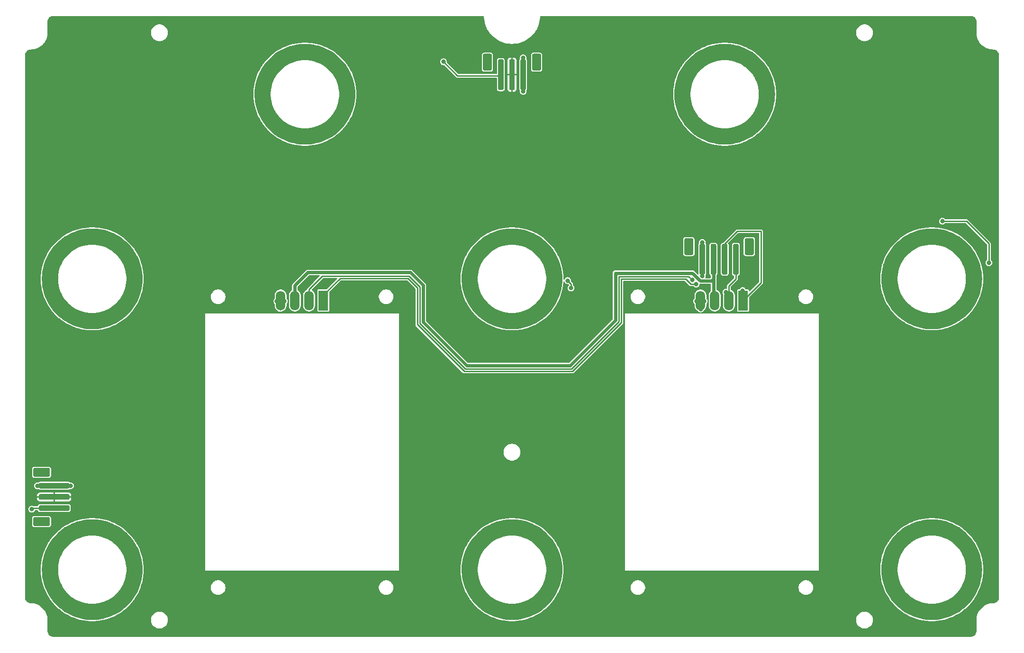
<source format=gbl>
G04 #@! TF.GenerationSoftware,KiCad,Pcbnew,8.0.4+1*
G04 #@! TF.CreationDate,2024-10-06T16:19:28+00:00*
G04 #@! TF.ProjectId,pedalboard-display,70656461-6c62-46f6-9172-642d64697370,0.0.0-RC1*
G04 #@! TF.SameCoordinates,Original*
G04 #@! TF.FileFunction,Copper,L2,Bot*
G04 #@! TF.FilePolarity,Positive*
%FSLAX46Y46*%
G04 Gerber Fmt 4.6, Leading zero omitted, Abs format (unit mm)*
G04 Created by KiCad (PCBNEW 8.0.4+1) date 2024-10-06 16:19:28*
%MOMM*%
%LPD*%
G01*
G04 APERTURE LIST*
G04 #@! TA.AperFunction,SMDPad,CuDef*
%ADD10R,1.700000X3.600000*%
G04 #@! TD*
G04 #@! TA.AperFunction,SMDPad,CuDef*
%ADD11O,1.700000X3.500000*%
G04 #@! TD*
G04 #@! TA.AperFunction,ViaPad*
%ADD12C,0.800000*%
G04 #@! TD*
G04 #@! TA.AperFunction,Conductor*
%ADD13C,0.250000*%
G04 #@! TD*
G04 #@! TA.AperFunction,Conductor*
%ADD14C,0.600000*%
G04 #@! TD*
G04 APERTURE END LIST*
D10*
X73288000Y-75872800D03*
D11*
X70748000Y-75872800D03*
X68208000Y-75872800D03*
X65668000Y-75872800D03*
D10*
X148288000Y-75872800D03*
D11*
X145748000Y-75872800D03*
X143208000Y-75872800D03*
X140668000Y-75872800D03*
G04 #@! TA.AperFunction,SMDPad,CuDef*
G36*
G01*
X147500000Y-66000000D02*
X147500000Y-71000000D01*
G75*
G02*
X147250000Y-71250000I-250000J0D01*
G01*
X146750000Y-71250000D01*
G75*
G02*
X146500000Y-71000000I0J250000D01*
G01*
X146500000Y-66000000D01*
G75*
G02*
X146750000Y-65750000I250000J0D01*
G01*
X147250000Y-65750000D01*
G75*
G02*
X147500000Y-66000000I0J-250000D01*
G01*
G37*
G04 #@! TD.AperFunction*
G04 #@! TA.AperFunction,SMDPad,CuDef*
G36*
G01*
X145500000Y-66000000D02*
X145500000Y-71000000D01*
G75*
G02*
X145250000Y-71250000I-250000J0D01*
G01*
X144750000Y-71250000D01*
G75*
G02*
X144500000Y-71000000I0J250000D01*
G01*
X144500000Y-66000000D01*
G75*
G02*
X144750000Y-65750000I250000J0D01*
G01*
X145250000Y-65750000D01*
G75*
G02*
X145500000Y-66000000I0J-250000D01*
G01*
G37*
G04 #@! TD.AperFunction*
G04 #@! TA.AperFunction,SMDPad,CuDef*
G36*
G01*
X143500000Y-66000000D02*
X143500000Y-71000000D01*
G75*
G02*
X143250000Y-71250000I-250000J0D01*
G01*
X142750000Y-71250000D01*
G75*
G02*
X142500000Y-71000000I0J250000D01*
G01*
X142500000Y-66000000D01*
G75*
G02*
X142750000Y-65750000I250000J0D01*
G01*
X143250000Y-65750000D01*
G75*
G02*
X143500000Y-66000000I0J-250000D01*
G01*
G37*
G04 #@! TD.AperFunction*
G04 #@! TA.AperFunction,SMDPad,CuDef*
G36*
G01*
X141500000Y-66000000D02*
X141500000Y-71000000D01*
G75*
G02*
X141250000Y-71250000I-250000J0D01*
G01*
X140750000Y-71250000D01*
G75*
G02*
X140500000Y-71000000I0J250000D01*
G01*
X140500000Y-66000000D01*
G75*
G02*
X140750000Y-65750000I250000J0D01*
G01*
X141250000Y-65750000D01*
G75*
G02*
X141500000Y-66000000I0J-250000D01*
G01*
G37*
G04 #@! TD.AperFunction*
G04 #@! TA.AperFunction,SMDPad,CuDef*
G36*
G01*
X150200000Y-65000000D02*
X150200000Y-67500000D01*
G75*
G02*
X149950000Y-67750000I-250000J0D01*
G01*
X148850000Y-67750000D01*
G75*
G02*
X148600000Y-67500000I0J250000D01*
G01*
X148600000Y-65000000D01*
G75*
G02*
X148850000Y-64750000I250000J0D01*
G01*
X149950000Y-64750000D01*
G75*
G02*
X150200000Y-65000000I0J-250000D01*
G01*
G37*
G04 #@! TD.AperFunction*
G04 #@! TA.AperFunction,SMDPad,CuDef*
G36*
G01*
X139400000Y-65000000D02*
X139400000Y-67500000D01*
G75*
G02*
X139150000Y-67750000I-250000J0D01*
G01*
X138050000Y-67750000D01*
G75*
G02*
X137800000Y-67500000I0J250000D01*
G01*
X137800000Y-65000000D01*
G75*
G02*
X138050000Y-64750000I250000J0D01*
G01*
X139150000Y-64750000D01*
G75*
G02*
X139400000Y-65000000I0J-250000D01*
G01*
G37*
G04 #@! TD.AperFunction*
G04 #@! TA.AperFunction,SMDPad,CuDef*
G36*
G01*
X22700000Y-108500000D02*
X27700000Y-108500000D01*
G75*
G02*
X27950000Y-108750000I0J-250000D01*
G01*
X27950000Y-109250000D01*
G75*
G02*
X27700000Y-109500000I-250000J0D01*
G01*
X22700000Y-109500000D01*
G75*
G02*
X22450000Y-109250000I0J250000D01*
G01*
X22450000Y-108750000D01*
G75*
G02*
X22700000Y-108500000I250000J0D01*
G01*
G37*
G04 #@! TD.AperFunction*
G04 #@! TA.AperFunction,SMDPad,CuDef*
G36*
G01*
X22700000Y-110500000D02*
X27700000Y-110500000D01*
G75*
G02*
X27950000Y-110750000I0J-250000D01*
G01*
X27950000Y-111250000D01*
G75*
G02*
X27700000Y-111500000I-250000J0D01*
G01*
X22700000Y-111500000D01*
G75*
G02*
X22450000Y-111250000I0J250000D01*
G01*
X22450000Y-110750000D01*
G75*
G02*
X22700000Y-110500000I250000J0D01*
G01*
G37*
G04 #@! TD.AperFunction*
G04 #@! TA.AperFunction,SMDPad,CuDef*
G36*
G01*
X22700000Y-112500000D02*
X27700000Y-112500000D01*
G75*
G02*
X27950000Y-112750000I0J-250000D01*
G01*
X27950000Y-113250000D01*
G75*
G02*
X27700000Y-113500000I-250000J0D01*
G01*
X22700000Y-113500000D01*
G75*
G02*
X22450000Y-113250000I0J250000D01*
G01*
X22450000Y-112750000D01*
G75*
G02*
X22700000Y-112500000I250000J0D01*
G01*
G37*
G04 #@! TD.AperFunction*
G04 #@! TA.AperFunction,SMDPad,CuDef*
G36*
G01*
X21700000Y-105800000D02*
X24200000Y-105800000D01*
G75*
G02*
X24450000Y-106050000I0J-250000D01*
G01*
X24450000Y-107150000D01*
G75*
G02*
X24200000Y-107400000I-250000J0D01*
G01*
X21700000Y-107400000D01*
G75*
G02*
X21450000Y-107150000I0J250000D01*
G01*
X21450000Y-106050000D01*
G75*
G02*
X21700000Y-105800000I250000J0D01*
G01*
G37*
G04 #@! TD.AperFunction*
G04 #@! TA.AperFunction,SMDPad,CuDef*
G36*
G01*
X21700000Y-114600000D02*
X24200000Y-114600000D01*
G75*
G02*
X24450000Y-114850000I0J-250000D01*
G01*
X24450000Y-115950000D01*
G75*
G02*
X24200000Y-116200000I-250000J0D01*
G01*
X21700000Y-116200000D01*
G75*
G02*
X21450000Y-115950000I0J250000D01*
G01*
X21450000Y-114850000D01*
G75*
G02*
X21700000Y-114600000I250000J0D01*
G01*
G37*
G04 #@! TD.AperFunction*
G04 #@! TA.AperFunction,SMDPad,CuDef*
G36*
G01*
X109500000Y-33000000D02*
X109500000Y-38000000D01*
G75*
G02*
X109250000Y-38250000I-250000J0D01*
G01*
X108750000Y-38250000D01*
G75*
G02*
X108500000Y-38000000I0J250000D01*
G01*
X108500000Y-33000000D01*
G75*
G02*
X108750000Y-32750000I250000J0D01*
G01*
X109250000Y-32750000D01*
G75*
G02*
X109500000Y-33000000I0J-250000D01*
G01*
G37*
G04 #@! TD.AperFunction*
G04 #@! TA.AperFunction,SMDPad,CuDef*
G36*
G01*
X107500000Y-33000000D02*
X107500000Y-38000000D01*
G75*
G02*
X107250000Y-38250000I-250000J0D01*
G01*
X106750000Y-38250000D01*
G75*
G02*
X106500000Y-38000000I0J250000D01*
G01*
X106500000Y-33000000D01*
G75*
G02*
X106750000Y-32750000I250000J0D01*
G01*
X107250000Y-32750000D01*
G75*
G02*
X107500000Y-33000000I0J-250000D01*
G01*
G37*
G04 #@! TD.AperFunction*
G04 #@! TA.AperFunction,SMDPad,CuDef*
G36*
G01*
X105500000Y-33000000D02*
X105500000Y-38000000D01*
G75*
G02*
X105250000Y-38250000I-250000J0D01*
G01*
X104750000Y-38250000D01*
G75*
G02*
X104500000Y-38000000I0J250000D01*
G01*
X104500000Y-33000000D01*
G75*
G02*
X104750000Y-32750000I250000J0D01*
G01*
X105250000Y-32750000D01*
G75*
G02*
X105500000Y-33000000I0J-250000D01*
G01*
G37*
G04 #@! TD.AperFunction*
G04 #@! TA.AperFunction,SMDPad,CuDef*
G36*
G01*
X112200000Y-32000000D02*
X112200000Y-34500000D01*
G75*
G02*
X111950000Y-34750000I-250000J0D01*
G01*
X110850000Y-34750000D01*
G75*
G02*
X110600000Y-34500000I0J250000D01*
G01*
X110600000Y-32000000D01*
G75*
G02*
X110850000Y-31750000I250000J0D01*
G01*
X111950000Y-31750000D01*
G75*
G02*
X112200000Y-32000000I0J-250000D01*
G01*
G37*
G04 #@! TD.AperFunction*
G04 #@! TA.AperFunction,SMDPad,CuDef*
G36*
G01*
X103400000Y-32000000D02*
X103400000Y-34500000D01*
G75*
G02*
X103150000Y-34750000I-250000J0D01*
G01*
X102050000Y-34750000D01*
G75*
G02*
X101800000Y-34500000I0J250000D01*
G01*
X101800000Y-32000000D01*
G75*
G02*
X102050000Y-31750000I250000J0D01*
G01*
X103150000Y-31750000D01*
G75*
G02*
X103400000Y-32000000I0J-250000D01*
G01*
G37*
G04 #@! TD.AperFunction*
D12*
X28071797Y-133196152D03*
X79420000Y-42690000D03*
X110928203Y-114803848D03*
X176000000Y-116000000D03*
X108196152Y-133928203D03*
X183196152Y-133928203D03*
X190000000Y-66000000D03*
X40000000Y-66000000D03*
X180803848Y-114071797D03*
X191420000Y-127690000D03*
X116950000Y-122540000D03*
X97071797Y-125196152D03*
X22803848Y-68071797D03*
X188000000Y-79940000D03*
X38000000Y-131940000D03*
X139000000Y-31000000D03*
X178071797Y-81196152D03*
X22071797Y-73196152D03*
X172803848Y-120071797D03*
X41950000Y-122540000D03*
X191950000Y-122540000D03*
X172071797Y-125196152D03*
X60803848Y-35071797D03*
X24000000Y-78000000D03*
X30803848Y-114071797D03*
X116420000Y-127690000D03*
X135071797Y-40196152D03*
X141071797Y-48196152D03*
X110928203Y-62803848D03*
X73928203Y-29803848D03*
X94100000Y-36000000D03*
X113000000Y-131940000D03*
X103071797Y-81196152D03*
X172071797Y-73196152D03*
X40000000Y-118000000D03*
X38000000Y-79940000D03*
X174000000Y-78000000D03*
X97803848Y-120071797D03*
X185928203Y-62803848D03*
X60071797Y-40196152D03*
X99000000Y-78000000D03*
X108196152Y-81928203D03*
X30803848Y-62071797D03*
X146196152Y-48928203D03*
X76000000Y-46940000D03*
X28071797Y-81196152D03*
X97803848Y-68071797D03*
X176000000Y-64000000D03*
X191950000Y-70540000D03*
X115000000Y-118000000D03*
X62000000Y-45000000D03*
X191420000Y-75690000D03*
X101000000Y-64000000D03*
X97071797Y-73196152D03*
X24000000Y-130000000D03*
X148928203Y-29803848D03*
X172803848Y-68071797D03*
X103071797Y-133196152D03*
X22803848Y-120071797D03*
X66071797Y-48196152D03*
X119000000Y-36500000D03*
X68803848Y-29071797D03*
X33196152Y-81928203D03*
X154950000Y-37540000D03*
X35928203Y-62803848D03*
X174000000Y-130000000D03*
X188000000Y-131940000D03*
X101000000Y-116000000D03*
X115000000Y-66000000D03*
X116300000Y-76000000D03*
X190000000Y-118000000D03*
X185928203Y-114803848D03*
X137000000Y-45000000D03*
X151000000Y-46940000D03*
X78000000Y-33000000D03*
X180803848Y-62071797D03*
X64000000Y-31000000D03*
X35928203Y-114803848D03*
X135803848Y-35071797D03*
X71196152Y-48928203D03*
X153000000Y-33000000D03*
X41420000Y-127690000D03*
X79950000Y-37540000D03*
X22071797Y-125196152D03*
X41420000Y-75690000D03*
X154420000Y-42690000D03*
X183196152Y-81928203D03*
X105803848Y-62071797D03*
X143803848Y-29071797D03*
X116950000Y-70540000D03*
X26000000Y-116000000D03*
X178071797Y-133196152D03*
X41950000Y-70540000D03*
X113000000Y-79940000D03*
X33196152Y-133928203D03*
X99000000Y-130000000D03*
X105803848Y-114071797D03*
X26000000Y-64000000D03*
X182500000Y-64600000D03*
X34400000Y-63700000D03*
X141000000Y-65500000D03*
X107500000Y-116500000D03*
X109000000Y-32500000D03*
X65600000Y-77300000D03*
X140700000Y-77400000D03*
X32500000Y-116600000D03*
X141000000Y-71500000D03*
X28100000Y-109000000D03*
X109000000Y-35500000D03*
X109000000Y-38500000D03*
X22200000Y-109000000D03*
X141000000Y-68500000D03*
X25200000Y-109000000D03*
X109400000Y-63700000D03*
X140000000Y-76000000D03*
X145500000Y-31700000D03*
X32500000Y-64500000D03*
X184400000Y-63700000D03*
X34400000Y-115700000D03*
X173700000Y-69600000D03*
X70500000Y-31500000D03*
X34000000Y-132400000D03*
X184400000Y-115700000D03*
X66300000Y-76000000D03*
X65000000Y-76000000D03*
X107500000Y-64500000D03*
X109400000Y-115700000D03*
X72400000Y-30700000D03*
X182500000Y-116800000D03*
X141300000Y-76000000D03*
X147400000Y-30700000D03*
X94750617Y-33197803D03*
X192200421Y-69130000D03*
X183900000Y-61700000D03*
X116950001Y-72323356D03*
X117561796Y-73656662D03*
X21200000Y-113200000D03*
X139919051Y-72964638D03*
X148200000Y-74100000D03*
X139177207Y-72222793D03*
X145200000Y-74400000D03*
D13*
X25200000Y-109000000D02*
X28100000Y-109000000D01*
X109000000Y-35500000D02*
X109000000Y-38500000D01*
X141000000Y-68500000D02*
X141000000Y-65500000D01*
X141372800Y-75872800D02*
X141400000Y-75900000D01*
X25200000Y-109000000D02*
X22200000Y-109000000D01*
X141000000Y-68500000D02*
X141000000Y-71500000D01*
X109000000Y-35500000D02*
X109000000Y-32500000D01*
X140668000Y-75872800D02*
X140668000Y-77668000D01*
X97252814Y-35700000D02*
X104800000Y-35700000D01*
X94750617Y-33197803D02*
X97252814Y-35700000D01*
X192200421Y-65700421D02*
X188200000Y-61700000D01*
X188200000Y-61700000D02*
X183900000Y-61700000D01*
X192200421Y-69130000D02*
X192200421Y-65700421D01*
X117561796Y-73656662D02*
X117561796Y-72935151D01*
X117561796Y-72935151D02*
X116950001Y-72323356D01*
X21400000Y-113000000D02*
X25200000Y-113000000D01*
X21200000Y-113200000D02*
X21400000Y-113000000D01*
D14*
X117400000Y-87500000D02*
X125500000Y-79400000D01*
X125500000Y-79400000D02*
X125500000Y-71000000D01*
X143000000Y-68500000D02*
X143000000Y-72000000D01*
X98891996Y-87500000D02*
X117400000Y-87500000D01*
X143000000Y-72000000D02*
X143000000Y-75664800D01*
X91125000Y-79733004D02*
X98891996Y-87500000D01*
X125500000Y-71000000D02*
X139227207Y-71000000D01*
X68208000Y-75872800D02*
X68208000Y-73167000D01*
X70500000Y-70875000D02*
X88836996Y-70875000D01*
X91125000Y-73163004D02*
X91125000Y-79733004D01*
X88836996Y-70875000D02*
X91125000Y-73163004D01*
X140627207Y-72400000D02*
X142600000Y-72400000D01*
X68208000Y-73167000D02*
X70500000Y-70875000D01*
X139227207Y-71000000D02*
X140627207Y-72400000D01*
X142600000Y-72400000D02*
X143000000Y-72000000D01*
D13*
X145000000Y-65750000D02*
X147250000Y-63500000D01*
X147250000Y-63500000D02*
X151500000Y-63500000D01*
X148288000Y-74000000D02*
X148288000Y-75872800D01*
X76280800Y-71930000D02*
X88400000Y-71930000D01*
X138922031Y-72964638D02*
X139919051Y-72964638D01*
X88400000Y-71930000D02*
X90070000Y-73600000D01*
X138012393Y-72055000D02*
X138922031Y-72964638D01*
X90070000Y-80170000D02*
X98455000Y-88555000D01*
X145000000Y-68500000D02*
X145000000Y-65750000D01*
X126555000Y-79836996D02*
X126555000Y-72055000D01*
X117836996Y-88555000D02*
X126555000Y-79836996D01*
X148288000Y-75872800D02*
X151500000Y-72660800D01*
X90070000Y-73600000D02*
X90070000Y-80170000D01*
X73288000Y-74922800D02*
X76280800Y-71930000D01*
X151500000Y-63500000D02*
X151500000Y-72660800D01*
X126555000Y-72055000D02*
X138012393Y-72055000D01*
X98455000Y-88555000D02*
X117836996Y-88555000D01*
X138579414Y-71625000D02*
X139177207Y-72222793D01*
X88578112Y-71500000D02*
X90500000Y-73421888D01*
X98633112Y-88125000D02*
X117658884Y-88125000D01*
X70748000Y-73877000D02*
X73125000Y-71500000D01*
X126125000Y-71625000D02*
X138579414Y-71625000D01*
X145748000Y-73252000D02*
X145748000Y-75872800D01*
X90500000Y-73421888D02*
X90500000Y-79991888D01*
X117658884Y-88125000D02*
X126125000Y-79658884D01*
X147000000Y-68500000D02*
X147000000Y-72000000D01*
X73125000Y-71500000D02*
X88578112Y-71500000D01*
X90500000Y-79991888D02*
X98633112Y-88125000D01*
X147000000Y-72000000D02*
X145748000Y-73252000D01*
X126125000Y-79658884D02*
X126125000Y-71625000D01*
X70748000Y-75872800D02*
X70748000Y-73877000D01*
G04 #@! TA.AperFunction,Conductor*
G36*
X182304872Y-63005302D02*
G01*
X182896728Y-63044923D01*
X182904952Y-63045750D01*
X183492886Y-63124819D01*
X183501011Y-63126190D01*
X184055333Y-63238861D01*
X184082317Y-63244346D01*
X184090380Y-63246267D01*
X184662489Y-63402984D01*
X184670381Y-63405432D01*
X185230761Y-63600017D01*
X185238471Y-63602986D01*
X185784611Y-63834570D01*
X185792122Y-63838056D01*
X186321524Y-64105575D01*
X186328792Y-64109557D01*
X186839180Y-64411861D01*
X186846164Y-64416320D01*
X187335213Y-64752032D01*
X187341859Y-64756929D01*
X187807397Y-65124560D01*
X187813725Y-65129910D01*
X188253655Y-65527804D01*
X188259612Y-65533565D01*
X188671984Y-65959954D01*
X188677543Y-65966100D01*
X189060518Y-66419086D01*
X189065654Y-66425590D01*
X189372650Y-66842248D01*
X189417514Y-66903137D01*
X189422204Y-66909969D01*
X189741384Y-67409956D01*
X189745601Y-67417076D01*
X189940471Y-67772667D01*
X190030680Y-67937277D01*
X190034417Y-67944673D01*
X190284103Y-68482736D01*
X190287338Y-68490365D01*
X190500529Y-69043900D01*
X190503248Y-69051729D01*
X190678995Y-69618284D01*
X190681184Y-69626276D01*
X190818692Y-70203288D01*
X190820343Y-70211409D01*
X190919008Y-70796336D01*
X190920112Y-70804549D01*
X190979486Y-71394734D01*
X190980040Y-71403003D01*
X190999861Y-71995857D01*
X190999861Y-72004143D01*
X190980040Y-72596996D01*
X190979486Y-72605265D01*
X190920112Y-73195450D01*
X190919008Y-73203663D01*
X190820343Y-73788590D01*
X190818692Y-73796711D01*
X190681184Y-74373723D01*
X190678995Y-74381715D01*
X190503248Y-74948270D01*
X190500529Y-74956099D01*
X190287338Y-75509634D01*
X190284103Y-75517263D01*
X190034417Y-76055326D01*
X190030680Y-76062722D01*
X189745607Y-76582913D01*
X189741384Y-76590043D01*
X189422204Y-77090030D01*
X189417514Y-77096862D01*
X189065654Y-77574409D01*
X189060518Y-77580913D01*
X188677543Y-78033899D01*
X188671984Y-78040045D01*
X188259612Y-78466434D01*
X188253655Y-78472195D01*
X187813725Y-78870089D01*
X187807397Y-78875439D01*
X187341872Y-79243060D01*
X187335200Y-79247976D01*
X186846164Y-79583679D01*
X186839180Y-79588138D01*
X186328792Y-79890442D01*
X186321524Y-79894424D01*
X185792122Y-80161943D01*
X185784605Y-80165432D01*
X185238482Y-80397008D01*
X185230749Y-80399986D01*
X184670392Y-80594563D01*
X184662477Y-80597018D01*
X184090378Y-80753732D01*
X184082317Y-80755653D01*
X183501037Y-80873804D01*
X183492865Y-80875183D01*
X182904960Y-80954248D01*
X182896715Y-80955077D01*
X182304873Y-80994697D01*
X182296591Y-80994974D01*
X181703409Y-80994974D01*
X181695127Y-80994697D01*
X181103284Y-80955077D01*
X181095039Y-80954248D01*
X180507134Y-80875183D01*
X180498962Y-80873804D01*
X179917682Y-80755653D01*
X179909621Y-80753732D01*
X179337522Y-80597018D01*
X179329607Y-80594563D01*
X178769250Y-80399986D01*
X178761517Y-80397008D01*
X178215394Y-80165432D01*
X178207877Y-80161943D01*
X177678475Y-79894424D01*
X177671207Y-79890442D01*
X177160819Y-79588138D01*
X177153835Y-79583679D01*
X176857737Y-79380420D01*
X176664791Y-79247970D01*
X176658135Y-79243066D01*
X176192599Y-78875436D01*
X176186274Y-78870089D01*
X175746344Y-78472195D01*
X175740387Y-78466434D01*
X175328015Y-78040045D01*
X175322456Y-78033899D01*
X174939481Y-77580913D01*
X174934345Y-77574409D01*
X174808396Y-77403470D01*
X174582478Y-77096852D01*
X174577802Y-77090040D01*
X174258604Y-76590024D01*
X174254403Y-76582932D01*
X173969308Y-76062702D01*
X173965592Y-76055346D01*
X173715896Y-75517263D01*
X173712661Y-75509634D01*
X173666113Y-75388775D01*
X173499466Y-74956087D01*
X173496751Y-74948270D01*
X173321004Y-74381715D01*
X173318815Y-74373723D01*
X173181307Y-73796711D01*
X173179656Y-73788590D01*
X173080991Y-73203663D01*
X173079887Y-73195450D01*
X173033623Y-72735577D01*
X173020511Y-72605247D01*
X173019960Y-72597015D01*
X173000138Y-72004127D01*
X173000138Y-71995872D01*
X173008216Y-71754268D01*
X175902474Y-71754268D01*
X175902474Y-72245731D01*
X175942018Y-72735577D01*
X176020847Y-73220630D01*
X176020850Y-73220642D01*
X176138459Y-73697804D01*
X176138463Y-73697819D01*
X176294079Y-74163950D01*
X176294090Y-74163978D01*
X176386859Y-74381715D01*
X176486716Y-74616086D01*
X176715101Y-75051238D01*
X176977761Y-75466601D01*
X177109818Y-75642337D01*
X177272987Y-75859477D01*
X177272990Y-75859480D01*
X177598872Y-76227325D01*
X177598877Y-76227330D01*
X177953305Y-76567764D01*
X177953311Y-76567770D01*
X178333973Y-76878571D01*
X178333979Y-76878575D01*
X178333985Y-76878580D01*
X178513033Y-77002168D01*
X178738425Y-77157746D01*
X178738429Y-77157748D01*
X178738435Y-77157752D01*
X179164038Y-77403474D01*
X179608033Y-77614152D01*
X179849401Y-77705690D01*
X180067534Y-77788418D01*
X180067541Y-77788420D01*
X180539582Y-77925149D01*
X181021089Y-78023449D01*
X181021093Y-78023449D01*
X181021094Y-78023450D01*
X181508955Y-78082687D01*
X181508970Y-78082687D01*
X181508975Y-78082688D01*
X181999989Y-78102476D01*
X182000000Y-78102476D01*
X182000011Y-78102476D01*
X182491024Y-78082688D01*
X182491027Y-78082687D01*
X182491045Y-78082687D01*
X182978906Y-78023450D01*
X183460418Y-77925149D01*
X183932459Y-77788420D01*
X183932461Y-77788418D01*
X183932465Y-77788418D01*
X184024248Y-77753609D01*
X184391967Y-77614152D01*
X184835962Y-77403474D01*
X185261565Y-77157752D01*
X185666015Y-76878580D01*
X186046690Y-76567769D01*
X186401120Y-76227333D01*
X186727008Y-75859482D01*
X187022239Y-75466601D01*
X187284899Y-75051238D01*
X187513284Y-74616086D01*
X187705914Y-74163968D01*
X187861538Y-73697815D01*
X187979148Y-73220652D01*
X188057982Y-72735572D01*
X188097526Y-72245722D01*
X188100000Y-72000000D01*
X188097526Y-71754278D01*
X188057982Y-71264428D01*
X187983244Y-70804549D01*
X187979152Y-70779369D01*
X187979149Y-70779357D01*
X187979148Y-70779348D01*
X187861538Y-70302185D01*
X187705914Y-69836032D01*
X187513284Y-69383914D01*
X187284899Y-68948762D01*
X187022239Y-68533399D01*
X186857546Y-68314233D01*
X186727012Y-68140522D01*
X186727009Y-68140519D01*
X186401127Y-67772674D01*
X186401122Y-67772669D01*
X186046694Y-67432235D01*
X186046688Y-67432229D01*
X185666026Y-67121428D01*
X185666018Y-67121422D01*
X185666015Y-67121420D01*
X185564322Y-67051226D01*
X185261574Y-66842253D01*
X185261568Y-66842250D01*
X184835968Y-66596529D01*
X184391972Y-66385850D01*
X183932465Y-66211581D01*
X183460424Y-66074852D01*
X182978909Y-65976550D01*
X182978913Y-65976550D01*
X182552027Y-65924717D01*
X182491045Y-65917313D01*
X182491043Y-65917312D01*
X182491028Y-65917311D01*
X182000010Y-65897525D01*
X181999990Y-65897525D01*
X181508971Y-65917311D01*
X181508955Y-65917313D01*
X181021088Y-65976550D01*
X180539575Y-66074852D01*
X180067534Y-66211581D01*
X179608027Y-66385850D01*
X179164031Y-66596529D01*
X178738431Y-66842250D01*
X178738425Y-66842253D01*
X178333973Y-67121428D01*
X177953311Y-67432229D01*
X177953305Y-67432235D01*
X177598877Y-67772669D01*
X177598872Y-67772674D01*
X177272990Y-68140519D01*
X177272987Y-68140522D01*
X176977759Y-68533402D01*
X176977757Y-68533404D01*
X176715099Y-68948765D01*
X176486712Y-69383922D01*
X176486710Y-69383926D01*
X176294090Y-69836021D01*
X176294079Y-69836049D01*
X176138463Y-70302180D01*
X176138459Y-70302195D01*
X176020850Y-70779357D01*
X176020847Y-70779369D01*
X175942018Y-71264422D01*
X175902474Y-71754268D01*
X173008216Y-71754268D01*
X173019960Y-71402982D01*
X173020511Y-71394754D01*
X173079888Y-70804539D01*
X173080991Y-70796336D01*
X173164343Y-70302195D01*
X173179657Y-70211400D01*
X173181307Y-70203288D01*
X173318815Y-69626276D01*
X173321004Y-69618284D01*
X173393704Y-69383922D01*
X173496758Y-69051708D01*
X173499462Y-69043921D01*
X173712663Y-68490358D01*
X173715896Y-68482736D01*
X173965598Y-67944640D01*
X173969302Y-67937309D01*
X174254410Y-67417054D01*
X174258595Y-67409988D01*
X174577811Y-66909945D01*
X174582468Y-66903160D01*
X174934357Y-66425574D01*
X174939469Y-66419100D01*
X175322469Y-65966085D01*
X175328001Y-65959968D01*
X175740400Y-65533551D01*
X175746329Y-65527818D01*
X176186293Y-65129893D01*
X176192581Y-65124577D01*
X176658154Y-64756918D01*
X176664771Y-64752042D01*
X177153844Y-64416314D01*
X177160810Y-64411866D01*
X177671225Y-64109546D01*
X177678457Y-64105584D01*
X178207895Y-63838047D01*
X178215376Y-63834575D01*
X178761538Y-63602982D01*
X178769228Y-63600021D01*
X179329626Y-63405429D01*
X179337501Y-63402987D01*
X179909625Y-63246265D01*
X179917677Y-63244347D01*
X180498993Y-63126189D01*
X180507108Y-63124820D01*
X181095050Y-63045749D01*
X181103268Y-63044923D01*
X181695127Y-63005302D01*
X181703409Y-63005026D01*
X182296591Y-63005026D01*
X182304872Y-63005302D01*
G37*
G04 #@! TD.AperFunction*
G04 #@! TA.AperFunction,Conductor*
G36*
X145304872Y-30005302D02*
G01*
X145896728Y-30044923D01*
X145904952Y-30045750D01*
X146492886Y-30124819D01*
X146501011Y-30126190D01*
X147055333Y-30238861D01*
X147082317Y-30244346D01*
X147090380Y-30246267D01*
X147662489Y-30402984D01*
X147670381Y-30405432D01*
X148230761Y-30600017D01*
X148238471Y-30602986D01*
X148784611Y-30834570D01*
X148792122Y-30838056D01*
X149321524Y-31105575D01*
X149328792Y-31109557D01*
X149839180Y-31411861D01*
X149846164Y-31416320D01*
X150335213Y-31752032D01*
X150341859Y-31756929D01*
X150807397Y-32124560D01*
X150813725Y-32129910D01*
X151253655Y-32527804D01*
X151259612Y-32533565D01*
X151671984Y-32959954D01*
X151677543Y-32966100D01*
X152060518Y-33419086D01*
X152065654Y-33425590D01*
X152372650Y-33842248D01*
X152417514Y-33903137D01*
X152422204Y-33909969D01*
X152741384Y-34409956D01*
X152745601Y-34417076D01*
X152940471Y-34772667D01*
X153030680Y-34937277D01*
X153034417Y-34944673D01*
X153284103Y-35482736D01*
X153287338Y-35490365D01*
X153500529Y-36043900D01*
X153503248Y-36051729D01*
X153678995Y-36618284D01*
X153681184Y-36626276D01*
X153818692Y-37203288D01*
X153820343Y-37211409D01*
X153919008Y-37796336D01*
X153920112Y-37804549D01*
X153979486Y-38394734D01*
X153980040Y-38403003D01*
X153999861Y-38995857D01*
X153999861Y-39004143D01*
X153980040Y-39596996D01*
X153979486Y-39605265D01*
X153920112Y-40195450D01*
X153919008Y-40203663D01*
X153820343Y-40788590D01*
X153818692Y-40796711D01*
X153681184Y-41373723D01*
X153678995Y-41381715D01*
X153503248Y-41948270D01*
X153500529Y-41956099D01*
X153287338Y-42509634D01*
X153284103Y-42517263D01*
X153034417Y-43055326D01*
X153030680Y-43062722D01*
X152745607Y-43582913D01*
X152741384Y-43590043D01*
X152422204Y-44090030D01*
X152417514Y-44096862D01*
X152065654Y-44574409D01*
X152060518Y-44580913D01*
X151677543Y-45033899D01*
X151671984Y-45040045D01*
X151259612Y-45466434D01*
X151253655Y-45472195D01*
X150813725Y-45870089D01*
X150807397Y-45875439D01*
X150341872Y-46243060D01*
X150335200Y-46247976D01*
X149846164Y-46583679D01*
X149839180Y-46588138D01*
X149328792Y-46890442D01*
X149321524Y-46894424D01*
X148792122Y-47161943D01*
X148784605Y-47165432D01*
X148238482Y-47397008D01*
X148230749Y-47399986D01*
X147670392Y-47594563D01*
X147662477Y-47597018D01*
X147090378Y-47753732D01*
X147082317Y-47755653D01*
X146501037Y-47873804D01*
X146492865Y-47875183D01*
X145904960Y-47954248D01*
X145896715Y-47955077D01*
X145304873Y-47994697D01*
X145296591Y-47994974D01*
X144703409Y-47994974D01*
X144695127Y-47994697D01*
X144103284Y-47955077D01*
X144095039Y-47954248D01*
X143507134Y-47875183D01*
X143498962Y-47873804D01*
X142917682Y-47755653D01*
X142909621Y-47753732D01*
X142337522Y-47597018D01*
X142329607Y-47594563D01*
X141769250Y-47399986D01*
X141761517Y-47397008D01*
X141215394Y-47165432D01*
X141207877Y-47161943D01*
X140678475Y-46894424D01*
X140671207Y-46890442D01*
X140160819Y-46588138D01*
X140153835Y-46583679D01*
X139857737Y-46380420D01*
X139664791Y-46247970D01*
X139658135Y-46243066D01*
X139192599Y-45875436D01*
X139186274Y-45870089D01*
X138746344Y-45472195D01*
X138740387Y-45466434D01*
X138328015Y-45040045D01*
X138322456Y-45033899D01*
X137939481Y-44580913D01*
X137934345Y-44574409D01*
X137808396Y-44403470D01*
X137582478Y-44096852D01*
X137577802Y-44090040D01*
X137258604Y-43590024D01*
X137254403Y-43582932D01*
X136969308Y-43062702D01*
X136965592Y-43055346D01*
X136715896Y-42517263D01*
X136712661Y-42509634D01*
X136666113Y-42388775D01*
X136499466Y-41956087D01*
X136496751Y-41948270D01*
X136321004Y-41381715D01*
X136318815Y-41373723D01*
X136181307Y-40796711D01*
X136179656Y-40788590D01*
X136080991Y-40203663D01*
X136079887Y-40195450D01*
X136033623Y-39735577D01*
X136020511Y-39605247D01*
X136019960Y-39597015D01*
X136000138Y-39004127D01*
X136000138Y-38995872D01*
X136008216Y-38754268D01*
X138902474Y-38754268D01*
X138902474Y-39245731D01*
X138942018Y-39735577D01*
X139020847Y-40220630D01*
X139020850Y-40220642D01*
X139138459Y-40697804D01*
X139138463Y-40697819D01*
X139294079Y-41163950D01*
X139294090Y-41163978D01*
X139386859Y-41381715D01*
X139486716Y-41616086D01*
X139715101Y-42051238D01*
X139977761Y-42466601D01*
X140109818Y-42642337D01*
X140272987Y-42859477D01*
X140272990Y-42859480D01*
X140598872Y-43227325D01*
X140598877Y-43227330D01*
X140953305Y-43567764D01*
X140953311Y-43567770D01*
X141333973Y-43878571D01*
X141333979Y-43878575D01*
X141333985Y-43878580D01*
X141513033Y-44002168D01*
X141738425Y-44157746D01*
X141738429Y-44157748D01*
X141738435Y-44157752D01*
X142164038Y-44403474D01*
X142608033Y-44614152D01*
X142849401Y-44705690D01*
X143067534Y-44788418D01*
X143067541Y-44788420D01*
X143539582Y-44925149D01*
X144021089Y-45023449D01*
X144021093Y-45023449D01*
X144021094Y-45023450D01*
X144508955Y-45082687D01*
X144508970Y-45082687D01*
X144508975Y-45082688D01*
X144999989Y-45102476D01*
X145000000Y-45102476D01*
X145000011Y-45102476D01*
X145491024Y-45082688D01*
X145491027Y-45082687D01*
X145491045Y-45082687D01*
X145978906Y-45023450D01*
X146460418Y-44925149D01*
X146932459Y-44788420D01*
X146932461Y-44788418D01*
X146932465Y-44788418D01*
X147024248Y-44753609D01*
X147391967Y-44614152D01*
X147835962Y-44403474D01*
X148261565Y-44157752D01*
X148666015Y-43878580D01*
X149046690Y-43567769D01*
X149401120Y-43227333D01*
X149727008Y-42859482D01*
X150022239Y-42466601D01*
X150284899Y-42051238D01*
X150513284Y-41616086D01*
X150705914Y-41163968D01*
X150861538Y-40697815D01*
X150979148Y-40220652D01*
X151057982Y-39735572D01*
X151097526Y-39245722D01*
X151100000Y-39000000D01*
X151097526Y-38754278D01*
X151057982Y-38264428D01*
X150983244Y-37804549D01*
X150979152Y-37779369D01*
X150979149Y-37779357D01*
X150979148Y-37779348D01*
X150861538Y-37302185D01*
X150705914Y-36836032D01*
X150513284Y-36383914D01*
X150284899Y-35948762D01*
X150022239Y-35533399D01*
X149857546Y-35314233D01*
X149727012Y-35140522D01*
X149727009Y-35140519D01*
X149401127Y-34772674D01*
X149401122Y-34772669D01*
X149046694Y-34432235D01*
X149046688Y-34432229D01*
X148666026Y-34121428D01*
X148666018Y-34121422D01*
X148666015Y-34121420D01*
X148564322Y-34051226D01*
X148261574Y-33842253D01*
X148261568Y-33842250D01*
X147835968Y-33596529D01*
X147391972Y-33385850D01*
X146932465Y-33211581D01*
X146460424Y-33074852D01*
X145978909Y-32976550D01*
X145978913Y-32976550D01*
X145552027Y-32924717D01*
X145491045Y-32917313D01*
X145491043Y-32917312D01*
X145491028Y-32917311D01*
X145000010Y-32897525D01*
X144999990Y-32897525D01*
X144508971Y-32917311D01*
X144508955Y-32917313D01*
X144021088Y-32976550D01*
X143539575Y-33074852D01*
X143067534Y-33211581D01*
X142608027Y-33385850D01*
X142164031Y-33596529D01*
X141738431Y-33842250D01*
X141738425Y-33842253D01*
X141333973Y-34121428D01*
X140953311Y-34432229D01*
X140953305Y-34432235D01*
X140598877Y-34772669D01*
X140598872Y-34772674D01*
X140272990Y-35140519D01*
X140272987Y-35140522D01*
X139977759Y-35533402D01*
X139977757Y-35533404D01*
X139715099Y-35948765D01*
X139486712Y-36383922D01*
X139486710Y-36383926D01*
X139294090Y-36836021D01*
X139294079Y-36836049D01*
X139138463Y-37302180D01*
X139138459Y-37302195D01*
X139020850Y-37779357D01*
X139020847Y-37779369D01*
X138942018Y-38264422D01*
X138902474Y-38754268D01*
X136008216Y-38754268D01*
X136019960Y-38402982D01*
X136020511Y-38394754D01*
X136079888Y-37804539D01*
X136080991Y-37796336D01*
X136164343Y-37302195D01*
X136179657Y-37211400D01*
X136181307Y-37203288D01*
X136318815Y-36626276D01*
X136321004Y-36618284D01*
X136393704Y-36383922D01*
X136496758Y-36051708D01*
X136499462Y-36043921D01*
X136712663Y-35490358D01*
X136715896Y-35482736D01*
X136965598Y-34944640D01*
X136969302Y-34937309D01*
X137254410Y-34417054D01*
X137258595Y-34409988D01*
X137577811Y-33909945D01*
X137582468Y-33903160D01*
X137934357Y-33425574D01*
X137939469Y-33419100D01*
X138322469Y-32966085D01*
X138328001Y-32959968D01*
X138740400Y-32533551D01*
X138746329Y-32527818D01*
X139186293Y-32129893D01*
X139192581Y-32124577D01*
X139658154Y-31756918D01*
X139664771Y-31752042D01*
X140153844Y-31416314D01*
X140160810Y-31411866D01*
X140671225Y-31109546D01*
X140678457Y-31105584D01*
X141207895Y-30838047D01*
X141215376Y-30834575D01*
X141761538Y-30602982D01*
X141769228Y-30600021D01*
X142329626Y-30405429D01*
X142337501Y-30402987D01*
X142909625Y-30246265D01*
X142917677Y-30244347D01*
X143498993Y-30126189D01*
X143507108Y-30124820D01*
X144095050Y-30045749D01*
X144103268Y-30044923D01*
X144695127Y-30005302D01*
X144703409Y-30005026D01*
X145296591Y-30005026D01*
X145304872Y-30005302D01*
G37*
G04 #@! TD.AperFunction*
G04 #@! TA.AperFunction,Conductor*
G36*
X101960295Y-25018907D02*
G01*
X101996259Y-25068407D01*
X102001097Y-25097888D01*
X102001300Y-25115945D01*
X102002517Y-25224449D01*
X102042752Y-25671492D01*
X102042756Y-25671519D01*
X102051296Y-25718576D01*
X102102367Y-26000000D01*
X102122903Y-26113158D01*
X102122906Y-26113174D01*
X102242322Y-26545868D01*
X102400040Y-26966108D01*
X102594807Y-27370545D01*
X102825026Y-27755866D01*
X102825028Y-27755868D01*
X102825031Y-27755873D01*
X103002413Y-28000019D01*
X103088876Y-28119025D01*
X103384202Y-28457053D01*
X103384204Y-28457055D01*
X103708648Y-28767255D01*
X103708652Y-28767258D01*
X103708655Y-28767261D01*
X103708659Y-28767265D01*
X104059580Y-29047114D01*
X104059593Y-29047124D01*
X104434211Y-29294407D01*
X104829488Y-29507115D01*
X105242240Y-29683534D01*
X105669145Y-29822243D01*
X106106766Y-29922127D01*
X106106776Y-29922128D01*
X106106779Y-29922129D01*
X106179693Y-29932005D01*
X106551578Y-29982381D01*
X106551587Y-29982381D01*
X106551589Y-29982382D01*
X106999993Y-30002520D01*
X107000000Y-30002520D01*
X107000007Y-30002520D01*
X107448410Y-29982382D01*
X107448411Y-29982381D01*
X107448422Y-29982381D01*
X107861627Y-29926408D01*
X107893220Y-29922129D01*
X107893220Y-29922128D01*
X107893234Y-29922127D01*
X108330855Y-29822243D01*
X108757760Y-29683534D01*
X109170512Y-29507115D01*
X109565789Y-29294407D01*
X109940407Y-29047124D01*
X110211213Y-28831164D01*
X110291340Y-28767265D01*
X110291344Y-28767261D01*
X110291352Y-28767255D01*
X110615796Y-28457055D01*
X110911128Y-28119020D01*
X111083402Y-27881904D01*
X168499500Y-27881904D01*
X168499500Y-28118095D01*
X168536445Y-28351363D01*
X168609432Y-28575992D01*
X168706886Y-28767258D01*
X168716657Y-28786433D01*
X168855483Y-28977510D01*
X169022490Y-29144517D01*
X169213567Y-29283343D01*
X169424008Y-29390568D01*
X169648632Y-29463553D01*
X169648633Y-29463553D01*
X169648636Y-29463554D01*
X169881905Y-29500500D01*
X169881908Y-29500500D01*
X170118095Y-29500500D01*
X170351363Y-29463554D01*
X170351364Y-29463553D01*
X170351368Y-29463553D01*
X170575992Y-29390568D01*
X170786433Y-29283343D01*
X170977510Y-29144517D01*
X171144517Y-28977510D01*
X171283343Y-28786433D01*
X171390568Y-28575992D01*
X171463553Y-28351368D01*
X171463554Y-28351363D01*
X171500500Y-28118095D01*
X171500500Y-27881904D01*
X171463554Y-27648636D01*
X171463553Y-27648632D01*
X171390568Y-27424008D01*
X171283343Y-27213567D01*
X171144517Y-27022490D01*
X170977510Y-26855483D01*
X170786433Y-26716657D01*
X170786432Y-26716656D01*
X170786430Y-26716655D01*
X170575992Y-26609432D01*
X170351363Y-26536445D01*
X170118095Y-26499500D01*
X170118092Y-26499500D01*
X169881908Y-26499500D01*
X169881905Y-26499500D01*
X169648636Y-26536445D01*
X169424007Y-26609432D01*
X169213569Y-26716655D01*
X169022491Y-26855482D01*
X168855482Y-27022491D01*
X168716655Y-27213569D01*
X168609432Y-27424007D01*
X168536445Y-27648636D01*
X168499500Y-27881904D01*
X111083402Y-27881904D01*
X111174969Y-27755873D01*
X111405197Y-27370537D01*
X111599956Y-26966116D01*
X111757679Y-26545864D01*
X111877096Y-26113165D01*
X111957246Y-25671505D01*
X111997483Y-25224437D01*
X111998902Y-25097889D01*
X112018461Y-25039915D01*
X112068361Y-25004508D01*
X112097896Y-25000000D01*
X188998800Y-25000000D01*
X189001224Y-25000030D01*
X189027839Y-25000682D01*
X189089724Y-25002198D01*
X189106613Y-25004070D01*
X189163581Y-25015401D01*
X189281428Y-25038842D01*
X189299989Y-25044473D01*
X189463530Y-25112214D01*
X189480643Y-25121361D01*
X189627818Y-25219700D01*
X189642821Y-25232012D01*
X189767987Y-25357178D01*
X189780299Y-25372181D01*
X189878638Y-25519356D01*
X189887786Y-25536471D01*
X189955524Y-25700003D01*
X189961158Y-25718576D01*
X189995929Y-25893386D01*
X189997801Y-25910273D01*
X189999970Y-25998774D01*
X190000000Y-26001200D01*
X190000000Y-28000019D01*
X190002359Y-28168335D01*
X190002360Y-28168348D01*
X190040056Y-28502913D01*
X190114977Y-28831164D01*
X190226177Y-29148953D01*
X190226178Y-29148956D01*
X190372259Y-29452298D01*
X190551392Y-29737385D01*
X190551394Y-29737388D01*
X190761301Y-30000604D01*
X190761307Y-30000610D01*
X190761311Y-30000615D01*
X190999385Y-30238689D01*
X190999389Y-30238692D01*
X190999395Y-30238698D01*
X191262611Y-30448605D01*
X191262615Y-30448607D01*
X191262618Y-30448610D01*
X191424252Y-30550171D01*
X191547701Y-30627740D01*
X191830910Y-30764125D01*
X191851045Y-30773822D01*
X191999395Y-30825732D01*
X192168835Y-30885022D01*
X192168838Y-30885022D01*
X192168839Y-30885023D01*
X192497085Y-30959943D01*
X192831656Y-30997640D01*
X192999626Y-30999994D01*
X193000375Y-31000009D01*
X193089725Y-31002198D01*
X193106613Y-31004070D01*
X193163581Y-31015401D01*
X193281428Y-31038842D01*
X193299989Y-31044473D01*
X193463530Y-31112214D01*
X193480643Y-31121361D01*
X193627818Y-31219700D01*
X193642821Y-31232012D01*
X193767987Y-31357178D01*
X193780299Y-31372181D01*
X193878638Y-31519356D01*
X193887786Y-31536471D01*
X193955524Y-31700003D01*
X193961158Y-31718576D01*
X193995929Y-31893386D01*
X193997801Y-31910273D01*
X193999970Y-31998774D01*
X194000000Y-32001200D01*
X194000000Y-128998799D01*
X193999970Y-129001225D01*
X193997801Y-129089726D01*
X193995929Y-129106613D01*
X193961158Y-129281423D01*
X193955524Y-129299996D01*
X193887786Y-129463528D01*
X193878638Y-129480643D01*
X193780299Y-129627818D01*
X193767987Y-129642821D01*
X193642821Y-129767987D01*
X193627818Y-129780299D01*
X193480643Y-129878638D01*
X193463528Y-129887786D01*
X193299996Y-129955524D01*
X193281423Y-129961158D01*
X193106613Y-129995929D01*
X193089725Y-129997801D01*
X193000521Y-129999987D01*
X192999484Y-130000007D01*
X192831664Y-130002359D01*
X192831651Y-130002360D01*
X192497086Y-130040056D01*
X192168835Y-130114977D01*
X191851046Y-130226177D01*
X191851043Y-130226178D01*
X191547701Y-130372259D01*
X191262614Y-130551392D01*
X191262611Y-130551394D01*
X190999395Y-130761301D01*
X190761301Y-130999395D01*
X190551394Y-131262611D01*
X190551392Y-131262614D01*
X190372259Y-131547701D01*
X190226178Y-131851043D01*
X190226177Y-131851046D01*
X190114977Y-132168835D01*
X190040056Y-132497086D01*
X190002360Y-132831651D01*
X190002359Y-132831664D01*
X190000000Y-132999980D01*
X190000000Y-134998799D01*
X189999970Y-135001225D01*
X189997801Y-135089726D01*
X189995929Y-135106613D01*
X189961158Y-135281423D01*
X189955524Y-135299996D01*
X189887786Y-135463528D01*
X189878638Y-135480643D01*
X189780299Y-135627818D01*
X189767987Y-135642821D01*
X189642821Y-135767987D01*
X189627818Y-135780299D01*
X189480643Y-135878638D01*
X189463528Y-135887786D01*
X189299996Y-135955524D01*
X189281423Y-135961158D01*
X189106613Y-135995929D01*
X189089726Y-135997801D01*
X189004410Y-135999891D01*
X189001223Y-135999970D01*
X188998800Y-136000000D01*
X25001200Y-136000000D01*
X24998776Y-135999970D01*
X24995505Y-135999889D01*
X24910273Y-135997801D01*
X24893386Y-135995929D01*
X24718576Y-135961158D01*
X24700003Y-135955524D01*
X24536471Y-135887786D01*
X24519356Y-135878638D01*
X24372181Y-135780299D01*
X24357178Y-135767987D01*
X24232012Y-135642821D01*
X24219700Y-135627818D01*
X24121361Y-135480643D01*
X24112213Y-135463528D01*
X24044473Y-135299989D01*
X24038842Y-135281428D01*
X24004070Y-135106613D01*
X24002198Y-135089724D01*
X24000030Y-135001223D01*
X24000000Y-134998799D01*
X24000000Y-132999980D01*
X23997640Y-132831664D01*
X23997640Y-132831656D01*
X23959943Y-132497085D01*
X23885023Y-132168839D01*
X23852064Y-132074649D01*
X23825732Y-131999395D01*
X23773822Y-131851045D01*
X23732358Y-131764944D01*
X23627740Y-131547701D01*
X23540284Y-131408516D01*
X23448610Y-131262618D01*
X23448607Y-131262614D01*
X23448605Y-131262611D01*
X23238698Y-130999395D01*
X23238692Y-130999389D01*
X23238689Y-130999385D01*
X23000615Y-130761311D01*
X23000610Y-130761307D01*
X23000604Y-130761301D01*
X22737388Y-130551394D01*
X22737385Y-130551392D01*
X22452298Y-130372259D01*
X22148956Y-130226178D01*
X22148953Y-130226177D01*
X21831164Y-130114977D01*
X21502913Y-130040056D01*
X21168348Y-130002360D01*
X21168335Y-130002359D01*
X21000515Y-130000007D01*
X20999478Y-129999987D01*
X20910274Y-129997801D01*
X20893386Y-129995929D01*
X20718576Y-129961158D01*
X20700003Y-129955524D01*
X20536471Y-129887786D01*
X20519356Y-129878638D01*
X20372181Y-129780299D01*
X20357178Y-129767987D01*
X20232012Y-129642821D01*
X20219700Y-129627818D01*
X20121361Y-129480643D01*
X20112213Y-129463528D01*
X20087338Y-129403474D01*
X20044473Y-129299989D01*
X20038842Y-129281428D01*
X20004070Y-129106613D01*
X20002198Y-129089724D01*
X20000030Y-129001223D01*
X20000000Y-128998799D01*
X20000000Y-123995869D01*
X22794638Y-123995869D01*
X22794638Y-124004129D01*
X22794752Y-124010971D01*
X22801072Y-124200000D01*
X22814575Y-124603882D01*
X22814917Y-124610696D01*
X22814921Y-124610774D01*
X22815470Y-124618977D01*
X22816040Y-124625790D01*
X22829155Y-124756148D01*
X22875419Y-125216026D01*
X22876219Y-125222830D01*
X22877323Y-125231043D01*
X22878353Y-125237841D01*
X22977023Y-125822794D01*
X22978268Y-125829498D01*
X22979933Y-125837684D01*
X22981404Y-125844348D01*
X23118916Y-126421379D01*
X23120610Y-126427995D01*
X23122803Y-126436000D01*
X23124728Y-126442596D01*
X23300465Y-127009119D01*
X23301001Y-127010751D01*
X23302626Y-127015693D01*
X23305341Y-127023510D01*
X23307697Y-127029945D01*
X23474344Y-127462633D01*
X23520892Y-127583492D01*
X23520895Y-127583499D01*
X23523482Y-127589894D01*
X23526697Y-127597476D01*
X23529497Y-127603785D01*
X23779182Y-128141844D01*
X23782149Y-128147967D01*
X23782168Y-128148006D01*
X23784302Y-128152231D01*
X23785885Y-128155365D01*
X23789100Y-128161471D01*
X24074188Y-128681688D01*
X24077607Y-128687688D01*
X24081801Y-128694767D01*
X24085391Y-128700603D01*
X24404573Y-129200594D01*
X24408388Y-129206355D01*
X24413061Y-129213164D01*
X24417009Y-129218715D01*
X24553141Y-129403474D01*
X24642954Y-129525369D01*
X24768903Y-129696308D01*
X24773067Y-129701765D01*
X24778203Y-129708269D01*
X24778217Y-129708286D01*
X24782526Y-129713561D01*
X25165534Y-130166586D01*
X25170034Y-130171731D01*
X25170050Y-130171749D01*
X25175609Y-130177895D01*
X25175625Y-130177912D01*
X25180310Y-130182921D01*
X25536670Y-130551394D01*
X25592669Y-130609296D01*
X25597527Y-130614154D01*
X25603484Y-130619915D01*
X25608498Y-130624604D01*
X26048428Y-131022498D01*
X26048446Y-131022514D01*
X26048464Y-131022530D01*
X26053587Y-131027010D01*
X26053604Y-131027025D01*
X26059929Y-131032372D01*
X26064909Y-131036441D01*
X26065257Y-131036726D01*
X26406145Y-131305922D01*
X26530776Y-131404342D01*
X26536239Y-131408510D01*
X26542895Y-131413414D01*
X26548489Y-131417393D01*
X26741435Y-131549843D01*
X26741434Y-131549843D01*
X27037539Y-131753106D01*
X27043254Y-131756890D01*
X27050216Y-131761336D01*
X27053119Y-131763121D01*
X27056093Y-131764950D01*
X27566481Y-132067254D01*
X27572466Y-132070665D01*
X27572479Y-132070672D01*
X27579738Y-132074649D01*
X27585802Y-132077843D01*
X28115161Y-132345340D01*
X28115193Y-132345355D01*
X28115194Y-132345356D01*
X28121360Y-132348343D01*
X28125280Y-132350162D01*
X28128874Y-132351831D01*
X28133625Y-132353940D01*
X28135169Y-132354626D01*
X28681292Y-132586202D01*
X28685856Y-132588047D01*
X28687657Y-132588776D01*
X28687665Y-132588779D01*
X28695398Y-132591757D01*
X28701841Y-132594116D01*
X29262198Y-132788693D01*
X29268728Y-132790838D01*
X29276643Y-132793293D01*
X29283230Y-132795216D01*
X29855329Y-132951930D01*
X29861983Y-132953634D01*
X29870044Y-132955555D01*
X29876749Y-132957035D01*
X30458029Y-133075186D01*
X30464768Y-133076439D01*
X30472940Y-133077818D01*
X30479744Y-133078849D01*
X31067649Y-133157914D01*
X31074480Y-133158717D01*
X31074504Y-133158719D01*
X31074509Y-133158720D01*
X31082695Y-133159543D01*
X31082725Y-133159546D01*
X31089558Y-133160118D01*
X31681401Y-133199738D01*
X31688258Y-133200082D01*
X31696540Y-133200359D01*
X31702754Y-133200463D01*
X31703407Y-133200474D01*
X31703409Y-133200474D01*
X32296593Y-133200474D01*
X32297215Y-133200463D01*
X32303460Y-133200359D01*
X32311742Y-133200082D01*
X32318599Y-133199738D01*
X32910441Y-133160118D01*
X32917274Y-133159546D01*
X32925519Y-133158717D01*
X32932350Y-133157914D01*
X33520255Y-133078849D01*
X33527059Y-133077818D01*
X33535231Y-133076439D01*
X33541970Y-133075186D01*
X33913323Y-132999703D01*
X33945961Y-132998567D01*
X34000000Y-133005682D01*
X34156762Y-132985044D01*
X34302841Y-132924536D01*
X34319738Y-132911569D01*
X34353842Y-132894631D01*
X34400304Y-132881904D01*
X42499500Y-132881904D01*
X42499500Y-133118095D01*
X42536445Y-133351363D01*
X42536447Y-133351368D01*
X42609432Y-133575992D01*
X42716657Y-133786433D01*
X42855483Y-133977510D01*
X43022490Y-134144517D01*
X43213567Y-134283343D01*
X43424008Y-134390568D01*
X43648632Y-134463553D01*
X43648633Y-134463553D01*
X43648636Y-134463554D01*
X43881905Y-134500500D01*
X43881908Y-134500500D01*
X44118095Y-134500500D01*
X44351363Y-134463554D01*
X44351364Y-134463553D01*
X44351368Y-134463553D01*
X44575992Y-134390568D01*
X44786433Y-134283343D01*
X44977510Y-134144517D01*
X45144517Y-133977510D01*
X45283343Y-133786433D01*
X45390568Y-133575992D01*
X45463553Y-133351368D01*
X45487452Y-133200474D01*
X45500500Y-133118095D01*
X45500500Y-132881904D01*
X45463554Y-132648636D01*
X45463553Y-132648632D01*
X45390568Y-132424008D01*
X45283343Y-132213567D01*
X45144517Y-132022490D01*
X44977510Y-131855483D01*
X44786433Y-131716657D01*
X44786432Y-131716656D01*
X44786430Y-131716655D01*
X44575992Y-131609432D01*
X44351363Y-131536445D01*
X44118095Y-131499500D01*
X44118092Y-131499500D01*
X43881908Y-131499500D01*
X43881905Y-131499500D01*
X43648636Y-131536445D01*
X43424007Y-131609432D01*
X43213569Y-131716655D01*
X43022491Y-131855482D01*
X42855482Y-132022491D01*
X42716655Y-132213569D01*
X42609432Y-132424007D01*
X42536445Y-132648636D01*
X42499500Y-132881904D01*
X34400304Y-132881904D01*
X34716769Y-132795216D01*
X34723356Y-132793293D01*
X34731271Y-132790838D01*
X34737801Y-132788693D01*
X35298158Y-132594116D01*
X35304601Y-132591757D01*
X35312334Y-132588779D01*
X35318707Y-132586202D01*
X35864830Y-132354626D01*
X35871122Y-132351832D01*
X35878639Y-132348343D01*
X35884805Y-132345356D01*
X36145607Y-132213567D01*
X36414196Y-132077843D01*
X36415694Y-132077053D01*
X36420265Y-132074647D01*
X36427533Y-132070665D01*
X36433518Y-132067254D01*
X36943906Y-131764950D01*
X36949766Y-131761346D01*
X36956750Y-131756887D01*
X36962466Y-131753102D01*
X37451502Y-131417399D01*
X37457099Y-131413417D01*
X37463771Y-131408501D01*
X37469231Y-131404336D01*
X37934756Y-131036715D01*
X37940074Y-131032369D01*
X37946402Y-131027019D01*
X37951571Y-131022498D01*
X38391501Y-130624604D01*
X38396515Y-130619915D01*
X38402472Y-130614154D01*
X38407330Y-130609296D01*
X38819702Y-130182907D01*
X38824390Y-130177895D01*
X38829949Y-130171749D01*
X38834474Y-130166575D01*
X39217449Y-129713589D01*
X39221796Y-129708269D01*
X39226932Y-129701765D01*
X39231096Y-129696308D01*
X39582956Y-129218761D01*
X39586936Y-129213166D01*
X39591626Y-129206334D01*
X39595418Y-129200606D01*
X39914598Y-128700619D01*
X39918198Y-128694767D01*
X39922421Y-128687637D01*
X39925820Y-128681673D01*
X40210893Y-128161482D01*
X40214096Y-128155397D01*
X40217833Y-128148001D01*
X40220824Y-128141828D01*
X40470510Y-127603765D01*
X40473296Y-127597489D01*
X40476531Y-127589860D01*
X40479107Y-127583493D01*
X40666229Y-127097644D01*
X53199500Y-127097644D01*
X53199500Y-127302355D01*
X53231521Y-127504529D01*
X53294780Y-127699219D01*
X53387712Y-127881609D01*
X53387714Y-127881613D01*
X53508029Y-128047213D01*
X53508031Y-128047215D01*
X53508034Y-128047219D01*
X53652781Y-128191966D01*
X53652784Y-128191968D01*
X53652786Y-128191970D01*
X53818386Y-128312285D01*
X53818390Y-128312287D01*
X54000781Y-128405220D01*
X54195466Y-128468477D01*
X54195467Y-128468477D01*
X54195470Y-128468478D01*
X54397645Y-128500500D01*
X54397648Y-128500500D01*
X54602355Y-128500500D01*
X54804529Y-128468478D01*
X54804530Y-128468477D01*
X54804534Y-128468477D01*
X54999219Y-128405220D01*
X55181610Y-128312287D01*
X55347219Y-128191966D01*
X55491966Y-128047219D01*
X55612287Y-127881610D01*
X55705220Y-127699219D01*
X55768477Y-127504534D01*
X55775114Y-127462633D01*
X55800500Y-127302355D01*
X55800500Y-127097644D01*
X83199500Y-127097644D01*
X83199500Y-127302355D01*
X83231521Y-127504529D01*
X83294780Y-127699219D01*
X83387712Y-127881609D01*
X83387714Y-127881613D01*
X83508029Y-128047213D01*
X83508031Y-128047215D01*
X83508034Y-128047219D01*
X83652781Y-128191966D01*
X83652784Y-128191968D01*
X83652786Y-128191970D01*
X83818386Y-128312285D01*
X83818390Y-128312287D01*
X84000781Y-128405220D01*
X84195466Y-128468477D01*
X84195467Y-128468477D01*
X84195470Y-128468478D01*
X84397645Y-128500500D01*
X84397648Y-128500500D01*
X84602355Y-128500500D01*
X84804529Y-128468478D01*
X84804530Y-128468477D01*
X84804534Y-128468477D01*
X84999219Y-128405220D01*
X85181610Y-128312287D01*
X85347219Y-128191966D01*
X85491966Y-128047219D01*
X85612287Y-127881610D01*
X85705220Y-127699219D01*
X85768477Y-127504534D01*
X85775114Y-127462633D01*
X85800500Y-127302355D01*
X85800500Y-127097644D01*
X85768478Y-126895470D01*
X85768477Y-126895466D01*
X85705220Y-126700781D01*
X85612287Y-126518390D01*
X85612285Y-126518386D01*
X85491970Y-126352786D01*
X85491968Y-126352784D01*
X85491966Y-126352781D01*
X85347219Y-126208034D01*
X85347215Y-126208031D01*
X85347213Y-126208029D01*
X85181613Y-126087714D01*
X85181609Y-126087712D01*
X84999219Y-125994780D01*
X84804529Y-125931521D01*
X84602355Y-125899500D01*
X84602352Y-125899500D01*
X84397648Y-125899500D01*
X84397645Y-125899500D01*
X84195470Y-125931521D01*
X84000780Y-125994780D01*
X83818390Y-126087712D01*
X83818386Y-126087714D01*
X83652786Y-126208029D01*
X83508029Y-126352786D01*
X83387714Y-126518386D01*
X83387712Y-126518390D01*
X83294780Y-126700780D01*
X83231521Y-126895470D01*
X83199500Y-127097644D01*
X55800500Y-127097644D01*
X55768478Y-126895470D01*
X55768477Y-126895466D01*
X55705220Y-126700781D01*
X55612287Y-126518390D01*
X55612285Y-126518386D01*
X55491970Y-126352786D01*
X55491968Y-126352784D01*
X55491966Y-126352781D01*
X55347219Y-126208034D01*
X55347215Y-126208031D01*
X55347213Y-126208029D01*
X55181613Y-126087714D01*
X55181609Y-126087712D01*
X54999219Y-125994780D01*
X54804529Y-125931521D01*
X54602355Y-125899500D01*
X54602352Y-125899500D01*
X54397648Y-125899500D01*
X54397645Y-125899500D01*
X54195470Y-125931521D01*
X54000780Y-125994780D01*
X53818390Y-126087712D01*
X53818386Y-126087714D01*
X53652786Y-126208029D01*
X53508029Y-126352786D01*
X53387714Y-126518386D01*
X53387712Y-126518390D01*
X53294780Y-126700780D01*
X53231521Y-126895470D01*
X53199500Y-127097644D01*
X40666229Y-127097644D01*
X40692298Y-127029958D01*
X40692303Y-127029945D01*
X40692314Y-127029917D01*
X40693551Y-127026532D01*
X40694655Y-127023519D01*
X40697374Y-127015690D01*
X40699522Y-127009155D01*
X40875269Y-126442600D01*
X40877195Y-126436002D01*
X40879384Y-126428010D01*
X40881086Y-126421362D01*
X41018594Y-125844350D01*
X41020073Y-125837652D01*
X41021724Y-125829531D01*
X41022980Y-125822771D01*
X41121645Y-125237844D01*
X41122676Y-125231040D01*
X41123780Y-125222827D01*
X41124580Y-125216020D01*
X41183954Y-124625835D01*
X41184526Y-124619002D01*
X41185080Y-124610733D01*
X41185425Y-124603863D01*
X41198927Y-124200000D01*
X52200000Y-124200000D01*
X86799999Y-124200000D01*
X86800000Y-124200000D01*
X86800000Y-123995869D01*
X97794638Y-123995869D01*
X97794638Y-124004129D01*
X97794752Y-124010971D01*
X97801072Y-124200000D01*
X97814575Y-124603882D01*
X97814917Y-124610696D01*
X97814921Y-124610774D01*
X97815470Y-124618977D01*
X97816040Y-124625790D01*
X97829155Y-124756148D01*
X97875419Y-125216026D01*
X97876219Y-125222830D01*
X97877323Y-125231043D01*
X97878353Y-125237841D01*
X97977023Y-125822794D01*
X97978268Y-125829498D01*
X97979933Y-125837684D01*
X97981404Y-125844348D01*
X98118916Y-126421379D01*
X98120610Y-126427995D01*
X98122803Y-126436000D01*
X98124728Y-126442596D01*
X98300465Y-127009119D01*
X98301001Y-127010751D01*
X98302626Y-127015693D01*
X98305341Y-127023510D01*
X98307697Y-127029945D01*
X98474344Y-127462633D01*
X98520892Y-127583492D01*
X98520895Y-127583499D01*
X98523482Y-127589894D01*
X98526697Y-127597476D01*
X98529497Y-127603785D01*
X98779182Y-128141844D01*
X98782149Y-128147967D01*
X98782168Y-128148006D01*
X98784302Y-128152231D01*
X98785885Y-128155365D01*
X98789100Y-128161471D01*
X99074188Y-128681688D01*
X99077607Y-128687688D01*
X99081801Y-128694767D01*
X99085391Y-128700603D01*
X99404573Y-129200594D01*
X99408388Y-129206355D01*
X99413061Y-129213164D01*
X99417009Y-129218715D01*
X99553141Y-129403474D01*
X99642954Y-129525369D01*
X99768903Y-129696308D01*
X99773067Y-129701765D01*
X99778203Y-129708269D01*
X99778217Y-129708286D01*
X99782526Y-129713561D01*
X100165534Y-130166586D01*
X100170034Y-130171731D01*
X100170050Y-130171749D01*
X100175609Y-130177895D01*
X100175625Y-130177912D01*
X100180310Y-130182921D01*
X100536670Y-130551394D01*
X100592669Y-130609296D01*
X100597527Y-130614154D01*
X100603484Y-130619915D01*
X100608498Y-130624604D01*
X101048428Y-131022498D01*
X101048446Y-131022514D01*
X101048464Y-131022530D01*
X101053587Y-131027010D01*
X101053604Y-131027025D01*
X101059929Y-131032372D01*
X101064909Y-131036441D01*
X101065257Y-131036726D01*
X101406145Y-131305922D01*
X101530776Y-131404342D01*
X101536239Y-131408510D01*
X101542895Y-131413414D01*
X101548489Y-131417393D01*
X101741435Y-131549843D01*
X101741434Y-131549843D01*
X102037539Y-131753106D01*
X102043254Y-131756890D01*
X102050216Y-131761336D01*
X102053119Y-131763121D01*
X102056093Y-131764950D01*
X102566481Y-132067254D01*
X102572466Y-132070665D01*
X102572479Y-132070672D01*
X102579738Y-132074649D01*
X102585802Y-132077843D01*
X103115161Y-132345340D01*
X103115193Y-132345355D01*
X103115194Y-132345356D01*
X103121360Y-132348343D01*
X103125280Y-132350162D01*
X103128874Y-132351831D01*
X103133625Y-132353940D01*
X103135169Y-132354626D01*
X103681292Y-132586202D01*
X103685856Y-132588047D01*
X103687657Y-132588776D01*
X103687665Y-132588779D01*
X103695398Y-132591757D01*
X103701841Y-132594116D01*
X104262198Y-132788693D01*
X104268728Y-132790838D01*
X104276643Y-132793293D01*
X104283230Y-132795216D01*
X104855329Y-132951930D01*
X104861983Y-132953634D01*
X104870044Y-132955555D01*
X104876749Y-132957035D01*
X105458029Y-133075186D01*
X105464768Y-133076439D01*
X105472940Y-133077818D01*
X105479744Y-133078849D01*
X106067649Y-133157914D01*
X106074480Y-133158717D01*
X106074504Y-133158719D01*
X106074509Y-133158720D01*
X106082695Y-133159543D01*
X106082725Y-133159546D01*
X106089558Y-133160118D01*
X106681401Y-133199738D01*
X106688258Y-133200082D01*
X106696540Y-133200359D01*
X106702754Y-133200463D01*
X106703407Y-133200474D01*
X106703409Y-133200474D01*
X107296593Y-133200474D01*
X107297215Y-133200463D01*
X107303460Y-133200359D01*
X107311742Y-133200082D01*
X107318599Y-133199738D01*
X107910441Y-133160118D01*
X107917274Y-133159546D01*
X107925519Y-133158717D01*
X107932350Y-133157914D01*
X108520255Y-133078849D01*
X108527059Y-133077818D01*
X108535231Y-133076439D01*
X108541970Y-133075186D01*
X109123250Y-132957035D01*
X109129955Y-132955555D01*
X109138016Y-132953634D01*
X109144670Y-132951930D01*
X109400306Y-132881904D01*
X168499500Y-132881904D01*
X168499500Y-133118095D01*
X168536445Y-133351363D01*
X168536447Y-133351368D01*
X168609432Y-133575992D01*
X168716657Y-133786433D01*
X168855483Y-133977510D01*
X169022490Y-134144517D01*
X169213567Y-134283343D01*
X169424008Y-134390568D01*
X169648632Y-134463553D01*
X169648633Y-134463553D01*
X169648636Y-134463554D01*
X169881905Y-134500500D01*
X169881908Y-134500500D01*
X170118095Y-134500500D01*
X170351363Y-134463554D01*
X170351364Y-134463553D01*
X170351368Y-134463553D01*
X170575992Y-134390568D01*
X170786433Y-134283343D01*
X170977510Y-134144517D01*
X171144517Y-133977510D01*
X171283343Y-133786433D01*
X171390568Y-133575992D01*
X171463553Y-133351368D01*
X171487452Y-133200474D01*
X171500500Y-133118095D01*
X171500500Y-132881904D01*
X171463554Y-132648636D01*
X171463553Y-132648632D01*
X171390568Y-132424008D01*
X171283343Y-132213567D01*
X171144517Y-132022490D01*
X170977510Y-131855483D01*
X170786433Y-131716657D01*
X170786432Y-131716656D01*
X170786430Y-131716655D01*
X170575992Y-131609432D01*
X170351363Y-131536445D01*
X170118095Y-131499500D01*
X170118092Y-131499500D01*
X169881908Y-131499500D01*
X169881905Y-131499500D01*
X169648636Y-131536445D01*
X169424007Y-131609432D01*
X169213569Y-131716655D01*
X169022491Y-131855482D01*
X168855482Y-132022491D01*
X168716655Y-132213569D01*
X168609432Y-132424007D01*
X168536445Y-132648636D01*
X168499500Y-132881904D01*
X109400306Y-132881904D01*
X109716769Y-132795216D01*
X109723356Y-132793293D01*
X109731271Y-132790838D01*
X109737801Y-132788693D01*
X110298158Y-132594116D01*
X110304601Y-132591757D01*
X110312334Y-132588779D01*
X110318707Y-132586202D01*
X110864830Y-132354626D01*
X110871122Y-132351832D01*
X110878639Y-132348343D01*
X110884805Y-132345356D01*
X111145607Y-132213567D01*
X111414196Y-132077843D01*
X111415694Y-132077053D01*
X111420265Y-132074647D01*
X111427533Y-132070665D01*
X111433518Y-132067254D01*
X111943906Y-131764950D01*
X111949766Y-131761346D01*
X111956750Y-131756887D01*
X111962466Y-131753102D01*
X112451502Y-131417399D01*
X112457099Y-131413417D01*
X112463771Y-131408501D01*
X112469231Y-131404336D01*
X112934756Y-131036715D01*
X112940074Y-131032369D01*
X112946402Y-131027019D01*
X112951571Y-131022498D01*
X113391501Y-130624604D01*
X113396515Y-130619915D01*
X113402472Y-130614154D01*
X113407330Y-130609296D01*
X113819702Y-130182907D01*
X113824390Y-130177895D01*
X113829949Y-130171749D01*
X113834474Y-130166575D01*
X114217449Y-129713589D01*
X114221796Y-129708269D01*
X114226932Y-129701765D01*
X114231096Y-129696308D01*
X114582956Y-129218761D01*
X114586936Y-129213166D01*
X114591626Y-129206334D01*
X114595418Y-129200606D01*
X114914598Y-128700619D01*
X114918198Y-128694767D01*
X114922421Y-128687637D01*
X114925820Y-128681673D01*
X115210893Y-128161482D01*
X115214096Y-128155397D01*
X115217833Y-128148001D01*
X115220824Y-128141828D01*
X115470510Y-127603765D01*
X115473296Y-127597489D01*
X115476531Y-127589860D01*
X115479107Y-127583493D01*
X115666229Y-127097644D01*
X128199500Y-127097644D01*
X128199500Y-127302355D01*
X128231521Y-127504529D01*
X128294780Y-127699219D01*
X128387712Y-127881609D01*
X128387714Y-127881613D01*
X128508029Y-128047213D01*
X128508031Y-128047215D01*
X128508034Y-128047219D01*
X128652781Y-128191966D01*
X128652784Y-128191968D01*
X128652786Y-128191970D01*
X128818386Y-128312285D01*
X128818390Y-128312287D01*
X129000781Y-128405220D01*
X129195466Y-128468477D01*
X129195467Y-128468477D01*
X129195470Y-128468478D01*
X129397645Y-128500500D01*
X129397648Y-128500500D01*
X129602355Y-128500500D01*
X129804529Y-128468478D01*
X129804530Y-128468477D01*
X129804534Y-128468477D01*
X129999219Y-128405220D01*
X130181610Y-128312287D01*
X130347219Y-128191966D01*
X130491966Y-128047219D01*
X130612287Y-127881610D01*
X130705220Y-127699219D01*
X130768477Y-127504534D01*
X130775114Y-127462633D01*
X130800500Y-127302355D01*
X130800500Y-127097644D01*
X158199500Y-127097644D01*
X158199500Y-127302355D01*
X158231521Y-127504529D01*
X158294780Y-127699219D01*
X158387712Y-127881609D01*
X158387714Y-127881613D01*
X158508029Y-128047213D01*
X158508031Y-128047215D01*
X158508034Y-128047219D01*
X158652781Y-128191966D01*
X158652784Y-128191968D01*
X158652786Y-128191970D01*
X158818386Y-128312285D01*
X158818390Y-128312287D01*
X159000781Y-128405220D01*
X159195466Y-128468477D01*
X159195467Y-128468477D01*
X159195470Y-128468478D01*
X159397645Y-128500500D01*
X159397648Y-128500500D01*
X159602355Y-128500500D01*
X159804529Y-128468478D01*
X159804530Y-128468477D01*
X159804534Y-128468477D01*
X159999219Y-128405220D01*
X160181610Y-128312287D01*
X160347219Y-128191966D01*
X160491966Y-128047219D01*
X160612287Y-127881610D01*
X160705220Y-127699219D01*
X160768477Y-127504534D01*
X160775114Y-127462633D01*
X160800500Y-127302355D01*
X160800500Y-127097644D01*
X160768478Y-126895470D01*
X160768477Y-126895466D01*
X160705220Y-126700781D01*
X160612287Y-126518390D01*
X160612285Y-126518386D01*
X160491970Y-126352786D01*
X160491968Y-126352784D01*
X160491966Y-126352781D01*
X160347219Y-126208034D01*
X160347215Y-126208031D01*
X160347213Y-126208029D01*
X160181613Y-126087714D01*
X160181609Y-126087712D01*
X159999219Y-125994780D01*
X159804529Y-125931521D01*
X159602355Y-125899500D01*
X159602352Y-125899500D01*
X159397648Y-125899500D01*
X159397645Y-125899500D01*
X159195470Y-125931521D01*
X159000780Y-125994780D01*
X158818390Y-126087712D01*
X158818386Y-126087714D01*
X158652786Y-126208029D01*
X158508029Y-126352786D01*
X158387714Y-126518386D01*
X158387712Y-126518390D01*
X158294780Y-126700780D01*
X158231521Y-126895470D01*
X158199500Y-127097644D01*
X130800500Y-127097644D01*
X130768478Y-126895470D01*
X130768477Y-126895466D01*
X130705220Y-126700781D01*
X130612287Y-126518390D01*
X130612285Y-126518386D01*
X130491970Y-126352786D01*
X130491968Y-126352784D01*
X130491966Y-126352781D01*
X130347219Y-126208034D01*
X130347215Y-126208031D01*
X130347213Y-126208029D01*
X130181613Y-126087714D01*
X130181609Y-126087712D01*
X129999219Y-125994780D01*
X129804529Y-125931521D01*
X129602355Y-125899500D01*
X129602352Y-125899500D01*
X129397648Y-125899500D01*
X129397645Y-125899500D01*
X129195470Y-125931521D01*
X129000780Y-125994780D01*
X128818390Y-126087712D01*
X128818386Y-126087714D01*
X128652786Y-126208029D01*
X128508029Y-126352786D01*
X128387714Y-126518386D01*
X128387712Y-126518390D01*
X128294780Y-126700780D01*
X128231521Y-126895470D01*
X128199500Y-127097644D01*
X115666229Y-127097644D01*
X115692298Y-127029958D01*
X115692303Y-127029945D01*
X115692314Y-127029917D01*
X115693551Y-127026532D01*
X115694655Y-127023519D01*
X115697374Y-127015690D01*
X115699522Y-127009155D01*
X115875269Y-126442600D01*
X115877195Y-126436002D01*
X115879384Y-126428010D01*
X115881086Y-126421362D01*
X116018594Y-125844350D01*
X116020073Y-125837652D01*
X116021724Y-125829531D01*
X116022980Y-125822771D01*
X116121645Y-125237844D01*
X116122676Y-125231040D01*
X116123780Y-125222827D01*
X116124580Y-125216020D01*
X116183954Y-124625835D01*
X116184526Y-124619002D01*
X116185080Y-124610733D01*
X116185425Y-124603863D01*
X116205246Y-124011010D01*
X116205361Y-124004143D01*
X116205361Y-123995857D01*
X116205246Y-123988990D01*
X116185425Y-123396136D01*
X116185080Y-123389266D01*
X116184526Y-123380997D01*
X116183954Y-123374164D01*
X116124580Y-122783979D01*
X116123780Y-122777172D01*
X116122676Y-122768959D01*
X116121645Y-122762155D01*
X116022980Y-122177228D01*
X116021724Y-122170468D01*
X116020073Y-122162347D01*
X116018594Y-122155649D01*
X115881086Y-121578637D01*
X115881082Y-121578619D01*
X115879388Y-121572003D01*
X115877195Y-121563998D01*
X115875270Y-121557402D01*
X115699521Y-120990841D01*
X115697386Y-120984345D01*
X115697382Y-120984336D01*
X115697374Y-120984309D01*
X115694655Y-120976480D01*
X115694008Y-120974714D01*
X115692314Y-120970081D01*
X115479104Y-120416500D01*
X115476531Y-120410139D01*
X115473296Y-120402510D01*
X115470510Y-120396234D01*
X115470501Y-120396213D01*
X115220823Y-119858168D01*
X115217833Y-119851997D01*
X115214106Y-119844621D01*
X115210893Y-119838517D01*
X115120684Y-119673907D01*
X114925812Y-119318313D01*
X114925799Y-119318291D01*
X114922416Y-119312353D01*
X114918199Y-119305233D01*
X114914598Y-119299380D01*
X114914584Y-119299357D01*
X114595433Y-118799416D01*
X114595398Y-118799363D01*
X114591626Y-118793665D01*
X114586936Y-118786833D01*
X114582955Y-118781237D01*
X114538091Y-118720348D01*
X114231096Y-118303691D01*
X114226932Y-118298234D01*
X114221796Y-118291730D01*
X114220757Y-118290459D01*
X114217472Y-118286437D01*
X113834464Y-117833412D01*
X113829964Y-117828267D01*
X113829938Y-117828238D01*
X113824390Y-117822104D01*
X113819702Y-117817092D01*
X113819688Y-117817077D01*
X113407372Y-117390746D01*
X113407359Y-117390733D01*
X113407330Y-117390703D01*
X113402472Y-117385845D01*
X113396515Y-117380084D01*
X113396507Y-117380076D01*
X113391517Y-117375410D01*
X113391516Y-117375409D01*
X113391501Y-117375395D01*
X112951571Y-116977501D01*
X112951552Y-116977484D01*
X112951535Y-116977469D01*
X112946428Y-116973003D01*
X112946402Y-116972980D01*
X112940074Y-116967630D01*
X112934755Y-116963284D01*
X112934722Y-116963257D01*
X112469243Y-116595673D01*
X112469213Y-116595650D01*
X112463761Y-116591489D01*
X112463734Y-116591469D01*
X112457142Y-116586611D01*
X112456298Y-116586011D01*
X112451515Y-116582609D01*
X111962466Y-116246897D01*
X111956750Y-116243112D01*
X111956716Y-116243090D01*
X111949782Y-116238662D01*
X111943914Y-116235054D01*
X111822064Y-116162882D01*
X111787558Y-116142443D01*
X111433519Y-115932745D01*
X111427519Y-115929326D01*
X111420260Y-115925349D01*
X111414196Y-115922155D01*
X110884812Y-115654646D01*
X110878666Y-115651668D01*
X110871103Y-115648158D01*
X110864829Y-115645374D01*
X110318710Y-115413798D01*
X110312305Y-115411208D01*
X110304625Y-115408250D01*
X110298140Y-115405876D01*
X109774369Y-115224003D01*
X109746576Y-115209023D01*
X109702838Y-115175462D01*
X109556766Y-115114957D01*
X109556758Y-115114955D01*
X109400001Y-115094318D01*
X109399997Y-115094318D01*
X109361390Y-115099400D01*
X109322315Y-115096730D01*
X109313510Y-115094318D01*
X109144672Y-115048069D01*
X109144648Y-115048062D01*
X109144623Y-115048056D01*
X109138035Y-115046369D01*
X109138025Y-115046366D01*
X109138007Y-115046362D01*
X109135580Y-115045783D01*
X109129922Y-115044435D01*
X109123303Y-115042975D01*
X109123288Y-115042972D01*
X109123252Y-115042964D01*
X109096268Y-115037479D01*
X109096267Y-115037479D01*
X109091397Y-115036489D01*
X109091397Y-115036488D01*
X109091389Y-115036487D01*
X108541980Y-114924815D01*
X108541961Y-114924811D01*
X108541944Y-114924808D01*
X108535203Y-114923555D01*
X108527078Y-114922184D01*
X108527051Y-114922180D01*
X108527022Y-114922175D01*
X108520322Y-114921159D01*
X108314043Y-114893417D01*
X107932342Y-114842084D01*
X107929778Y-114841782D01*
X107925473Y-114841276D01*
X107917321Y-114840456D01*
X107910453Y-114839881D01*
X107318601Y-114800261D01*
X107314469Y-114800054D01*
X107311717Y-114799916D01*
X107311049Y-114799893D01*
X107303399Y-114799638D01*
X107296615Y-114799526D01*
X107296591Y-114799526D01*
X106703409Y-114799526D01*
X106703385Y-114799526D01*
X106696600Y-114799638D01*
X106688615Y-114799904D01*
X106688282Y-114799916D01*
X106686905Y-114799985D01*
X106681397Y-114800261D01*
X106089543Y-114839881D01*
X106082727Y-114840452D01*
X106082717Y-114840452D01*
X106082717Y-114840453D01*
X106074499Y-114841279D01*
X106073182Y-114841433D01*
X106067676Y-114842080D01*
X105479720Y-114921153D01*
X105472882Y-114922189D01*
X105464831Y-114923547D01*
X105458037Y-114924811D01*
X104876772Y-115042959D01*
X104876754Y-115042962D01*
X104876744Y-115042965D01*
X104876699Y-115042975D01*
X104870025Y-115044447D01*
X104862038Y-115046350D01*
X104855300Y-115048075D01*
X104283202Y-115204790D01*
X104276655Y-115206700D01*
X104268746Y-115209153D01*
X104262216Y-115211300D01*
X103701817Y-115405892D01*
X103695416Y-115408234D01*
X103687673Y-115411215D01*
X103681321Y-115413784D01*
X103135173Y-115645370D01*
X103128839Y-115648183D01*
X103121390Y-115651641D01*
X103115199Y-115654639D01*
X102585812Y-115922150D01*
X102579705Y-115925366D01*
X102572491Y-115929318D01*
X102566505Y-115932730D01*
X102056089Y-116235051D01*
X102050183Y-116238683D01*
X102043282Y-116243090D01*
X102037542Y-116246891D01*
X101548455Y-116582628D01*
X101542850Y-116586615D01*
X101536256Y-116591474D01*
X101530783Y-116595650D01*
X101065210Y-116963309D01*
X101059943Y-116967614D01*
X101059924Y-116967630D01*
X101059907Y-116967644D01*
X101058527Y-116968810D01*
X101053590Y-116972983D01*
X101048456Y-116977474D01*
X100608488Y-117375403D01*
X100603497Y-117380070D01*
X100597563Y-117385808D01*
X100592669Y-117390702D01*
X100180267Y-117817122D01*
X100175569Y-117822145D01*
X100170059Y-117828238D01*
X100165558Y-117833384D01*
X99782537Y-118286424D01*
X99778188Y-118291747D01*
X99773051Y-118298253D01*
X99768934Y-118303648D01*
X99417026Y-118781260D01*
X99413011Y-118786905D01*
X99408384Y-118793648D01*
X99404600Y-118799363D01*
X99085394Y-119299389D01*
X99081789Y-119305249D01*
X99077588Y-119312342D01*
X99074198Y-119318291D01*
X98789082Y-119838561D01*
X98785888Y-119844629D01*
X98782173Y-119851982D01*
X98779189Y-119858140D01*
X98529493Y-120396224D01*
X98526722Y-120402464D01*
X98523470Y-120410131D01*
X98520889Y-120416512D01*
X98307695Y-120970056D01*
X98305329Y-120976521D01*
X98302630Y-120984293D01*
X98300478Y-120990840D01*
X98197430Y-121323037D01*
X98124728Y-121557402D01*
X98122803Y-121563998D01*
X98120610Y-121572003D01*
X98118916Y-121578619D01*
X97981407Y-122155639D01*
X97979928Y-122162342D01*
X97978278Y-122170454D01*
X97977021Y-122177207D01*
X97961706Y-122268012D01*
X97961706Y-122268014D01*
X97878352Y-122762162D01*
X97877388Y-122768525D01*
X97877324Y-122768950D01*
X97877323Y-122768959D01*
X97876215Y-122777199D01*
X97875423Y-122783933D01*
X97870033Y-122837512D01*
X97816043Y-123374184D01*
X97815470Y-123381023D01*
X97814919Y-123389251D01*
X97814712Y-123393370D01*
X97814575Y-123396110D01*
X97802831Y-123747398D01*
X97802831Y-123747400D01*
X97802324Y-123762555D01*
X97794752Y-123989027D01*
X97794638Y-123995869D01*
X86800000Y-123995869D01*
X86800000Y-102881904D01*
X105499500Y-102881904D01*
X105499500Y-103118095D01*
X105536445Y-103351363D01*
X105536447Y-103351368D01*
X105609432Y-103575992D01*
X105716657Y-103786433D01*
X105855483Y-103977510D01*
X106022490Y-104144517D01*
X106213567Y-104283343D01*
X106424008Y-104390568D01*
X106648632Y-104463553D01*
X106648633Y-104463553D01*
X106648636Y-104463554D01*
X106881905Y-104500500D01*
X106881908Y-104500500D01*
X107118095Y-104500500D01*
X107351363Y-104463554D01*
X107351364Y-104463553D01*
X107351368Y-104463553D01*
X107575992Y-104390568D01*
X107786433Y-104283343D01*
X107977510Y-104144517D01*
X108144517Y-103977510D01*
X108283343Y-103786433D01*
X108390568Y-103575992D01*
X108463553Y-103351368D01*
X108500500Y-103118092D01*
X108500500Y-102881908D01*
X108500500Y-102881904D01*
X108463554Y-102648636D01*
X108463553Y-102648632D01*
X108390568Y-102424008D01*
X108283343Y-102213567D01*
X108144517Y-102022490D01*
X107977510Y-101855483D01*
X107786433Y-101716657D01*
X107786432Y-101716656D01*
X107786430Y-101716655D01*
X107575992Y-101609432D01*
X107351363Y-101536445D01*
X107118095Y-101499500D01*
X107118092Y-101499500D01*
X106881908Y-101499500D01*
X106881905Y-101499500D01*
X106648636Y-101536445D01*
X106424007Y-101609432D01*
X106213569Y-101716655D01*
X106022491Y-101855482D01*
X105855482Y-102022491D01*
X105716655Y-102213569D01*
X105609432Y-102424007D01*
X105536445Y-102648636D01*
X105499500Y-102881904D01*
X86800000Y-102881904D01*
X86800000Y-78200000D01*
X86799999Y-78200000D01*
X52200001Y-78200000D01*
X52200000Y-78200000D01*
X52200000Y-124200000D01*
X41198927Y-124200000D01*
X41205246Y-124011010D01*
X41205361Y-124004143D01*
X41205361Y-123995857D01*
X41205246Y-123988990D01*
X41185425Y-123396136D01*
X41185080Y-123389266D01*
X41184526Y-123380997D01*
X41183954Y-123374164D01*
X41124580Y-122783979D01*
X41123780Y-122777172D01*
X41122676Y-122768959D01*
X41121645Y-122762155D01*
X41022980Y-122177228D01*
X41021724Y-122170468D01*
X41020073Y-122162347D01*
X41018594Y-122155649D01*
X40881086Y-121578637D01*
X40881082Y-121578619D01*
X40879388Y-121572003D01*
X40877195Y-121563998D01*
X40875270Y-121557402D01*
X40699521Y-120990841D01*
X40697386Y-120984345D01*
X40697382Y-120984336D01*
X40697374Y-120984309D01*
X40694655Y-120976480D01*
X40694008Y-120974714D01*
X40692314Y-120970081D01*
X40479104Y-120416500D01*
X40476531Y-120410139D01*
X40473296Y-120402510D01*
X40470510Y-120396234D01*
X40470501Y-120396213D01*
X40220823Y-119858168D01*
X40217833Y-119851997D01*
X40214106Y-119844621D01*
X40210893Y-119838517D01*
X40120684Y-119673907D01*
X39925812Y-119318313D01*
X39925799Y-119318291D01*
X39922416Y-119312353D01*
X39918199Y-119305233D01*
X39914598Y-119299380D01*
X39914584Y-119299357D01*
X39595433Y-118799416D01*
X39595398Y-118799363D01*
X39591626Y-118793665D01*
X39586936Y-118786833D01*
X39582955Y-118781237D01*
X39538091Y-118720348D01*
X39231096Y-118303691D01*
X39226932Y-118298234D01*
X39221796Y-118291730D01*
X39220757Y-118290459D01*
X39217472Y-118286437D01*
X38834464Y-117833412D01*
X38829964Y-117828267D01*
X38829938Y-117828238D01*
X38824390Y-117822104D01*
X38819702Y-117817092D01*
X38819688Y-117817077D01*
X38407372Y-117390746D01*
X38407359Y-117390733D01*
X38407330Y-117390703D01*
X38402472Y-117385845D01*
X38396515Y-117380084D01*
X38396507Y-117380076D01*
X38391517Y-117375410D01*
X38391516Y-117375409D01*
X38391501Y-117375395D01*
X37951571Y-116977501D01*
X37951552Y-116977484D01*
X37951535Y-116977469D01*
X37946428Y-116973003D01*
X37946402Y-116972980D01*
X37940074Y-116967630D01*
X37934755Y-116963284D01*
X37934722Y-116963257D01*
X37469243Y-116595673D01*
X37469213Y-116595650D01*
X37463761Y-116591489D01*
X37463734Y-116591469D01*
X37457142Y-116586611D01*
X37456298Y-116586011D01*
X37451515Y-116582609D01*
X36962466Y-116246897D01*
X36956750Y-116243112D01*
X36956716Y-116243090D01*
X36949782Y-116238662D01*
X36943914Y-116235054D01*
X36822064Y-116162882D01*
X36787558Y-116142443D01*
X36433519Y-115932745D01*
X36427519Y-115929326D01*
X36420260Y-115925349D01*
X36414196Y-115922155D01*
X35884812Y-115654646D01*
X35878666Y-115651668D01*
X35871103Y-115648158D01*
X35864829Y-115645374D01*
X35318710Y-115413798D01*
X35312305Y-115411208D01*
X35304625Y-115408250D01*
X35298140Y-115405876D01*
X34774369Y-115224003D01*
X34746576Y-115209023D01*
X34702838Y-115175462D01*
X34556766Y-115114957D01*
X34556758Y-115114955D01*
X34400001Y-115094318D01*
X34399997Y-115094318D01*
X34361390Y-115099400D01*
X34322315Y-115096730D01*
X34313510Y-115094318D01*
X34144672Y-115048069D01*
X34144648Y-115048062D01*
X34144623Y-115048056D01*
X34138035Y-115046369D01*
X34138025Y-115046366D01*
X34138007Y-115046362D01*
X34135580Y-115045783D01*
X34129922Y-115044435D01*
X34123303Y-115042975D01*
X34123288Y-115042972D01*
X34123252Y-115042964D01*
X34096268Y-115037479D01*
X34096267Y-115037479D01*
X34091397Y-115036489D01*
X34091397Y-115036488D01*
X34091389Y-115036487D01*
X33541980Y-114924815D01*
X33541961Y-114924811D01*
X33541944Y-114924808D01*
X33535203Y-114923555D01*
X33527078Y-114922184D01*
X33527051Y-114922180D01*
X33527022Y-114922175D01*
X33520322Y-114921159D01*
X33314043Y-114893417D01*
X32932342Y-114842084D01*
X32929778Y-114841782D01*
X32925473Y-114841276D01*
X32917321Y-114840456D01*
X32910453Y-114839881D01*
X32318601Y-114800261D01*
X32314469Y-114800054D01*
X32311717Y-114799916D01*
X32311049Y-114799893D01*
X32303399Y-114799638D01*
X32296615Y-114799526D01*
X32296591Y-114799526D01*
X31703409Y-114799526D01*
X31703385Y-114799526D01*
X31696600Y-114799638D01*
X31688615Y-114799904D01*
X31688282Y-114799916D01*
X31686905Y-114799985D01*
X31681397Y-114800261D01*
X31089543Y-114839881D01*
X31082727Y-114840452D01*
X31082717Y-114840452D01*
X31082717Y-114840453D01*
X31074499Y-114841279D01*
X31073182Y-114841433D01*
X31067676Y-114842080D01*
X30479720Y-114921153D01*
X30472882Y-114922189D01*
X30464831Y-114923547D01*
X30458037Y-114924811D01*
X29876772Y-115042959D01*
X29876754Y-115042962D01*
X29876744Y-115042965D01*
X29876699Y-115042975D01*
X29870025Y-115044447D01*
X29862038Y-115046350D01*
X29855300Y-115048075D01*
X29283202Y-115204790D01*
X29276655Y-115206700D01*
X29268746Y-115209153D01*
X29262216Y-115211300D01*
X28701817Y-115405892D01*
X28695416Y-115408234D01*
X28687673Y-115411215D01*
X28681321Y-115413784D01*
X28135173Y-115645370D01*
X28128839Y-115648183D01*
X28121390Y-115651641D01*
X28115199Y-115654639D01*
X27585812Y-115922150D01*
X27579705Y-115925366D01*
X27572491Y-115929318D01*
X27566505Y-115932730D01*
X27056089Y-116235051D01*
X27050183Y-116238683D01*
X27043282Y-116243090D01*
X27037542Y-116246891D01*
X26548455Y-116582628D01*
X26542850Y-116586615D01*
X26536256Y-116591474D01*
X26530783Y-116595650D01*
X26065210Y-116963309D01*
X26059943Y-116967614D01*
X26059924Y-116967630D01*
X26059907Y-116967644D01*
X26058527Y-116968810D01*
X26053590Y-116972983D01*
X26048456Y-116977474D01*
X25608488Y-117375403D01*
X25603497Y-117380070D01*
X25597563Y-117385808D01*
X25592669Y-117390702D01*
X25180267Y-117817122D01*
X25175569Y-117822145D01*
X25170059Y-117828238D01*
X25165558Y-117833384D01*
X24782537Y-118286424D01*
X24778188Y-118291747D01*
X24773051Y-118298253D01*
X24768934Y-118303648D01*
X24417026Y-118781260D01*
X24413011Y-118786905D01*
X24408384Y-118793648D01*
X24404600Y-118799363D01*
X24085394Y-119299389D01*
X24081789Y-119305249D01*
X24077588Y-119312342D01*
X24074198Y-119318291D01*
X23789082Y-119838561D01*
X23785888Y-119844629D01*
X23782173Y-119851982D01*
X23779189Y-119858140D01*
X23529493Y-120396224D01*
X23526722Y-120402464D01*
X23523470Y-120410131D01*
X23520889Y-120416512D01*
X23307695Y-120970056D01*
X23305329Y-120976521D01*
X23302630Y-120984293D01*
X23300478Y-120990840D01*
X23197430Y-121323037D01*
X23124728Y-121557402D01*
X23122803Y-121563998D01*
X23120610Y-121572003D01*
X23118916Y-121578619D01*
X22981407Y-122155639D01*
X22979928Y-122162342D01*
X22978278Y-122170454D01*
X22977021Y-122177207D01*
X22961706Y-122268012D01*
X22961706Y-122268014D01*
X22878352Y-122762162D01*
X22877388Y-122768525D01*
X22877324Y-122768950D01*
X22877323Y-122768959D01*
X22876215Y-122777199D01*
X22875423Y-122783933D01*
X22870033Y-122837512D01*
X22816043Y-123374184D01*
X22815470Y-123381023D01*
X22814919Y-123389251D01*
X22814712Y-123393370D01*
X22814575Y-123396110D01*
X22802831Y-123747398D01*
X22802831Y-123747400D01*
X22802324Y-123762555D01*
X22794752Y-123989027D01*
X22794638Y-123995869D01*
X20000000Y-123995869D01*
X20000000Y-114795725D01*
X21249500Y-114795725D01*
X21249500Y-116004274D01*
X21252353Y-116034694D01*
X21252355Y-116034703D01*
X21297207Y-116162883D01*
X21377845Y-116272144D01*
X21377847Y-116272146D01*
X21377850Y-116272150D01*
X21377853Y-116272152D01*
X21377855Y-116272154D01*
X21487116Y-116352792D01*
X21487117Y-116352792D01*
X21487118Y-116352793D01*
X21615301Y-116397646D01*
X21645725Y-116400499D01*
X21645727Y-116400500D01*
X21645734Y-116400500D01*
X24254273Y-116400500D01*
X24254273Y-116400499D01*
X24284699Y-116397646D01*
X24412882Y-116352793D01*
X24522150Y-116272150D01*
X24602793Y-116162882D01*
X24647646Y-116034699D01*
X24650499Y-116004273D01*
X24650500Y-116004273D01*
X24650500Y-114795727D01*
X24650499Y-114795725D01*
X24647646Y-114765305D01*
X24647646Y-114765301D01*
X24602793Y-114637118D01*
X24522150Y-114527850D01*
X24522146Y-114527847D01*
X24522144Y-114527845D01*
X24412883Y-114447207D01*
X24284703Y-114402355D01*
X24284694Y-114402353D01*
X24254274Y-114399500D01*
X24254266Y-114399500D01*
X21645734Y-114399500D01*
X21645725Y-114399500D01*
X21615305Y-114402353D01*
X21615296Y-114402355D01*
X21487116Y-114447207D01*
X21377855Y-114527845D01*
X21377845Y-114527855D01*
X21297207Y-114637116D01*
X21252355Y-114765296D01*
X21252353Y-114765305D01*
X21249500Y-114795725D01*
X20000000Y-114795725D01*
X20000000Y-113199999D01*
X20594318Y-113199999D01*
X20594318Y-113200000D01*
X20614955Y-113356758D01*
X20614957Y-113356766D01*
X20675462Y-113502838D01*
X20675462Y-113502839D01*
X20771713Y-113628276D01*
X20771718Y-113628282D01*
X20897159Y-113724536D01*
X21043238Y-113785044D01*
X21160809Y-113800522D01*
X21199999Y-113805682D01*
X21200000Y-113805682D01*
X21200001Y-113805682D01*
X21231352Y-113801554D01*
X21356762Y-113785044D01*
X21502841Y-113724536D01*
X21628282Y-113628282D01*
X21724536Y-113502841D01*
X21772679Y-113386614D01*
X21812416Y-113340089D01*
X21864143Y-113325500D01*
X22178891Y-113325500D01*
X22237082Y-113344407D01*
X22272335Y-113391802D01*
X22297207Y-113462883D01*
X22377845Y-113572144D01*
X22377847Y-113572146D01*
X22377850Y-113572150D01*
X22377853Y-113572152D01*
X22377855Y-113572154D01*
X22487116Y-113652792D01*
X22487117Y-113652792D01*
X22487118Y-113652793D01*
X22615301Y-113697646D01*
X22645725Y-113700499D01*
X22645727Y-113700500D01*
X22645734Y-113700500D01*
X27754273Y-113700500D01*
X27754273Y-113700499D01*
X27784699Y-113697646D01*
X27912882Y-113652793D01*
X28022150Y-113572150D01*
X28102793Y-113462882D01*
X28147646Y-113334699D01*
X28150499Y-113304273D01*
X28150500Y-113304273D01*
X28150500Y-112695727D01*
X28150499Y-112695725D01*
X28148599Y-112675462D01*
X28147646Y-112665301D01*
X28102793Y-112537118D01*
X28022150Y-112427850D01*
X28022146Y-112427847D01*
X28022144Y-112427845D01*
X27912883Y-112347207D01*
X27784703Y-112302355D01*
X27784694Y-112302353D01*
X27754274Y-112299500D01*
X27754266Y-112299500D01*
X22645734Y-112299500D01*
X22645725Y-112299500D01*
X22615305Y-112302353D01*
X22615296Y-112302355D01*
X22487116Y-112347207D01*
X22377855Y-112427845D01*
X22377845Y-112427855D01*
X22297207Y-112537116D01*
X22272335Y-112608198D01*
X22235270Y-112656878D01*
X22178891Y-112674500D01*
X21520206Y-112674500D01*
X21482320Y-112666964D01*
X21478315Y-112665305D01*
X21356762Y-112614956D01*
X21356759Y-112614955D01*
X21356758Y-112614955D01*
X21200001Y-112594318D01*
X21199999Y-112594318D01*
X21043241Y-112614955D01*
X21043233Y-112614957D01*
X20897161Y-112675462D01*
X20897160Y-112675462D01*
X20771723Y-112771713D01*
X20771713Y-112771723D01*
X20675462Y-112897160D01*
X20675462Y-112897161D01*
X20614957Y-113043233D01*
X20614955Y-113043241D01*
X20594318Y-113199999D01*
X20000000Y-113199999D01*
X20000000Y-111150001D01*
X22150000Y-111150001D01*
X22150000Y-111293064D01*
X22160613Y-111381443D01*
X22216080Y-111522095D01*
X22307435Y-111642564D01*
X22427904Y-111733919D01*
X22568556Y-111789386D01*
X22656935Y-111799999D01*
X22656942Y-111800000D01*
X25049999Y-111800000D01*
X25050000Y-111799999D01*
X25050000Y-111150001D01*
X25350000Y-111150001D01*
X25350000Y-111799999D01*
X25350001Y-111800000D01*
X27743058Y-111800000D01*
X27743064Y-111799999D01*
X27831443Y-111789386D01*
X27972095Y-111733919D01*
X28092564Y-111642564D01*
X28183919Y-111522095D01*
X28239386Y-111381443D01*
X28249999Y-111293064D01*
X28250000Y-111293058D01*
X28250000Y-111150001D01*
X28249999Y-111150000D01*
X25350001Y-111150000D01*
X25350000Y-111150001D01*
X25050000Y-111150001D01*
X25049999Y-111150000D01*
X22150001Y-111150000D01*
X22150000Y-111150001D01*
X20000000Y-111150001D01*
X20000000Y-110706935D01*
X22150000Y-110706935D01*
X22150000Y-110849999D01*
X22150001Y-110850000D01*
X25049999Y-110850000D01*
X25050000Y-110849999D01*
X25050000Y-110200001D01*
X25350000Y-110200001D01*
X25350000Y-110849999D01*
X25350001Y-110850000D01*
X28249999Y-110850000D01*
X28250000Y-110849999D01*
X28250000Y-110706941D01*
X28249999Y-110706935D01*
X28239386Y-110618556D01*
X28183919Y-110477904D01*
X28092564Y-110357435D01*
X27972095Y-110266080D01*
X27831443Y-110210613D01*
X27743064Y-110200000D01*
X25350001Y-110200000D01*
X25350000Y-110200001D01*
X25050000Y-110200001D01*
X25049999Y-110200000D01*
X22656935Y-110200000D01*
X22568556Y-110210613D01*
X22427904Y-110266080D01*
X22307435Y-110357435D01*
X22216080Y-110477904D01*
X22160613Y-110618556D01*
X22150000Y-110706935D01*
X20000000Y-110706935D01*
X20000000Y-108999999D01*
X21594318Y-108999999D01*
X21594318Y-109000000D01*
X21614955Y-109156758D01*
X21614957Y-109156766D01*
X21675462Y-109302838D01*
X21675462Y-109302839D01*
X21675464Y-109302841D01*
X21771718Y-109428282D01*
X21897159Y-109524536D01*
X22043238Y-109585044D01*
X22160809Y-109600522D01*
X22199999Y-109605682D01*
X22200000Y-109605682D01*
X22349900Y-109585947D01*
X22410059Y-109597097D01*
X22421601Y-109604439D01*
X22487118Y-109652793D01*
X22615301Y-109697646D01*
X22645725Y-109700499D01*
X22645727Y-109700500D01*
X22645734Y-109700500D01*
X27754273Y-109700500D01*
X27754273Y-109700499D01*
X27784699Y-109697646D01*
X27912882Y-109652793D01*
X27912883Y-109652792D01*
X27912884Y-109652792D01*
X27963252Y-109615618D01*
X28021299Y-109596275D01*
X28034954Y-109597118D01*
X28100000Y-109605682D01*
X28256762Y-109585044D01*
X28402841Y-109524536D01*
X28528282Y-109428282D01*
X28624536Y-109302841D01*
X28685044Y-109156762D01*
X28705682Y-109000000D01*
X28685044Y-108843238D01*
X28624537Y-108697161D01*
X28624537Y-108697160D01*
X28528286Y-108571723D01*
X28528285Y-108571722D01*
X28528282Y-108571718D01*
X28528277Y-108571714D01*
X28528276Y-108571713D01*
X28402838Y-108475462D01*
X28256766Y-108414957D01*
X28256758Y-108414955D01*
X28100001Y-108394318D01*
X28099997Y-108394318D01*
X28034961Y-108402879D01*
X27974801Y-108391728D01*
X27963254Y-108384382D01*
X27912883Y-108347208D01*
X27912882Y-108347207D01*
X27912880Y-108347206D01*
X27912878Y-108347205D01*
X27784703Y-108302355D01*
X27784694Y-108302353D01*
X27754274Y-108299500D01*
X27754266Y-108299500D01*
X22645734Y-108299500D01*
X22645725Y-108299500D01*
X22615305Y-108302353D01*
X22615296Y-108302355D01*
X22487121Y-108347205D01*
X22487112Y-108347210D01*
X22421605Y-108395555D01*
X22363557Y-108414896D01*
X22349897Y-108414052D01*
X22200001Y-108394318D01*
X22199999Y-108394318D01*
X22043241Y-108414955D01*
X22043233Y-108414957D01*
X21897161Y-108475462D01*
X21897160Y-108475462D01*
X21771723Y-108571713D01*
X21771713Y-108571723D01*
X21675462Y-108697160D01*
X21675462Y-108697161D01*
X21614957Y-108843233D01*
X21614955Y-108843241D01*
X21594318Y-108999999D01*
X20000000Y-108999999D01*
X20000000Y-105995725D01*
X21249500Y-105995725D01*
X21249500Y-107204274D01*
X21252353Y-107234694D01*
X21252355Y-107234703D01*
X21297207Y-107362883D01*
X21377845Y-107472144D01*
X21377847Y-107472146D01*
X21377850Y-107472150D01*
X21377853Y-107472152D01*
X21377855Y-107472154D01*
X21487116Y-107552792D01*
X21487117Y-107552792D01*
X21487118Y-107552793D01*
X21615301Y-107597646D01*
X21645725Y-107600499D01*
X21645727Y-107600500D01*
X21645734Y-107600500D01*
X24254273Y-107600500D01*
X24254273Y-107600499D01*
X24284699Y-107597646D01*
X24412882Y-107552793D01*
X24522150Y-107472150D01*
X24602793Y-107362882D01*
X24647646Y-107234699D01*
X24650499Y-107204273D01*
X24650500Y-107204273D01*
X24650500Y-105995727D01*
X24650499Y-105995725D01*
X24647646Y-105965305D01*
X24647646Y-105965301D01*
X24602793Y-105837118D01*
X24522150Y-105727850D01*
X24522146Y-105727847D01*
X24522144Y-105727845D01*
X24412883Y-105647207D01*
X24284703Y-105602355D01*
X24284694Y-105602353D01*
X24254274Y-105599500D01*
X24254266Y-105599500D01*
X21645734Y-105599500D01*
X21645725Y-105599500D01*
X21615305Y-105602353D01*
X21615296Y-105602355D01*
X21487116Y-105647207D01*
X21377855Y-105727845D01*
X21377845Y-105727855D01*
X21297207Y-105837116D01*
X21252355Y-105965296D01*
X21252353Y-105965305D01*
X21249500Y-105995725D01*
X20000000Y-105995725D01*
X20000000Y-71995869D01*
X22794638Y-71995869D01*
X22794638Y-72004129D01*
X22794752Y-72010971D01*
X22795071Y-72020515D01*
X22814575Y-72603882D01*
X22814917Y-72610696D01*
X22814921Y-72610774D01*
X22815470Y-72618977D01*
X22816040Y-72625790D01*
X22829155Y-72756148D01*
X22875419Y-73216026D01*
X22876219Y-73222830D01*
X22877323Y-73231043D01*
X22878353Y-73237841D01*
X22951540Y-73671723D01*
X22973201Y-73800139D01*
X22977023Y-73822794D01*
X22978268Y-73829498D01*
X22978275Y-73829531D01*
X22979213Y-73834147D01*
X22979933Y-73837684D01*
X22981404Y-73844348D01*
X23118916Y-74421379D01*
X23120610Y-74427995D01*
X23122803Y-74436000D01*
X23124728Y-74442596D01*
X23300465Y-75009119D01*
X23301001Y-75010751D01*
X23302626Y-75015693D01*
X23305341Y-75023510D01*
X23307697Y-75029945D01*
X23430871Y-75349758D01*
X23474344Y-75462633D01*
X23514272Y-75566305D01*
X23520892Y-75583492D01*
X23523462Y-75589845D01*
X23523482Y-75589894D01*
X23526697Y-75597476D01*
X23529497Y-75603785D01*
X23779182Y-76141844D01*
X23782149Y-76147967D01*
X23782168Y-76148006D01*
X23784302Y-76152231D01*
X23785885Y-76155365D01*
X23786621Y-76156762D01*
X23789095Y-76161462D01*
X23965914Y-76484115D01*
X24074188Y-76681688D01*
X24077607Y-76687688D01*
X24081801Y-76694767D01*
X24085391Y-76700603D01*
X24404573Y-77200594D01*
X24408388Y-77206355D01*
X24413061Y-77213164D01*
X24417009Y-77218715D01*
X24581862Y-77442455D01*
X24642954Y-77525369D01*
X24768903Y-77696308D01*
X24773067Y-77701765D01*
X24778203Y-77708269D01*
X24778217Y-77708286D01*
X24782526Y-77713561D01*
X25165534Y-78166586D01*
X25170034Y-78171731D01*
X25170050Y-78171749D01*
X25175609Y-78177895D01*
X25175625Y-78177912D01*
X25180310Y-78182921D01*
X25187327Y-78190176D01*
X25592669Y-78609296D01*
X25597527Y-78614154D01*
X25603484Y-78619915D01*
X25608498Y-78624604D01*
X26048428Y-79022498D01*
X26048446Y-79022514D01*
X26048464Y-79022530D01*
X26053587Y-79027010D01*
X26053604Y-79027025D01*
X26059929Y-79032372D01*
X26064909Y-79036441D01*
X26065257Y-79036726D01*
X26406145Y-79305922D01*
X26530776Y-79404342D01*
X26536239Y-79408510D01*
X26542895Y-79413414D01*
X26548489Y-79417393D01*
X26741435Y-79549843D01*
X26741434Y-79549843D01*
X27037539Y-79753106D01*
X27043254Y-79756890D01*
X27050216Y-79761336D01*
X27053119Y-79763121D01*
X27056093Y-79764950D01*
X27389848Y-79962634D01*
X27515162Y-80036858D01*
X27566481Y-80067254D01*
X27572466Y-80070665D01*
X27572479Y-80070672D01*
X27579738Y-80074649D01*
X27585802Y-80077843D01*
X28115161Y-80345340D01*
X28115193Y-80345355D01*
X28115194Y-80345356D01*
X28121360Y-80348343D01*
X28125280Y-80350162D01*
X28128874Y-80351831D01*
X28133625Y-80353940D01*
X28135169Y-80354626D01*
X28681292Y-80586202D01*
X28685856Y-80588047D01*
X28687657Y-80588776D01*
X28687665Y-80588779D01*
X28695398Y-80591757D01*
X28701841Y-80594116D01*
X29262198Y-80788693D01*
X29268728Y-80790838D01*
X29276643Y-80793293D01*
X29283230Y-80795216D01*
X29855329Y-80951930D01*
X29861983Y-80953634D01*
X29870044Y-80955555D01*
X29876749Y-80957035D01*
X30458029Y-81075186D01*
X30464768Y-81076439D01*
X30472940Y-81077818D01*
X30479744Y-81078849D01*
X31067649Y-81157914D01*
X31074480Y-81158717D01*
X31074504Y-81158719D01*
X31074509Y-81158720D01*
X31082695Y-81159543D01*
X31082725Y-81159546D01*
X31089558Y-81160118D01*
X31681401Y-81199738D01*
X31688258Y-81200082D01*
X31696540Y-81200359D01*
X31702754Y-81200463D01*
X31703407Y-81200474D01*
X31703409Y-81200474D01*
X32296593Y-81200474D01*
X32297215Y-81200463D01*
X32303460Y-81200359D01*
X32311742Y-81200082D01*
X32318599Y-81199738D01*
X32910441Y-81160118D01*
X32917274Y-81159546D01*
X32925519Y-81158717D01*
X32932350Y-81157914D01*
X33520255Y-81078849D01*
X33527059Y-81077818D01*
X33535231Y-81076439D01*
X33541970Y-81075186D01*
X34123250Y-80957035D01*
X34129955Y-80955555D01*
X34138016Y-80953634D01*
X34144670Y-80951930D01*
X34716769Y-80795216D01*
X34723356Y-80793293D01*
X34731271Y-80790838D01*
X34737801Y-80788693D01*
X35298158Y-80594116D01*
X35304601Y-80591757D01*
X35312334Y-80588779D01*
X35318707Y-80586202D01*
X35864830Y-80354626D01*
X35871122Y-80351832D01*
X35878639Y-80348343D01*
X35884805Y-80345356D01*
X35983192Y-80295639D01*
X36414196Y-80077843D01*
X36415694Y-80077053D01*
X36420265Y-80074647D01*
X36427533Y-80070665D01*
X36433518Y-80067254D01*
X36943906Y-79764950D01*
X36949766Y-79761346D01*
X36956750Y-79756887D01*
X36962466Y-79753102D01*
X37451502Y-79417399D01*
X37457099Y-79413417D01*
X37463771Y-79408501D01*
X37469231Y-79404336D01*
X37934756Y-79036715D01*
X37940074Y-79032369D01*
X37946402Y-79027019D01*
X37951571Y-79022498D01*
X38391501Y-78624604D01*
X38396515Y-78619915D01*
X38402472Y-78614154D01*
X38407330Y-78609296D01*
X38819702Y-78182907D01*
X38824390Y-78177895D01*
X38829949Y-78171749D01*
X38834474Y-78166575D01*
X39217449Y-77713589D01*
X39221796Y-77708269D01*
X39226932Y-77701765D01*
X39231096Y-77696308D01*
X39582956Y-77218761D01*
X39586936Y-77213166D01*
X39591626Y-77206334D01*
X39595418Y-77200606D01*
X39914598Y-76700619D01*
X39918198Y-76694767D01*
X39922421Y-76687637D01*
X39925820Y-76681673D01*
X40210893Y-76161482D01*
X40214096Y-76155397D01*
X40217833Y-76148001D01*
X40220824Y-76141828D01*
X40427170Y-75697161D01*
X40470501Y-75603785D01*
X40470510Y-75603765D01*
X40473296Y-75597489D01*
X40476531Y-75589860D01*
X40479107Y-75583493D01*
X40666229Y-75097644D01*
X53199500Y-75097644D01*
X53199500Y-75302355D01*
X53231521Y-75504529D01*
X53294780Y-75699219D01*
X53387712Y-75881609D01*
X53387714Y-75881613D01*
X53508029Y-76047213D01*
X53508031Y-76047215D01*
X53508034Y-76047219D01*
X53652781Y-76191966D01*
X53652784Y-76191968D01*
X53652786Y-76191970D01*
X53818386Y-76312285D01*
X53818390Y-76312287D01*
X54000781Y-76405220D01*
X54195466Y-76468477D01*
X54195467Y-76468477D01*
X54195470Y-76468478D01*
X54397645Y-76500500D01*
X54397648Y-76500500D01*
X54602355Y-76500500D01*
X54804529Y-76468478D01*
X54804530Y-76468477D01*
X54804534Y-76468477D01*
X54999219Y-76405220D01*
X55181610Y-76312287D01*
X55194612Y-76302841D01*
X55347213Y-76191970D01*
X55347219Y-76191966D01*
X55491966Y-76047219D01*
X55526273Y-75999999D01*
X64394318Y-75999999D01*
X64394318Y-76000000D01*
X64414955Y-76156758D01*
X64414957Y-76156766D01*
X64475462Y-76302838D01*
X64475462Y-76302839D01*
X64561041Y-76414368D01*
X64571718Y-76428282D01*
X64571722Y-76428285D01*
X64578767Y-76433691D01*
X64613423Y-76484115D01*
X64617500Y-76512233D01*
X64617500Y-76876267D01*
X64657869Y-77079218D01*
X64737058Y-77270397D01*
X64852020Y-77442451D01*
X64852023Y-77442455D01*
X64998345Y-77588777D01*
X65120870Y-77670645D01*
X65144408Y-77692691D01*
X65160443Y-77713589D01*
X65171718Y-77728282D01*
X65297159Y-77824536D01*
X65297160Y-77824536D01*
X65297161Y-77824537D01*
X65425479Y-77877688D01*
X65443238Y-77885044D01*
X65532603Y-77896809D01*
X65599999Y-77905682D01*
X65600000Y-77905682D01*
X65600001Y-77905682D01*
X65631352Y-77901554D01*
X65756762Y-77885044D01*
X65902841Y-77824536D01*
X65932676Y-77801641D01*
X65969907Y-77784775D01*
X65969775Y-77784339D01*
X65973091Y-77783333D01*
X65973638Y-77783085D01*
X65974420Y-77782930D01*
X65974426Y-77782927D01*
X65974428Y-77782927D01*
X66106351Y-77728282D01*
X66165598Y-77703741D01*
X66337655Y-77588777D01*
X66483977Y-77442455D01*
X66598941Y-77270398D01*
X66678130Y-77079220D01*
X66718500Y-76876265D01*
X66718500Y-76474635D01*
X66737407Y-76416444D01*
X66738937Y-76414395D01*
X66824536Y-76302841D01*
X66885044Y-76156762D01*
X66905682Y-76000000D01*
X66885044Y-75843238D01*
X66824537Y-75697161D01*
X66824537Y-75697160D01*
X66738958Y-75585631D01*
X66718534Y-75527955D01*
X66718500Y-75525364D01*
X66718500Y-74869336D01*
X66718499Y-74869332D01*
X67157500Y-74869332D01*
X67157500Y-76876267D01*
X67197869Y-77079218D01*
X67277058Y-77270397D01*
X67392020Y-77442451D01*
X67392023Y-77442455D01*
X67538345Y-77588777D01*
X67710402Y-77703741D01*
X67901580Y-77782930D01*
X68104535Y-77823300D01*
X68104536Y-77823300D01*
X68311464Y-77823300D01*
X68311465Y-77823300D01*
X68514420Y-77782930D01*
X68705598Y-77703741D01*
X68877655Y-77588777D01*
X69023977Y-77442455D01*
X69138941Y-77270398D01*
X69218130Y-77079220D01*
X69258500Y-76876265D01*
X69258500Y-74869335D01*
X69218130Y-74666380D01*
X69138941Y-74475202D01*
X69023977Y-74303145D01*
X68877655Y-74156823D01*
X68877651Y-74156820D01*
X68877650Y-74156819D01*
X68752498Y-74073195D01*
X68714619Y-74025145D01*
X68708500Y-73990880D01*
X68708500Y-73415322D01*
X68727407Y-73357131D01*
X68737496Y-73345318D01*
X70678318Y-71404496D01*
X70732835Y-71376719D01*
X70748322Y-71375500D01*
X72550166Y-71375500D01*
X72608357Y-71394407D01*
X72644321Y-71443907D01*
X72644321Y-71505093D01*
X72620170Y-71544503D01*
X71546726Y-72617947D01*
X70487534Y-73677139D01*
X70444680Y-73751364D01*
X70444679Y-73751367D01*
X70431614Y-73800134D01*
X70431613Y-73800139D01*
X70422500Y-73834146D01*
X70422500Y-73904423D01*
X70403593Y-73962614D01*
X70361386Y-73995887D01*
X70250402Y-74041858D01*
X70078348Y-74156820D01*
X69932020Y-74303148D01*
X69817058Y-74475202D01*
X69737869Y-74666381D01*
X69697500Y-74869332D01*
X69697500Y-76876267D01*
X69737869Y-77079218D01*
X69817058Y-77270397D01*
X69932020Y-77442451D01*
X69932023Y-77442455D01*
X70078345Y-77588777D01*
X70250402Y-77703741D01*
X70441580Y-77782930D01*
X70644535Y-77823300D01*
X70644536Y-77823300D01*
X70851464Y-77823300D01*
X70851465Y-77823300D01*
X71054420Y-77782930D01*
X71245598Y-77703741D01*
X71417655Y-77588777D01*
X71563977Y-77442455D01*
X71678941Y-77270398D01*
X71758130Y-77079220D01*
X71798500Y-76876265D01*
X71798500Y-74869335D01*
X71758130Y-74666380D01*
X71678941Y-74475202D01*
X71563977Y-74303145D01*
X71417655Y-74156823D01*
X71417649Y-74156819D01*
X71262351Y-74053053D01*
X71245598Y-74041859D01*
X71239554Y-74039355D01*
X71193030Y-73999620D01*
X71178746Y-73940126D01*
X71202160Y-73883598D01*
X71207424Y-73877901D01*
X73230830Y-71854496D01*
X73285347Y-71826719D01*
X73300834Y-71825500D01*
X75685965Y-71825500D01*
X75744156Y-71844407D01*
X75780120Y-71893907D01*
X75780120Y-71955093D01*
X75755969Y-71994504D01*
X73907169Y-73843304D01*
X73852652Y-73871081D01*
X73837165Y-73872300D01*
X72418252Y-73872300D01*
X72418251Y-73872300D01*
X72418241Y-73872301D01*
X72359772Y-73883932D01*
X72359766Y-73883934D01*
X72293451Y-73928245D01*
X72293445Y-73928251D01*
X72249134Y-73994566D01*
X72249132Y-73994572D01*
X72237501Y-74053041D01*
X72237500Y-74053053D01*
X72237500Y-77692546D01*
X72237501Y-77692558D01*
X72249132Y-77751027D01*
X72249134Y-77751033D01*
X72270717Y-77783333D01*
X72293448Y-77817352D01*
X72359769Y-77861667D01*
X72404231Y-77870511D01*
X72418241Y-77873298D01*
X72418246Y-77873298D01*
X72418252Y-77873300D01*
X72418253Y-77873300D01*
X74157747Y-77873300D01*
X74157748Y-77873300D01*
X74216231Y-77861667D01*
X74282552Y-77817352D01*
X74326867Y-77751031D01*
X74338500Y-77692548D01*
X74338500Y-75097644D01*
X83199500Y-75097644D01*
X83199500Y-75302355D01*
X83231521Y-75504529D01*
X83294780Y-75699219D01*
X83387712Y-75881609D01*
X83387714Y-75881613D01*
X83508029Y-76047213D01*
X83508031Y-76047215D01*
X83508034Y-76047219D01*
X83652781Y-76191966D01*
X83652784Y-76191968D01*
X83652786Y-76191970D01*
X83818386Y-76312285D01*
X83818390Y-76312287D01*
X84000781Y-76405220D01*
X84195466Y-76468477D01*
X84195467Y-76468477D01*
X84195470Y-76468478D01*
X84397645Y-76500500D01*
X84397648Y-76500500D01*
X84602355Y-76500500D01*
X84804529Y-76468478D01*
X84804530Y-76468477D01*
X84804534Y-76468477D01*
X84999219Y-76405220D01*
X85181610Y-76312287D01*
X85194612Y-76302841D01*
X85347213Y-76191970D01*
X85347219Y-76191966D01*
X85491966Y-76047219D01*
X85612287Y-75881610D01*
X85705220Y-75699219D01*
X85768477Y-75504534D01*
X85775114Y-75462633D01*
X85800500Y-75302355D01*
X85800500Y-75097644D01*
X85768478Y-74895470D01*
X85768477Y-74895466D01*
X85705220Y-74700781D01*
X85612287Y-74518390D01*
X85612285Y-74518386D01*
X85491970Y-74352786D01*
X85491968Y-74352784D01*
X85491966Y-74352781D01*
X85347219Y-74208034D01*
X85347215Y-74208031D01*
X85347213Y-74208029D01*
X85181613Y-74087714D01*
X85181609Y-74087712D01*
X84999219Y-73994780D01*
X84804529Y-73931521D01*
X84602355Y-73899500D01*
X84602352Y-73899500D01*
X84397648Y-73899500D01*
X84397645Y-73899500D01*
X84195470Y-73931521D01*
X84000780Y-73994780D01*
X83818390Y-74087712D01*
X83818386Y-74087714D01*
X83652786Y-74208029D01*
X83508029Y-74352786D01*
X83387714Y-74518386D01*
X83387712Y-74518390D01*
X83294780Y-74700780D01*
X83231521Y-74895470D01*
X83199500Y-75097644D01*
X74338500Y-75097644D01*
X74338500Y-74373635D01*
X74357407Y-74315444D01*
X74367496Y-74303631D01*
X76386631Y-72284496D01*
X76441148Y-72256719D01*
X76456635Y-72255500D01*
X88224165Y-72255500D01*
X88282356Y-72274407D01*
X88294169Y-72284496D01*
X89715504Y-73705830D01*
X89743281Y-73760347D01*
X89744500Y-73775834D01*
X89744500Y-80127147D01*
X89744500Y-80212853D01*
X89764062Y-80285863D01*
X89766683Y-80295643D01*
X89809531Y-80369857D01*
X89809533Y-80369859D01*
X89809535Y-80369862D01*
X98194533Y-88754859D01*
X98194535Y-88754862D01*
X98255138Y-88815465D01*
X98292247Y-88836889D01*
X98292249Y-88836891D01*
X98323276Y-88854805D01*
X98329361Y-88858318D01*
X98412147Y-88880501D01*
X98412149Y-88880501D01*
X98503916Y-88880501D01*
X98503932Y-88880500D01*
X117879847Y-88880500D01*
X117879849Y-88880500D01*
X117962635Y-88858318D01*
X117962637Y-88858316D01*
X117962639Y-88858316D01*
X118036853Y-88815468D01*
X118036853Y-88815467D01*
X118036858Y-88815465D01*
X126815465Y-80036858D01*
X126816678Y-80034755D01*
X126816691Y-80034744D01*
X126816687Y-80034742D01*
X126858317Y-79962635D01*
X126858318Y-79962634D01*
X126880500Y-79879849D01*
X126880500Y-78200000D01*
X127200000Y-78200000D01*
X127200000Y-124200000D01*
X161799999Y-124200000D01*
X161800000Y-124200000D01*
X161800000Y-123995869D01*
X172794638Y-123995869D01*
X172794638Y-124004129D01*
X172794752Y-124010971D01*
X172801072Y-124200000D01*
X172814575Y-124603882D01*
X172814917Y-124610696D01*
X172814921Y-124610774D01*
X172815470Y-124618977D01*
X172816040Y-124625790D01*
X172829155Y-124756148D01*
X172875419Y-125216026D01*
X172876219Y-125222830D01*
X172877323Y-125231043D01*
X172878353Y-125237841D01*
X172977023Y-125822794D01*
X172978268Y-125829498D01*
X172979933Y-125837684D01*
X172981404Y-125844348D01*
X173118916Y-126421379D01*
X173120610Y-126427995D01*
X173122803Y-126436000D01*
X173124728Y-126442596D01*
X173300465Y-127009119D01*
X173301001Y-127010751D01*
X173302626Y-127015693D01*
X173305341Y-127023510D01*
X173307697Y-127029945D01*
X173474344Y-127462633D01*
X173520892Y-127583492D01*
X173520895Y-127583499D01*
X173523482Y-127589894D01*
X173526697Y-127597476D01*
X173529497Y-127603785D01*
X173779182Y-128141844D01*
X173782149Y-128147967D01*
X173782168Y-128148006D01*
X173784302Y-128152231D01*
X173785885Y-128155365D01*
X173789100Y-128161471D01*
X174074188Y-128681688D01*
X174077607Y-128687688D01*
X174081801Y-128694767D01*
X174085391Y-128700603D01*
X174404573Y-129200594D01*
X174408388Y-129206355D01*
X174413061Y-129213164D01*
X174417009Y-129218715D01*
X174553141Y-129403474D01*
X174642954Y-129525369D01*
X174768903Y-129696308D01*
X174773067Y-129701765D01*
X174778203Y-129708269D01*
X174778217Y-129708286D01*
X174782526Y-129713561D01*
X175165534Y-130166586D01*
X175170034Y-130171731D01*
X175170050Y-130171749D01*
X175175609Y-130177895D01*
X175175625Y-130177912D01*
X175180310Y-130182921D01*
X175536670Y-130551394D01*
X175592669Y-130609296D01*
X175597527Y-130614154D01*
X175603484Y-130619915D01*
X175608498Y-130624604D01*
X176048428Y-131022498D01*
X176048446Y-131022514D01*
X176048464Y-131022530D01*
X176053587Y-131027010D01*
X176053604Y-131027025D01*
X176059929Y-131032372D01*
X176064909Y-131036441D01*
X176065257Y-131036726D01*
X176406145Y-131305922D01*
X176530776Y-131404342D01*
X176536239Y-131408510D01*
X176542895Y-131413414D01*
X176548489Y-131417393D01*
X176741435Y-131549843D01*
X176741434Y-131549843D01*
X177037539Y-131753106D01*
X177043254Y-131756890D01*
X177050216Y-131761336D01*
X177053119Y-131763121D01*
X177056093Y-131764950D01*
X177566481Y-132067254D01*
X177572466Y-132070665D01*
X177572479Y-132070672D01*
X177579738Y-132074649D01*
X177585802Y-132077843D01*
X178115161Y-132345340D01*
X178115193Y-132345355D01*
X178115194Y-132345356D01*
X178121360Y-132348343D01*
X178125280Y-132350162D01*
X178128874Y-132351831D01*
X178133625Y-132353940D01*
X178135169Y-132354626D01*
X178681292Y-132586202D01*
X178685856Y-132588047D01*
X178687657Y-132588776D01*
X178687665Y-132588779D01*
X178695398Y-132591757D01*
X178701841Y-132594116D01*
X179262198Y-132788693D01*
X179268728Y-132790838D01*
X179276643Y-132793293D01*
X179283230Y-132795216D01*
X179855329Y-132951930D01*
X179861983Y-132953634D01*
X179870044Y-132955555D01*
X179876749Y-132957035D01*
X180458029Y-133075186D01*
X180464768Y-133076439D01*
X180472940Y-133077818D01*
X180479744Y-133078849D01*
X181067649Y-133157914D01*
X181074480Y-133158717D01*
X181074504Y-133158719D01*
X181074509Y-133158720D01*
X181082695Y-133159543D01*
X181082725Y-133159546D01*
X181089558Y-133160118D01*
X181681401Y-133199738D01*
X181688258Y-133200082D01*
X181696540Y-133200359D01*
X181702754Y-133200463D01*
X181703407Y-133200474D01*
X181703409Y-133200474D01*
X182296593Y-133200474D01*
X182297215Y-133200463D01*
X182303460Y-133200359D01*
X182311742Y-133200082D01*
X182318599Y-133199738D01*
X182910441Y-133160118D01*
X182917274Y-133159546D01*
X182925519Y-133158717D01*
X182932350Y-133157914D01*
X183520255Y-133078849D01*
X183527059Y-133077818D01*
X183535231Y-133076439D01*
X183541970Y-133075186D01*
X184123250Y-132957035D01*
X184129955Y-132955555D01*
X184138016Y-132953634D01*
X184144670Y-132951930D01*
X184716769Y-132795216D01*
X184723356Y-132793293D01*
X184731271Y-132790838D01*
X184737801Y-132788693D01*
X185298158Y-132594116D01*
X185304601Y-132591757D01*
X185312334Y-132588779D01*
X185318707Y-132586202D01*
X185864830Y-132354626D01*
X185871122Y-132351832D01*
X185878639Y-132348343D01*
X185884805Y-132345356D01*
X186145607Y-132213567D01*
X186414196Y-132077843D01*
X186415694Y-132077053D01*
X186420265Y-132074647D01*
X186427533Y-132070665D01*
X186433518Y-132067254D01*
X186943906Y-131764950D01*
X186949766Y-131761346D01*
X186956750Y-131756887D01*
X186962466Y-131753102D01*
X187451502Y-131417399D01*
X187457099Y-131413417D01*
X187463771Y-131408501D01*
X187469231Y-131404336D01*
X187934756Y-131036715D01*
X187940074Y-131032369D01*
X187946402Y-131027019D01*
X187951571Y-131022498D01*
X188391501Y-130624604D01*
X188396515Y-130619915D01*
X188402472Y-130614154D01*
X188407330Y-130609296D01*
X188819702Y-130182907D01*
X188824390Y-130177895D01*
X188829949Y-130171749D01*
X188834474Y-130166575D01*
X189217449Y-129713589D01*
X189221796Y-129708269D01*
X189226932Y-129701765D01*
X189231096Y-129696308D01*
X189582956Y-129218761D01*
X189586936Y-129213166D01*
X189591626Y-129206334D01*
X189595418Y-129200606D01*
X189914598Y-128700619D01*
X189918198Y-128694767D01*
X189922421Y-128687637D01*
X189925820Y-128681673D01*
X190210893Y-128161482D01*
X190214096Y-128155397D01*
X190217833Y-128148001D01*
X190220824Y-128141828D01*
X190470510Y-127603765D01*
X190473296Y-127597489D01*
X190476531Y-127589860D01*
X190479107Y-127583493D01*
X190692298Y-127029958D01*
X190692303Y-127029945D01*
X190692314Y-127029917D01*
X190693551Y-127026532D01*
X190694655Y-127023519D01*
X190697374Y-127015690D01*
X190699522Y-127009155D01*
X190875269Y-126442600D01*
X190877195Y-126436002D01*
X190879384Y-126428010D01*
X190881086Y-126421362D01*
X191018594Y-125844350D01*
X191020073Y-125837652D01*
X191021724Y-125829531D01*
X191022980Y-125822771D01*
X191121645Y-125237844D01*
X191122676Y-125231040D01*
X191123780Y-125222827D01*
X191124580Y-125216020D01*
X191183954Y-124625835D01*
X191184526Y-124619002D01*
X191185080Y-124610733D01*
X191185425Y-124603863D01*
X191205246Y-124011010D01*
X191205361Y-124004143D01*
X191205361Y-123995857D01*
X191205246Y-123988990D01*
X191185425Y-123396136D01*
X191185080Y-123389266D01*
X191184526Y-123380997D01*
X191183954Y-123374164D01*
X191124580Y-122783979D01*
X191123780Y-122777172D01*
X191122676Y-122768959D01*
X191121645Y-122762155D01*
X191022980Y-122177228D01*
X191021724Y-122170468D01*
X191020073Y-122162347D01*
X191018594Y-122155649D01*
X190881086Y-121578637D01*
X190881082Y-121578619D01*
X190879388Y-121572003D01*
X190877195Y-121563998D01*
X190875270Y-121557402D01*
X190699521Y-120990841D01*
X190697386Y-120984345D01*
X190697382Y-120984336D01*
X190697374Y-120984309D01*
X190694655Y-120976480D01*
X190694008Y-120974714D01*
X190692314Y-120970081D01*
X190479104Y-120416500D01*
X190476531Y-120410139D01*
X190473296Y-120402510D01*
X190470510Y-120396234D01*
X190470501Y-120396213D01*
X190220823Y-119858168D01*
X190217833Y-119851997D01*
X190214106Y-119844621D01*
X190210893Y-119838517D01*
X190120684Y-119673907D01*
X189925812Y-119318313D01*
X189925799Y-119318291D01*
X189922416Y-119312353D01*
X189918199Y-119305233D01*
X189914598Y-119299380D01*
X189914584Y-119299357D01*
X189595433Y-118799416D01*
X189595398Y-118799363D01*
X189591626Y-118793665D01*
X189586936Y-118786833D01*
X189582955Y-118781237D01*
X189538091Y-118720348D01*
X189231096Y-118303691D01*
X189226932Y-118298234D01*
X189221796Y-118291730D01*
X189220757Y-118290459D01*
X189217472Y-118286437D01*
X188834464Y-117833412D01*
X188829964Y-117828267D01*
X188829938Y-117828238D01*
X188824390Y-117822104D01*
X188819702Y-117817092D01*
X188819688Y-117817077D01*
X188407372Y-117390746D01*
X188407359Y-117390733D01*
X188407330Y-117390703D01*
X188402472Y-117385845D01*
X188396515Y-117380084D01*
X188396507Y-117380076D01*
X188391517Y-117375410D01*
X188391516Y-117375409D01*
X188391501Y-117375395D01*
X187951571Y-116977501D01*
X187951552Y-116977484D01*
X187951535Y-116977469D01*
X187946428Y-116973003D01*
X187946402Y-116972980D01*
X187940074Y-116967630D01*
X187934755Y-116963284D01*
X187934722Y-116963257D01*
X187469243Y-116595673D01*
X187469213Y-116595650D01*
X187463761Y-116591489D01*
X187463734Y-116591469D01*
X187457142Y-116586611D01*
X187456298Y-116586011D01*
X187451515Y-116582609D01*
X186962466Y-116246897D01*
X186956750Y-116243112D01*
X186956716Y-116243090D01*
X186949782Y-116238662D01*
X186943914Y-116235054D01*
X186822064Y-116162882D01*
X186787558Y-116142443D01*
X186433519Y-115932745D01*
X186427519Y-115929326D01*
X186420260Y-115925349D01*
X186414196Y-115922155D01*
X185884812Y-115654646D01*
X185878666Y-115651668D01*
X185871103Y-115648158D01*
X185864829Y-115645374D01*
X185318710Y-115413798D01*
X185312305Y-115411208D01*
X185304625Y-115408250D01*
X185298140Y-115405876D01*
X184774369Y-115224003D01*
X184746576Y-115209023D01*
X184702838Y-115175462D01*
X184556766Y-115114957D01*
X184556758Y-115114955D01*
X184400001Y-115094318D01*
X184399997Y-115094318D01*
X184361390Y-115099400D01*
X184322315Y-115096730D01*
X184313510Y-115094318D01*
X184144672Y-115048069D01*
X184144648Y-115048062D01*
X184144623Y-115048056D01*
X184138035Y-115046369D01*
X184138025Y-115046366D01*
X184138007Y-115046362D01*
X184135580Y-115045783D01*
X184129922Y-115044435D01*
X184123303Y-115042975D01*
X184123288Y-115042972D01*
X184123252Y-115042964D01*
X184096268Y-115037479D01*
X184096267Y-115037479D01*
X184091397Y-115036489D01*
X184091397Y-115036488D01*
X184091389Y-115036487D01*
X183541980Y-114924815D01*
X183541961Y-114924811D01*
X183541944Y-114924808D01*
X183535203Y-114923555D01*
X183527078Y-114922184D01*
X183527051Y-114922180D01*
X183527022Y-114922175D01*
X183520322Y-114921159D01*
X183314043Y-114893417D01*
X182932342Y-114842084D01*
X182929778Y-114841782D01*
X182925473Y-114841276D01*
X182917321Y-114840456D01*
X182910453Y-114839881D01*
X182318601Y-114800261D01*
X182314469Y-114800054D01*
X182311717Y-114799916D01*
X182311049Y-114799893D01*
X182303399Y-114799638D01*
X182296615Y-114799526D01*
X182296591Y-114799526D01*
X181703409Y-114799526D01*
X181703385Y-114799526D01*
X181696600Y-114799638D01*
X181688615Y-114799904D01*
X181688282Y-114799916D01*
X181686905Y-114799985D01*
X181681397Y-114800261D01*
X181089543Y-114839881D01*
X181082727Y-114840452D01*
X181082717Y-114840452D01*
X181082717Y-114840453D01*
X181074499Y-114841279D01*
X181073182Y-114841433D01*
X181067676Y-114842080D01*
X180479720Y-114921153D01*
X180472882Y-114922189D01*
X180464831Y-114923547D01*
X180458037Y-114924811D01*
X179876772Y-115042959D01*
X179876754Y-115042962D01*
X179876744Y-115042965D01*
X179876699Y-115042975D01*
X179870025Y-115044447D01*
X179862038Y-115046350D01*
X179855300Y-115048075D01*
X179283202Y-115204790D01*
X179276655Y-115206700D01*
X179268746Y-115209153D01*
X179262216Y-115211300D01*
X178701817Y-115405892D01*
X178695416Y-115408234D01*
X178687673Y-115411215D01*
X178681321Y-115413784D01*
X178135173Y-115645370D01*
X178128839Y-115648183D01*
X178121390Y-115651641D01*
X178115199Y-115654639D01*
X177585812Y-115922150D01*
X177579705Y-115925366D01*
X177572491Y-115929318D01*
X177566505Y-115932730D01*
X177056089Y-116235051D01*
X177050183Y-116238683D01*
X177043282Y-116243090D01*
X177037542Y-116246891D01*
X176548455Y-116582628D01*
X176542850Y-116586615D01*
X176536256Y-116591474D01*
X176530783Y-116595650D01*
X176065210Y-116963309D01*
X176059943Y-116967614D01*
X176059924Y-116967630D01*
X176059907Y-116967644D01*
X176058527Y-116968810D01*
X176053590Y-116972983D01*
X176048456Y-116977474D01*
X175608488Y-117375403D01*
X175603497Y-117380070D01*
X175597563Y-117385808D01*
X175592669Y-117390702D01*
X175180267Y-117817122D01*
X175175569Y-117822145D01*
X175170059Y-117828238D01*
X175165558Y-117833384D01*
X174782537Y-118286424D01*
X174778188Y-118291747D01*
X174773051Y-118298253D01*
X174768934Y-118303648D01*
X174417026Y-118781260D01*
X174413011Y-118786905D01*
X174408384Y-118793648D01*
X174404600Y-118799363D01*
X174085394Y-119299389D01*
X174081789Y-119305249D01*
X174077588Y-119312342D01*
X174074198Y-119318291D01*
X173789082Y-119838561D01*
X173785888Y-119844629D01*
X173782173Y-119851982D01*
X173779189Y-119858140D01*
X173529493Y-120396224D01*
X173526722Y-120402464D01*
X173523470Y-120410131D01*
X173520889Y-120416512D01*
X173307695Y-120970056D01*
X173305329Y-120976521D01*
X173302630Y-120984293D01*
X173300478Y-120990840D01*
X173197430Y-121323037D01*
X173124728Y-121557402D01*
X173122803Y-121563998D01*
X173120610Y-121572003D01*
X173118916Y-121578619D01*
X172981407Y-122155639D01*
X172979928Y-122162342D01*
X172978278Y-122170454D01*
X172977021Y-122177207D01*
X172961706Y-122268012D01*
X172961706Y-122268014D01*
X172878352Y-122762162D01*
X172877388Y-122768525D01*
X172877324Y-122768950D01*
X172877323Y-122768959D01*
X172876215Y-122777199D01*
X172875423Y-122783933D01*
X172870033Y-122837512D01*
X172816043Y-123374184D01*
X172815470Y-123381023D01*
X172814919Y-123389251D01*
X172814712Y-123393370D01*
X172814575Y-123396110D01*
X172802831Y-123747398D01*
X172802831Y-123747400D01*
X172802324Y-123762555D01*
X172794752Y-123989027D01*
X172794638Y-123995869D01*
X161800000Y-123995869D01*
X161800000Y-78200000D01*
X161799999Y-78200000D01*
X140734457Y-78200000D01*
X140704223Y-78190176D01*
X140665543Y-78200000D01*
X127200001Y-78200000D01*
X127200000Y-78200000D01*
X126880500Y-78200000D01*
X126880500Y-75097644D01*
X128199500Y-75097644D01*
X128199500Y-75302355D01*
X128231521Y-75504529D01*
X128294780Y-75699219D01*
X128387712Y-75881609D01*
X128387714Y-75881613D01*
X128508029Y-76047213D01*
X128508031Y-76047215D01*
X128508034Y-76047219D01*
X128652781Y-76191966D01*
X128652784Y-76191968D01*
X128652786Y-76191970D01*
X128818386Y-76312285D01*
X128818390Y-76312287D01*
X129000781Y-76405220D01*
X129195466Y-76468477D01*
X129195467Y-76468477D01*
X129195470Y-76468478D01*
X129397645Y-76500500D01*
X129397648Y-76500500D01*
X129602355Y-76500500D01*
X129804529Y-76468478D01*
X129804530Y-76468477D01*
X129804534Y-76468477D01*
X129999219Y-76405220D01*
X130181610Y-76312287D01*
X130194612Y-76302841D01*
X130347213Y-76191970D01*
X130347219Y-76191966D01*
X130491966Y-76047219D01*
X130526273Y-75999999D01*
X139394318Y-75999999D01*
X139394318Y-76000000D01*
X139414955Y-76156758D01*
X139414957Y-76156766D01*
X139475462Y-76302838D01*
X139475462Y-76302839D01*
X139561041Y-76414368D01*
X139571718Y-76428282D01*
X139571722Y-76428285D01*
X139578767Y-76433691D01*
X139613423Y-76484115D01*
X139617500Y-76512233D01*
X139617500Y-76876267D01*
X139657869Y-77079218D01*
X139737058Y-77270397D01*
X139852020Y-77442451D01*
X139852023Y-77442455D01*
X139998345Y-77588777D01*
X140168615Y-77702547D01*
X140192154Y-77724593D01*
X140271718Y-77828282D01*
X140397159Y-77924536D01*
X140543238Y-77985044D01*
X140646635Y-77998656D01*
X140678465Y-78002847D01*
X140698081Y-78012203D01*
X140721535Y-78002847D01*
X140746899Y-77999507D01*
X140856762Y-77985044D01*
X141002841Y-77924536D01*
X141128282Y-77828282D01*
X141224536Y-77702841D01*
X141235081Y-77677382D01*
X141271546Y-77632949D01*
X141337649Y-77588781D01*
X141337648Y-77588781D01*
X141337655Y-77588777D01*
X141483977Y-77442455D01*
X141598941Y-77270398D01*
X141678130Y-77079220D01*
X141718500Y-76876265D01*
X141718500Y-76474635D01*
X141737407Y-76416444D01*
X141738937Y-76414395D01*
X141824536Y-76302841D01*
X141885044Y-76156762D01*
X141905682Y-76000000D01*
X141885044Y-75843238D01*
X141824537Y-75697161D01*
X141824537Y-75697160D01*
X141738958Y-75585631D01*
X141718534Y-75527955D01*
X141718500Y-75525364D01*
X141718500Y-74869336D01*
X141718499Y-74869332D01*
X141689657Y-74724334D01*
X141678130Y-74666380D01*
X141598941Y-74475202D01*
X141483977Y-74303145D01*
X141337655Y-74156823D01*
X141337651Y-74156820D01*
X141165597Y-74041858D01*
X140974418Y-73962669D01*
X140771467Y-73922300D01*
X140771465Y-73922300D01*
X140564535Y-73922300D01*
X140564532Y-73922300D01*
X140361581Y-73962669D01*
X140170402Y-74041858D01*
X139998348Y-74156820D01*
X139852020Y-74303148D01*
X139737058Y-74475202D01*
X139657869Y-74666381D01*
X139617500Y-74869332D01*
X139617500Y-75487766D01*
X139598593Y-75545957D01*
X139578771Y-75566305D01*
X139571724Y-75571712D01*
X139571713Y-75571723D01*
X139475462Y-75697160D01*
X139475462Y-75697161D01*
X139414957Y-75843233D01*
X139414955Y-75843241D01*
X139394318Y-75999999D01*
X130526273Y-75999999D01*
X130612287Y-75881610D01*
X130705220Y-75699219D01*
X130768477Y-75504534D01*
X130775114Y-75462633D01*
X130800500Y-75302355D01*
X130800500Y-75097644D01*
X130768478Y-74895470D01*
X130768477Y-74895466D01*
X130705220Y-74700781D01*
X130612287Y-74518390D01*
X130612285Y-74518386D01*
X130491970Y-74352786D01*
X130491968Y-74352784D01*
X130491966Y-74352781D01*
X130347219Y-74208034D01*
X130347215Y-74208031D01*
X130347213Y-74208029D01*
X130181613Y-74087714D01*
X130181609Y-74087712D01*
X129999219Y-73994780D01*
X129804529Y-73931521D01*
X129602355Y-73899500D01*
X129602352Y-73899500D01*
X129397648Y-73899500D01*
X129397645Y-73899500D01*
X129195470Y-73931521D01*
X129000780Y-73994780D01*
X128818390Y-74087712D01*
X128818386Y-74087714D01*
X128652786Y-74208029D01*
X128508029Y-74352786D01*
X128387714Y-74518386D01*
X128387712Y-74518390D01*
X128294780Y-74700780D01*
X128231521Y-74895470D01*
X128199500Y-75097644D01*
X126880500Y-75097644D01*
X126880500Y-72479500D01*
X126899407Y-72421309D01*
X126948907Y-72385345D01*
X126979500Y-72380500D01*
X137836558Y-72380500D01*
X137894749Y-72399407D01*
X137906562Y-72409496D01*
X138661566Y-73164500D01*
X138661565Y-73164500D01*
X138706212Y-73209146D01*
X138722169Y-73225103D01*
X138796393Y-73267956D01*
X138879178Y-73290138D01*
X138964884Y-73290138D01*
X139363081Y-73290138D01*
X139421272Y-73309045D01*
X139441621Y-73328869D01*
X139490769Y-73392920D01*
X139616210Y-73489174D01*
X139616211Y-73489174D01*
X139616212Y-73489175D01*
X139762284Y-73549680D01*
X139762289Y-73549682D01*
X139879860Y-73565160D01*
X139919050Y-73570320D01*
X139919051Y-73570320D01*
X139919052Y-73570320D01*
X139950403Y-73566192D01*
X140075813Y-73549682D01*
X140221892Y-73489174D01*
X140347333Y-73392920D01*
X140443587Y-73267479D01*
X140504095Y-73121400D01*
X140515449Y-73035155D01*
X140521845Y-72986578D01*
X140548186Y-72931353D01*
X140601957Y-72902158D01*
X140619998Y-72900500D01*
X140693099Y-72900500D01*
X142400500Y-72900500D01*
X142458691Y-72919407D01*
X142494655Y-72968907D01*
X142499500Y-72999500D01*
X142499500Y-74154660D01*
X142480593Y-74212851D01*
X142470504Y-74224663D01*
X142392022Y-74303145D01*
X142277058Y-74475202D01*
X142197869Y-74666381D01*
X142157500Y-74869332D01*
X142157500Y-76876267D01*
X142197869Y-77079218D01*
X142277058Y-77270397D01*
X142392020Y-77442451D01*
X142392023Y-77442455D01*
X142538345Y-77588777D01*
X142710402Y-77703741D01*
X142901580Y-77782930D01*
X143104535Y-77823300D01*
X143104536Y-77823300D01*
X143311464Y-77823300D01*
X143311465Y-77823300D01*
X143514420Y-77782930D01*
X143705598Y-77703741D01*
X143877655Y-77588777D01*
X144023977Y-77442455D01*
X144138941Y-77270398D01*
X144218130Y-77079220D01*
X144258500Y-76876265D01*
X144258500Y-74869335D01*
X144218130Y-74666380D01*
X144138941Y-74475202D01*
X144088692Y-74399999D01*
X144594318Y-74399999D01*
X144594318Y-74400000D01*
X144614955Y-74556758D01*
X144614957Y-74556766D01*
X144675462Y-74702838D01*
X144675462Y-74702839D01*
X144691956Y-74724334D01*
X144712380Y-74782010D01*
X144710512Y-74803914D01*
X144697500Y-74869330D01*
X144697500Y-76876267D01*
X144737869Y-77079218D01*
X144817058Y-77270397D01*
X144932020Y-77442451D01*
X144932023Y-77442455D01*
X145078345Y-77588777D01*
X145250402Y-77703741D01*
X145441580Y-77782930D01*
X145644535Y-77823300D01*
X145644536Y-77823300D01*
X145851464Y-77823300D01*
X145851465Y-77823300D01*
X146054420Y-77782930D01*
X146245598Y-77703741D01*
X146417655Y-77588777D01*
X146563977Y-77442455D01*
X146678941Y-77270398D01*
X146758130Y-77079220D01*
X146798500Y-76876265D01*
X146798500Y-74869335D01*
X146758130Y-74666380D01*
X146678941Y-74475202D01*
X146563977Y-74303145D01*
X146417655Y-74156823D01*
X146417651Y-74156820D01*
X146245597Y-74041858D01*
X146134614Y-73995887D01*
X146088088Y-73956150D01*
X146073500Y-73904423D01*
X146073500Y-73427834D01*
X146092407Y-73369643D01*
X146102490Y-73357836D01*
X147260465Y-72199862D01*
X147303317Y-72125639D01*
X147303318Y-72125638D01*
X147325500Y-72042853D01*
X147325500Y-71521109D01*
X147344407Y-71462918D01*
X147391802Y-71427665D01*
X147403452Y-71423588D01*
X147462882Y-71402793D01*
X147572150Y-71322150D01*
X147652793Y-71212882D01*
X147697646Y-71084699D01*
X147700499Y-71054273D01*
X147700500Y-71054273D01*
X147700500Y-65945727D01*
X147700499Y-65945725D01*
X147697646Y-65915305D01*
X147697646Y-65915301D01*
X147652793Y-65787118D01*
X147626329Y-65751261D01*
X147572154Y-65677855D01*
X147572152Y-65677853D01*
X147572150Y-65677850D01*
X147572146Y-65677847D01*
X147572144Y-65677845D01*
X147462883Y-65597207D01*
X147334703Y-65552355D01*
X147334694Y-65552353D01*
X147304274Y-65549500D01*
X147304266Y-65549500D01*
X146695734Y-65549500D01*
X146695725Y-65549500D01*
X146665305Y-65552353D01*
X146665296Y-65552355D01*
X146537116Y-65597207D01*
X146427855Y-65677845D01*
X146427845Y-65677855D01*
X146347207Y-65787116D01*
X146302355Y-65915296D01*
X146302353Y-65915305D01*
X146299500Y-65945725D01*
X146299500Y-71054274D01*
X146302353Y-71084694D01*
X146302355Y-71084703D01*
X146347207Y-71212883D01*
X146427845Y-71322144D01*
X146427847Y-71322146D01*
X146427850Y-71322150D01*
X146427853Y-71322152D01*
X146427855Y-71322154D01*
X146537116Y-71402792D01*
X146537117Y-71402792D01*
X146537118Y-71402793D01*
X146587013Y-71420252D01*
X146608198Y-71427665D01*
X146656878Y-71464730D01*
X146674500Y-71521109D01*
X146674500Y-71824165D01*
X146655593Y-71882356D01*
X146645504Y-71894169D01*
X145487531Y-73052142D01*
X145444683Y-73126357D01*
X145444681Y-73126361D01*
X145434462Y-73164497D01*
X145434463Y-73164498D01*
X145422500Y-73209146D01*
X145422500Y-73710722D01*
X145403593Y-73768913D01*
X145354093Y-73804877D01*
X145310579Y-73808875D01*
X145200002Y-73794318D01*
X145199999Y-73794318D01*
X145043241Y-73814955D01*
X145043233Y-73814957D01*
X144897161Y-73875462D01*
X144897160Y-73875462D01*
X144771723Y-73971713D01*
X144771713Y-73971723D01*
X144675462Y-74097160D01*
X144675462Y-74097161D01*
X144614957Y-74243233D01*
X144614955Y-74243241D01*
X144594318Y-74399999D01*
X144088692Y-74399999D01*
X144023977Y-74303145D01*
X143877655Y-74156823D01*
X143877651Y-74156820D01*
X143705597Y-74041858D01*
X143561614Y-73982218D01*
X143515088Y-73942481D01*
X143500500Y-73890754D01*
X143500500Y-71425007D01*
X143519407Y-71366816D01*
X143540713Y-71345351D01*
X143543576Y-71343238D01*
X143572150Y-71322150D01*
X143572150Y-71322148D01*
X143572152Y-71322148D01*
X143646418Y-71221520D01*
X143652793Y-71212882D01*
X143697646Y-71084699D01*
X143700499Y-71054273D01*
X143700500Y-71054273D01*
X143700500Y-65945727D01*
X143700499Y-65945725D01*
X144299500Y-65945725D01*
X144299500Y-71054274D01*
X144302353Y-71084694D01*
X144302355Y-71084703D01*
X144347207Y-71212883D01*
X144427845Y-71322144D01*
X144427847Y-71322146D01*
X144427850Y-71322150D01*
X144427853Y-71322152D01*
X144427855Y-71322154D01*
X144537116Y-71402792D01*
X144537117Y-71402792D01*
X144537118Y-71402793D01*
X144665301Y-71447646D01*
X144695725Y-71450499D01*
X144695727Y-71450500D01*
X144695734Y-71450500D01*
X145304273Y-71450500D01*
X145304273Y-71450499D01*
X145334699Y-71447646D01*
X145462882Y-71402793D01*
X145572150Y-71322150D01*
X145652793Y-71212882D01*
X145697646Y-71084699D01*
X145700499Y-71054273D01*
X145700500Y-71054273D01*
X145700500Y-65945727D01*
X145700499Y-65945725D01*
X145697646Y-65915305D01*
X145697646Y-65915301D01*
X145652793Y-65787118D01*
X145605893Y-65723570D01*
X145586552Y-65665525D01*
X145605023Y-65607194D01*
X145615539Y-65594786D01*
X146264600Y-64945725D01*
X148399500Y-64945725D01*
X148399500Y-67554274D01*
X148402353Y-67584694D01*
X148402355Y-67584703D01*
X148447207Y-67712883D01*
X148527845Y-67822144D01*
X148527847Y-67822146D01*
X148527850Y-67822150D01*
X148527853Y-67822152D01*
X148527855Y-67822154D01*
X148637116Y-67902792D01*
X148637117Y-67902792D01*
X148637118Y-67902793D01*
X148765301Y-67947646D01*
X148795725Y-67950499D01*
X148795727Y-67950500D01*
X148795734Y-67950500D01*
X150004273Y-67950500D01*
X150004273Y-67950499D01*
X150034699Y-67947646D01*
X150162882Y-67902793D01*
X150272150Y-67822150D01*
X150352793Y-67712882D01*
X150397646Y-67584699D01*
X150400499Y-67554273D01*
X150400500Y-67554273D01*
X150400500Y-64945727D01*
X150400499Y-64945725D01*
X150397646Y-64915305D01*
X150397646Y-64915301D01*
X150352793Y-64787118D01*
X150272150Y-64677850D01*
X150272146Y-64677847D01*
X150272144Y-64677845D01*
X150162883Y-64597207D01*
X150034703Y-64552355D01*
X150034694Y-64552353D01*
X150004274Y-64549500D01*
X150004266Y-64549500D01*
X148795734Y-64549500D01*
X148795725Y-64549500D01*
X148765305Y-64552353D01*
X148765296Y-64552355D01*
X148637116Y-64597207D01*
X148527855Y-64677845D01*
X148527845Y-64677855D01*
X148447207Y-64787116D01*
X148402355Y-64915296D01*
X148402353Y-64915305D01*
X148399500Y-64945725D01*
X146264600Y-64945725D01*
X147355830Y-63854496D01*
X147410347Y-63826719D01*
X147425834Y-63825500D01*
X151075500Y-63825500D01*
X151133691Y-63844407D01*
X151169655Y-63893907D01*
X151174500Y-63924500D01*
X151174500Y-72484965D01*
X151155593Y-72543156D01*
X151145504Y-72554969D01*
X149507504Y-74192969D01*
X149452987Y-74220746D01*
X149392555Y-74211175D01*
X149349290Y-74167910D01*
X149338500Y-74122965D01*
X149338500Y-74053053D01*
X149338498Y-74053041D01*
X149332949Y-74025145D01*
X149326867Y-73994569D01*
X149282552Y-73928248D01*
X149282548Y-73928245D01*
X149216233Y-73883934D01*
X149216231Y-73883933D01*
X149216228Y-73883932D01*
X149216227Y-73883932D01*
X149157758Y-73872301D01*
X149157748Y-73872300D01*
X149157747Y-73872300D01*
X148821810Y-73872300D01*
X148763619Y-73853393D01*
X148730346Y-73811186D01*
X148724536Y-73797160D01*
X148724535Y-73797157D01*
X148628286Y-73671723D01*
X148628285Y-73671722D01*
X148628282Y-73671718D01*
X148628277Y-73671714D01*
X148628276Y-73671713D01*
X148502838Y-73575462D01*
X148356766Y-73514957D01*
X148356758Y-73514955D01*
X148200001Y-73494318D01*
X148199999Y-73494318D01*
X148043241Y-73514955D01*
X148043233Y-73514957D01*
X147897161Y-73575462D01*
X147897160Y-73575462D01*
X147771723Y-73671713D01*
X147771713Y-73671723D01*
X147675464Y-73797157D01*
X147675463Y-73797160D01*
X147669654Y-73811186D01*
X147629917Y-73857711D01*
X147578190Y-73872300D01*
X147418252Y-73872300D01*
X147418251Y-73872300D01*
X147418241Y-73872301D01*
X147359772Y-73883932D01*
X147359766Y-73883934D01*
X147293451Y-73928245D01*
X147293445Y-73928251D01*
X147249134Y-73994566D01*
X147249132Y-73994572D01*
X147237501Y-74053041D01*
X147237500Y-74053053D01*
X147237500Y-77692546D01*
X147237501Y-77692558D01*
X147249132Y-77751027D01*
X147249134Y-77751033D01*
X147270717Y-77783333D01*
X147293448Y-77817352D01*
X147359769Y-77861667D01*
X147404231Y-77870511D01*
X147418241Y-77873298D01*
X147418246Y-77873298D01*
X147418252Y-77873300D01*
X147418253Y-77873300D01*
X149157747Y-77873300D01*
X149157748Y-77873300D01*
X149216231Y-77861667D01*
X149282552Y-77817352D01*
X149326867Y-77751031D01*
X149338500Y-77692548D01*
X149338500Y-75323634D01*
X149357407Y-75265443D01*
X149367490Y-75253636D01*
X149523482Y-75097644D01*
X158199500Y-75097644D01*
X158199500Y-75302355D01*
X158231521Y-75504529D01*
X158294780Y-75699219D01*
X158387712Y-75881609D01*
X158387714Y-75881613D01*
X158508029Y-76047213D01*
X158508031Y-76047215D01*
X158508034Y-76047219D01*
X158652781Y-76191966D01*
X158652784Y-76191968D01*
X158652786Y-76191970D01*
X158818386Y-76312285D01*
X158818390Y-76312287D01*
X159000781Y-76405220D01*
X159195466Y-76468477D01*
X159195467Y-76468477D01*
X159195470Y-76468478D01*
X159397645Y-76500500D01*
X159397648Y-76500500D01*
X159602355Y-76500500D01*
X159804529Y-76468478D01*
X159804530Y-76468477D01*
X159804534Y-76468477D01*
X159999219Y-76405220D01*
X160181610Y-76312287D01*
X160194612Y-76302841D01*
X160347213Y-76191970D01*
X160347219Y-76191966D01*
X160491966Y-76047219D01*
X160612287Y-75881610D01*
X160705220Y-75699219D01*
X160768477Y-75504534D01*
X160775114Y-75462633D01*
X160800500Y-75302355D01*
X160800500Y-75097644D01*
X160768478Y-74895470D01*
X160768477Y-74895466D01*
X160705220Y-74700781D01*
X160612287Y-74518390D01*
X160612285Y-74518386D01*
X160491970Y-74352786D01*
X160491968Y-74352784D01*
X160491966Y-74352781D01*
X160347219Y-74208034D01*
X160347215Y-74208031D01*
X160347213Y-74208029D01*
X160181613Y-74087714D01*
X160181609Y-74087712D01*
X159999219Y-73994780D01*
X159804529Y-73931521D01*
X159602355Y-73899500D01*
X159602352Y-73899500D01*
X159397648Y-73899500D01*
X159397645Y-73899500D01*
X159195470Y-73931521D01*
X159000780Y-73994780D01*
X158818390Y-74087712D01*
X158818386Y-74087714D01*
X158652786Y-74208029D01*
X158508029Y-74352786D01*
X158387714Y-74518386D01*
X158387712Y-74518390D01*
X158294780Y-74700780D01*
X158231521Y-74895470D01*
X158199500Y-75097644D01*
X149523482Y-75097644D01*
X151760465Y-72860662D01*
X151761026Y-72859690D01*
X151803316Y-72786443D01*
X151803316Y-72786441D01*
X151803318Y-72786439D01*
X151825500Y-72703653D01*
X151825500Y-72617947D01*
X151825500Y-71995869D01*
X172794638Y-71995869D01*
X172794638Y-72004129D01*
X172794752Y-72010971D01*
X172795071Y-72020515D01*
X172814575Y-72603882D01*
X172814917Y-72610696D01*
X172814921Y-72610774D01*
X172815470Y-72618977D01*
X172816040Y-72625790D01*
X172829155Y-72756148D01*
X172875419Y-73216026D01*
X172876219Y-73222830D01*
X172877323Y-73231043D01*
X172878353Y-73237841D01*
X172951540Y-73671723D01*
X172973201Y-73800139D01*
X172977023Y-73822794D01*
X172978268Y-73829498D01*
X172978275Y-73829531D01*
X172979213Y-73834147D01*
X172979933Y-73837684D01*
X172981404Y-73844348D01*
X173118916Y-74421379D01*
X173120610Y-74427995D01*
X173122803Y-74436000D01*
X173124728Y-74442596D01*
X173300465Y-75009119D01*
X173301001Y-75010751D01*
X173302626Y-75015693D01*
X173305341Y-75023510D01*
X173307697Y-75029945D01*
X173430871Y-75349758D01*
X173474344Y-75462633D01*
X173514272Y-75566305D01*
X173520892Y-75583492D01*
X173523462Y-75589845D01*
X173523482Y-75589894D01*
X173526697Y-75597476D01*
X173529497Y-75603785D01*
X173779182Y-76141844D01*
X173782149Y-76147967D01*
X173782168Y-76148006D01*
X173784302Y-76152231D01*
X173785885Y-76155365D01*
X173786621Y-76156762D01*
X173789095Y-76161462D01*
X173965914Y-76484115D01*
X174074188Y-76681688D01*
X174077607Y-76687688D01*
X174081801Y-76694767D01*
X174085391Y-76700603D01*
X174404573Y-77200594D01*
X174408388Y-77206355D01*
X174413061Y-77213164D01*
X174417009Y-77218715D01*
X174581862Y-77442455D01*
X174642954Y-77525369D01*
X174768903Y-77696308D01*
X174773067Y-77701765D01*
X174778203Y-77708269D01*
X174778217Y-77708286D01*
X174782526Y-77713561D01*
X175165534Y-78166586D01*
X175170034Y-78171731D01*
X175170050Y-78171749D01*
X175175609Y-78177895D01*
X175175625Y-78177912D01*
X175180310Y-78182921D01*
X175187327Y-78190176D01*
X175592669Y-78609296D01*
X175597527Y-78614154D01*
X175603484Y-78619915D01*
X175608498Y-78624604D01*
X176048428Y-79022498D01*
X176048446Y-79022514D01*
X176048464Y-79022530D01*
X176053587Y-79027010D01*
X176053604Y-79027025D01*
X176059929Y-79032372D01*
X176064909Y-79036441D01*
X176065257Y-79036726D01*
X176406145Y-79305922D01*
X176530776Y-79404342D01*
X176536239Y-79408510D01*
X176542895Y-79413414D01*
X176548489Y-79417393D01*
X176741435Y-79549843D01*
X176741434Y-79549843D01*
X177037539Y-79753106D01*
X177043254Y-79756890D01*
X177050216Y-79761336D01*
X177053119Y-79763121D01*
X177056093Y-79764950D01*
X177389848Y-79962634D01*
X177515162Y-80036858D01*
X177566481Y-80067254D01*
X177572466Y-80070665D01*
X177572479Y-80070672D01*
X177579738Y-80074649D01*
X177585802Y-80077843D01*
X178115161Y-80345340D01*
X178115193Y-80345355D01*
X178115194Y-80345356D01*
X178121360Y-80348343D01*
X178125280Y-80350162D01*
X178128874Y-80351831D01*
X178133625Y-80353940D01*
X178135169Y-80354626D01*
X178681292Y-80586202D01*
X178685856Y-80588047D01*
X178687657Y-80588776D01*
X178687665Y-80588779D01*
X178695398Y-80591757D01*
X178701841Y-80594116D01*
X179262198Y-80788693D01*
X179268728Y-80790838D01*
X179276643Y-80793293D01*
X179283230Y-80795216D01*
X179855329Y-80951930D01*
X179861983Y-80953634D01*
X179870044Y-80955555D01*
X179876749Y-80957035D01*
X180458029Y-81075186D01*
X180464768Y-81076439D01*
X180472940Y-81077818D01*
X180479744Y-81078849D01*
X181067649Y-81157914D01*
X181074480Y-81158717D01*
X181074504Y-81158719D01*
X181074509Y-81158720D01*
X181082695Y-81159543D01*
X181082725Y-81159546D01*
X181089558Y-81160118D01*
X181681401Y-81199738D01*
X181688258Y-81200082D01*
X181696540Y-81200359D01*
X181702754Y-81200463D01*
X181703407Y-81200474D01*
X181703409Y-81200474D01*
X182296593Y-81200474D01*
X182297215Y-81200463D01*
X182303460Y-81200359D01*
X182311742Y-81200082D01*
X182318599Y-81199738D01*
X182910441Y-81160118D01*
X182917274Y-81159546D01*
X182925519Y-81158717D01*
X182932350Y-81157914D01*
X183520255Y-81078849D01*
X183527059Y-81077818D01*
X183535231Y-81076439D01*
X183541970Y-81075186D01*
X184123250Y-80957035D01*
X184129955Y-80955555D01*
X184138016Y-80953634D01*
X184144670Y-80951930D01*
X184716769Y-80795216D01*
X184723356Y-80793293D01*
X184731271Y-80790838D01*
X184737801Y-80788693D01*
X185298158Y-80594116D01*
X185304601Y-80591757D01*
X185312334Y-80588779D01*
X185318707Y-80586202D01*
X185864830Y-80354626D01*
X185871122Y-80351832D01*
X185878639Y-80348343D01*
X185884805Y-80345356D01*
X185983192Y-80295639D01*
X186414196Y-80077843D01*
X186415694Y-80077053D01*
X186420265Y-80074647D01*
X186427533Y-80070665D01*
X186433518Y-80067254D01*
X186943906Y-79764950D01*
X186949766Y-79761346D01*
X186956750Y-79756887D01*
X186962466Y-79753102D01*
X187451502Y-79417399D01*
X187457099Y-79413417D01*
X187463771Y-79408501D01*
X187469231Y-79404336D01*
X187934756Y-79036715D01*
X187940074Y-79032369D01*
X187946402Y-79027019D01*
X187951571Y-79022498D01*
X188391501Y-78624604D01*
X188396515Y-78619915D01*
X188402472Y-78614154D01*
X188407330Y-78609296D01*
X188819702Y-78182907D01*
X188824390Y-78177895D01*
X188829949Y-78171749D01*
X188834474Y-78166575D01*
X189217449Y-77713589D01*
X189221796Y-77708269D01*
X189226932Y-77701765D01*
X189231096Y-77696308D01*
X189582956Y-77218761D01*
X189586936Y-77213166D01*
X189591626Y-77206334D01*
X189595418Y-77200606D01*
X189914598Y-76700619D01*
X189918198Y-76694767D01*
X189922421Y-76687637D01*
X189925820Y-76681673D01*
X190210893Y-76161482D01*
X190214096Y-76155397D01*
X190217833Y-76148001D01*
X190220824Y-76141828D01*
X190427170Y-75697161D01*
X190470501Y-75603785D01*
X190470510Y-75603765D01*
X190473296Y-75597489D01*
X190476531Y-75589860D01*
X190479107Y-75583493D01*
X190692298Y-75029958D01*
X190692303Y-75029945D01*
X190692314Y-75029917D01*
X190693551Y-75026532D01*
X190694655Y-75023519D01*
X190697374Y-75015690D01*
X190699522Y-75009155D01*
X190875269Y-74442600D01*
X190877195Y-74436002D01*
X190879384Y-74428010D01*
X190881086Y-74421362D01*
X191018594Y-73844350D01*
X191020073Y-73837652D01*
X191021724Y-73829531D01*
X191022980Y-73822771D01*
X191121645Y-73237844D01*
X191122676Y-73231040D01*
X191123780Y-73222827D01*
X191124580Y-73216020D01*
X191183954Y-72625835D01*
X191184526Y-72619002D01*
X191185080Y-72610733D01*
X191185425Y-72603863D01*
X191205246Y-72011010D01*
X191205361Y-72004143D01*
X191205361Y-71995857D01*
X191205246Y-71988990D01*
X191185425Y-71396136D01*
X191185080Y-71389266D01*
X191184526Y-71380997D01*
X191183954Y-71374164D01*
X191124580Y-70783979D01*
X191123780Y-70777172D01*
X191122676Y-70768959D01*
X191121645Y-70762155D01*
X191022980Y-70177228D01*
X191021724Y-70170468D01*
X191020073Y-70162347D01*
X191018594Y-70155649D01*
X190956516Y-69895159D01*
X190881082Y-69578619D01*
X190879388Y-69572003D01*
X190877195Y-69563998D01*
X190875270Y-69557402D01*
X190699521Y-68990841D01*
X190697386Y-68984345D01*
X190697382Y-68984336D01*
X190697374Y-68984309D01*
X190694655Y-68976480D01*
X190694008Y-68974714D01*
X190692314Y-68970081D01*
X190479104Y-68416500D01*
X190476531Y-68410139D01*
X190473296Y-68402510D01*
X190470510Y-68396234D01*
X190470501Y-68396213D01*
X190220823Y-67858168D01*
X190217833Y-67851997D01*
X190214106Y-67844621D01*
X190210893Y-67838517D01*
X190120684Y-67673907D01*
X190055123Y-67554274D01*
X189925814Y-67318316D01*
X189922416Y-67312353D01*
X189918199Y-67305233D01*
X189914598Y-67299380D01*
X189914584Y-67299357D01*
X189595433Y-66799416D01*
X189595398Y-66799363D01*
X189591626Y-66793665D01*
X189586936Y-66786833D01*
X189582955Y-66781237D01*
X189538091Y-66720348D01*
X189231096Y-66303691D01*
X189226932Y-66298234D01*
X189221796Y-66291730D01*
X189220757Y-66290459D01*
X189217472Y-66286437D01*
X188834464Y-65833412D01*
X188829964Y-65828267D01*
X188829938Y-65828238D01*
X188824390Y-65822104D01*
X188819702Y-65817092D01*
X188819688Y-65817077D01*
X188407372Y-65390746D01*
X188407359Y-65390733D01*
X188407330Y-65390703D01*
X188402472Y-65385845D01*
X188396515Y-65380084D01*
X188396507Y-65380076D01*
X188391517Y-65375410D01*
X188391516Y-65375409D01*
X188391501Y-65375395D01*
X187951571Y-64977501D01*
X187951552Y-64977484D01*
X187951535Y-64977469D01*
X187946428Y-64973003D01*
X187946402Y-64972980D01*
X187940074Y-64967630D01*
X187934755Y-64963284D01*
X187934722Y-64963257D01*
X187469243Y-64595673D01*
X187469213Y-64595650D01*
X187463761Y-64591489D01*
X187463734Y-64591469D01*
X187457142Y-64586611D01*
X187456298Y-64586011D01*
X187451515Y-64582609D01*
X186962466Y-64246897D01*
X186956750Y-64243112D01*
X186956716Y-64243090D01*
X186949782Y-64238662D01*
X186943914Y-64235054D01*
X186433519Y-63932745D01*
X186427519Y-63929326D01*
X186420260Y-63925349D01*
X186414196Y-63922155D01*
X185884812Y-63654646D01*
X185878666Y-63651668D01*
X185871103Y-63648158D01*
X185864829Y-63645374D01*
X185318710Y-63413798D01*
X185312305Y-63411208D01*
X185304625Y-63408250D01*
X185298140Y-63405876D01*
X184774369Y-63224003D01*
X184746576Y-63209023D01*
X184702838Y-63175462D01*
X184556766Y-63114957D01*
X184556758Y-63114955D01*
X184400001Y-63094318D01*
X184399997Y-63094318D01*
X184361390Y-63099400D01*
X184322315Y-63096730D01*
X184313510Y-63094318D01*
X184144672Y-63048069D01*
X184144648Y-63048062D01*
X184144623Y-63048056D01*
X184138035Y-63046369D01*
X184138025Y-63046366D01*
X184138007Y-63046362D01*
X184135580Y-63045783D01*
X184129922Y-63044435D01*
X184123303Y-63042975D01*
X184123288Y-63042972D01*
X184123252Y-63042964D01*
X184096268Y-63037479D01*
X184096267Y-63037479D01*
X184091397Y-63036489D01*
X184091397Y-63036488D01*
X184091389Y-63036487D01*
X183541980Y-62924815D01*
X183541961Y-62924811D01*
X183541944Y-62924808D01*
X183535203Y-62923555D01*
X183527078Y-62922184D01*
X183527051Y-62922180D01*
X183527022Y-62922175D01*
X183520322Y-62921159D01*
X183314043Y-62893417D01*
X182932342Y-62842084D01*
X182929778Y-62841782D01*
X182925473Y-62841276D01*
X182917321Y-62840456D01*
X182910453Y-62839881D01*
X182318601Y-62800261D01*
X182314469Y-62800054D01*
X182311717Y-62799916D01*
X182311049Y-62799893D01*
X182303399Y-62799638D01*
X182296615Y-62799526D01*
X182296591Y-62799526D01*
X181703409Y-62799526D01*
X181703385Y-62799526D01*
X181696600Y-62799638D01*
X181688615Y-62799904D01*
X181688282Y-62799916D01*
X181686905Y-62799985D01*
X181681397Y-62800261D01*
X181089543Y-62839881D01*
X181082727Y-62840452D01*
X181082717Y-62840452D01*
X181082717Y-62840453D01*
X181074499Y-62841279D01*
X181073182Y-62841433D01*
X181067676Y-62842080D01*
X180479720Y-62921153D01*
X180472882Y-62922189D01*
X180464831Y-62923547D01*
X180458037Y-62924811D01*
X179876772Y-63042959D01*
X179876754Y-63042962D01*
X179876744Y-63042965D01*
X179876699Y-63042975D01*
X179870025Y-63044447D01*
X179862038Y-63046350D01*
X179855300Y-63048075D01*
X179283202Y-63204790D01*
X179276655Y-63206700D01*
X179268746Y-63209153D01*
X179262216Y-63211300D01*
X178701817Y-63405892D01*
X178695416Y-63408234D01*
X178687673Y-63411215D01*
X178681321Y-63413784D01*
X178135173Y-63645370D01*
X178128839Y-63648183D01*
X178121390Y-63651641D01*
X178115199Y-63654639D01*
X177585812Y-63922150D01*
X177579705Y-63925366D01*
X177572491Y-63929318D01*
X177566505Y-63932730D01*
X177056089Y-64235051D01*
X177050183Y-64238683D01*
X177043282Y-64243090D01*
X177037542Y-64246891D01*
X176548455Y-64582628D01*
X176542850Y-64586615D01*
X176536256Y-64591474D01*
X176530783Y-64595650D01*
X176065210Y-64963309D01*
X176059943Y-64967614D01*
X176059924Y-64967630D01*
X176059907Y-64967644D01*
X176058527Y-64968810D01*
X176053590Y-64972983D01*
X176048456Y-64977474D01*
X175608488Y-65375403D01*
X175603497Y-65380070D01*
X175597563Y-65385808D01*
X175592669Y-65390702D01*
X175180267Y-65817122D01*
X175175569Y-65822145D01*
X175170059Y-65828238D01*
X175165558Y-65833384D01*
X174782537Y-66286424D01*
X174778188Y-66291747D01*
X174773051Y-66298253D01*
X174768934Y-66303648D01*
X174417026Y-66781260D01*
X174413011Y-66786905D01*
X174408384Y-66793648D01*
X174404600Y-66799363D01*
X174085394Y-67299389D01*
X174081789Y-67305249D01*
X174077588Y-67312342D01*
X174074198Y-67318291D01*
X173789082Y-67838561D01*
X173785888Y-67844629D01*
X173782173Y-67851982D01*
X173779189Y-67858140D01*
X173529493Y-68396224D01*
X173526722Y-68402464D01*
X173523470Y-68410131D01*
X173520889Y-68416512D01*
X173307695Y-68970056D01*
X173305329Y-68976521D01*
X173302630Y-68984293D01*
X173300478Y-68990840D01*
X173231053Y-69214646D01*
X173215040Y-69245582D01*
X173175465Y-69297157D01*
X173175463Y-69297160D01*
X173164745Y-69323037D01*
X173119264Y-69432839D01*
X173114957Y-69443236D01*
X173114955Y-69443241D01*
X173094318Y-69599999D01*
X173094318Y-69600001D01*
X173098874Y-69634612D01*
X173097024Y-69670483D01*
X172981407Y-70155639D01*
X172979928Y-70162342D01*
X172978278Y-70170454D01*
X172977021Y-70177207D01*
X172961706Y-70268012D01*
X172961706Y-70268014D01*
X172878352Y-70762162D01*
X172877388Y-70768525D01*
X172877324Y-70768950D01*
X172877323Y-70768959D01*
X172876215Y-70777199D01*
X172875423Y-70783933D01*
X172845166Y-71084694D01*
X172816785Y-71366816D01*
X172816040Y-71374217D01*
X172815473Y-71380986D01*
X172815470Y-71381023D01*
X172814919Y-71389251D01*
X172814712Y-71393370D01*
X172814575Y-71396110D01*
X172802831Y-71747398D01*
X172802831Y-71747400D01*
X172802324Y-71762555D01*
X172794752Y-71989027D01*
X172794638Y-71995869D01*
X151825500Y-71995869D01*
X151825500Y-63457147D01*
X151803318Y-63374362D01*
X151760465Y-63300138D01*
X151699862Y-63239535D01*
X151625638Y-63196682D01*
X151542853Y-63174500D01*
X151542851Y-63174500D01*
X147298932Y-63174500D01*
X147298916Y-63174499D01*
X147292853Y-63174499D01*
X147207148Y-63174499D01*
X147207145Y-63174499D01*
X147124365Y-63196680D01*
X147050135Y-63239537D01*
X146989534Y-63300137D01*
X146989535Y-63300138D01*
X144769169Y-65520504D01*
X144714652Y-65548281D01*
X144699165Y-65549500D01*
X144695725Y-65549500D01*
X144665305Y-65552353D01*
X144665296Y-65552355D01*
X144537116Y-65597207D01*
X144427855Y-65677845D01*
X144427845Y-65677855D01*
X144347207Y-65787116D01*
X144302355Y-65915296D01*
X144302353Y-65915305D01*
X144299500Y-65945725D01*
X143700499Y-65945725D01*
X143697646Y-65915305D01*
X143697646Y-65915301D01*
X143652793Y-65787118D01*
X143626329Y-65751261D01*
X143572154Y-65677855D01*
X143572152Y-65677853D01*
X143572150Y-65677850D01*
X143572146Y-65677847D01*
X143572144Y-65677845D01*
X143462883Y-65597207D01*
X143334703Y-65552355D01*
X143334694Y-65552353D01*
X143304274Y-65549500D01*
X143304266Y-65549500D01*
X142695734Y-65549500D01*
X142695725Y-65549500D01*
X142665305Y-65552353D01*
X142665296Y-65552355D01*
X142537116Y-65597207D01*
X142427855Y-65677845D01*
X142427845Y-65677855D01*
X142347207Y-65787116D01*
X142302355Y-65915296D01*
X142302353Y-65915305D01*
X142299500Y-65945725D01*
X142299500Y-71054274D01*
X142302353Y-71084694D01*
X142302355Y-71084703D01*
X142347207Y-71212883D01*
X142427847Y-71322148D01*
X142459287Y-71345351D01*
X142494880Y-71395118D01*
X142499500Y-71425007D01*
X142499500Y-71751678D01*
X142480593Y-71809869D01*
X142470504Y-71821682D01*
X142421682Y-71870504D01*
X142367165Y-71898281D01*
X142351678Y-71899500D01*
X141632663Y-71899500D01*
X141574472Y-71880593D01*
X141538508Y-71831093D01*
X141538508Y-71769907D01*
X141541199Y-71762615D01*
X141585042Y-71656767D01*
X141585042Y-71656766D01*
X141585044Y-71656762D01*
X141605682Y-71500000D01*
X141585947Y-71350098D01*
X141597097Y-71289939D01*
X141604446Y-71278389D01*
X141652792Y-71212884D01*
X141652792Y-71212883D01*
X141652791Y-71212883D01*
X141652793Y-71212882D01*
X141697646Y-71084699D01*
X141700499Y-71054273D01*
X141700500Y-71054273D01*
X141700500Y-65945727D01*
X141700499Y-65945725D01*
X141697646Y-65915305D01*
X141697646Y-65915301D01*
X141652793Y-65787118D01*
X141604444Y-65721607D01*
X141585103Y-65663562D01*
X141585946Y-65649906D01*
X141605682Y-65500000D01*
X141585044Y-65343238D01*
X141524537Y-65197161D01*
X141524537Y-65197160D01*
X141428286Y-65071723D01*
X141428285Y-65071722D01*
X141428282Y-65071718D01*
X141428277Y-65071714D01*
X141428276Y-65071713D01*
X141357104Y-65017101D01*
X141302841Y-64975464D01*
X141302840Y-64975463D01*
X141302838Y-64975462D01*
X141156766Y-64914957D01*
X141156758Y-64914955D01*
X141000001Y-64894318D01*
X140999999Y-64894318D01*
X140843241Y-64914955D01*
X140843233Y-64914957D01*
X140697161Y-64975462D01*
X140697160Y-64975462D01*
X140571723Y-65071713D01*
X140571713Y-65071723D01*
X140475462Y-65197160D01*
X140475462Y-65197161D01*
X140414957Y-65343233D01*
X140414955Y-65343241D01*
X140394318Y-65499999D01*
X140394318Y-65500000D01*
X140414052Y-65649897D01*
X140402902Y-65710058D01*
X140395555Y-65721605D01*
X140347210Y-65787112D01*
X140347205Y-65787121D01*
X140302355Y-65915296D01*
X140302353Y-65915305D01*
X140299500Y-65945725D01*
X140299500Y-71054274D01*
X140302353Y-71084694D01*
X140302353Y-71084697D01*
X140302354Y-71084699D01*
X140311227Y-71110056D01*
X140312599Y-71171226D01*
X140277755Y-71221520D01*
X140220003Y-71241728D01*
X140161403Y-71224131D01*
X140147778Y-71212757D01*
X139869129Y-70934108D01*
X139534521Y-70599500D01*
X139534518Y-70599498D01*
X139534517Y-70599497D01*
X139534516Y-70599496D01*
X139420396Y-70533609D01*
X139420398Y-70533609D01*
X139371006Y-70520375D01*
X139293099Y-70499500D01*
X125565892Y-70499500D01*
X125434108Y-70499500D01*
X125356200Y-70520375D01*
X125306809Y-70533609D01*
X125192690Y-70599496D01*
X125099496Y-70692690D01*
X125033609Y-70806809D01*
X124999500Y-70934109D01*
X124999500Y-79151678D01*
X124980593Y-79209869D01*
X124970504Y-79221682D01*
X117221682Y-86970504D01*
X117167165Y-86998281D01*
X117151678Y-86999500D01*
X99140318Y-86999500D01*
X99082127Y-86980593D01*
X99070314Y-86970504D01*
X91654496Y-79554686D01*
X91626719Y-79500169D01*
X91625500Y-79484682D01*
X91625500Y-73097112D01*
X91623668Y-73090276D01*
X91623667Y-73090272D01*
X91613449Y-73052138D01*
X91591392Y-72969818D01*
X91579189Y-72948682D01*
X91525500Y-72855690D01*
X91432314Y-72762504D01*
X91432311Y-72762502D01*
X90665678Y-71995869D01*
X97794638Y-71995869D01*
X97794638Y-72004129D01*
X97794752Y-72010971D01*
X97795071Y-72020515D01*
X97814575Y-72603882D01*
X97814917Y-72610696D01*
X97814921Y-72610774D01*
X97815470Y-72618977D01*
X97816040Y-72625790D01*
X97829155Y-72756148D01*
X97875419Y-73216026D01*
X97876219Y-73222830D01*
X97877323Y-73231043D01*
X97878353Y-73237841D01*
X97951540Y-73671723D01*
X97973201Y-73800139D01*
X97977023Y-73822794D01*
X97978268Y-73829498D01*
X97978275Y-73829531D01*
X97979213Y-73834147D01*
X97979933Y-73837684D01*
X97981404Y-73844348D01*
X98118916Y-74421379D01*
X98120610Y-74427995D01*
X98122803Y-74436000D01*
X98124728Y-74442596D01*
X98300465Y-75009119D01*
X98301001Y-75010751D01*
X98302626Y-75015693D01*
X98305341Y-75023510D01*
X98307697Y-75029945D01*
X98430871Y-75349758D01*
X98474344Y-75462633D01*
X98514272Y-75566305D01*
X98520892Y-75583492D01*
X98523462Y-75589845D01*
X98523482Y-75589894D01*
X98526697Y-75597476D01*
X98529497Y-75603785D01*
X98779182Y-76141844D01*
X98782149Y-76147967D01*
X98782168Y-76148006D01*
X98784302Y-76152231D01*
X98785885Y-76155365D01*
X98786621Y-76156762D01*
X98789095Y-76161462D01*
X98965914Y-76484115D01*
X99074188Y-76681688D01*
X99077607Y-76687688D01*
X99081801Y-76694767D01*
X99085391Y-76700603D01*
X99404573Y-77200594D01*
X99408388Y-77206355D01*
X99413061Y-77213164D01*
X99417009Y-77218715D01*
X99581862Y-77442455D01*
X99642954Y-77525369D01*
X99768903Y-77696308D01*
X99773067Y-77701765D01*
X99778203Y-77708269D01*
X99778217Y-77708286D01*
X99782526Y-77713561D01*
X100165534Y-78166586D01*
X100170034Y-78171731D01*
X100170050Y-78171749D01*
X100175609Y-78177895D01*
X100175625Y-78177912D01*
X100180310Y-78182921D01*
X100187327Y-78190176D01*
X100592669Y-78609296D01*
X100597527Y-78614154D01*
X100603484Y-78619915D01*
X100608498Y-78624604D01*
X101048428Y-79022498D01*
X101048446Y-79022514D01*
X101048464Y-79022530D01*
X101053587Y-79027010D01*
X101053604Y-79027025D01*
X101059929Y-79032372D01*
X101064909Y-79036441D01*
X101065257Y-79036726D01*
X101406145Y-79305922D01*
X101530776Y-79404342D01*
X101536239Y-79408510D01*
X101542895Y-79413414D01*
X101548489Y-79417393D01*
X101741435Y-79549843D01*
X101741434Y-79549843D01*
X102037539Y-79753106D01*
X102043254Y-79756890D01*
X102050216Y-79761336D01*
X102053119Y-79763121D01*
X102056093Y-79764950D01*
X102389848Y-79962634D01*
X102515162Y-80036858D01*
X102566481Y-80067254D01*
X102572466Y-80070665D01*
X102572479Y-80070672D01*
X102579738Y-80074649D01*
X102585802Y-80077843D01*
X103115161Y-80345340D01*
X103115193Y-80345355D01*
X103115194Y-80345356D01*
X103121360Y-80348343D01*
X103125280Y-80350162D01*
X103128874Y-80351831D01*
X103133625Y-80353940D01*
X103135169Y-80354626D01*
X103681292Y-80586202D01*
X103685856Y-80588047D01*
X103687657Y-80588776D01*
X103687665Y-80588779D01*
X103695398Y-80591757D01*
X103701841Y-80594116D01*
X104262198Y-80788693D01*
X104268728Y-80790838D01*
X104276643Y-80793293D01*
X104283230Y-80795216D01*
X104855329Y-80951930D01*
X104861983Y-80953634D01*
X104870044Y-80955555D01*
X104876749Y-80957035D01*
X105458029Y-81075186D01*
X105464768Y-81076439D01*
X105472940Y-81077818D01*
X105479744Y-81078849D01*
X106067649Y-81157914D01*
X106074480Y-81158717D01*
X106074504Y-81158719D01*
X106074509Y-81158720D01*
X106082695Y-81159543D01*
X106082725Y-81159546D01*
X106089558Y-81160118D01*
X106681401Y-81199738D01*
X106688258Y-81200082D01*
X106696540Y-81200359D01*
X106702754Y-81200463D01*
X106703407Y-81200474D01*
X106703409Y-81200474D01*
X107296593Y-81200474D01*
X107297215Y-81200463D01*
X107303460Y-81200359D01*
X107311742Y-81200082D01*
X107318599Y-81199738D01*
X107910441Y-81160118D01*
X107917274Y-81159546D01*
X107925519Y-81158717D01*
X107932350Y-81157914D01*
X108520255Y-81078849D01*
X108527059Y-81077818D01*
X108535231Y-81076439D01*
X108541970Y-81075186D01*
X109123250Y-80957035D01*
X109129955Y-80955555D01*
X109138016Y-80953634D01*
X109144670Y-80951930D01*
X109716769Y-80795216D01*
X109723356Y-80793293D01*
X109731271Y-80790838D01*
X109737801Y-80788693D01*
X110298158Y-80594116D01*
X110304601Y-80591757D01*
X110312334Y-80588779D01*
X110318707Y-80586202D01*
X110864830Y-80354626D01*
X110871122Y-80351832D01*
X110878639Y-80348343D01*
X110884805Y-80345356D01*
X110983192Y-80295639D01*
X111414196Y-80077843D01*
X111415694Y-80077053D01*
X111420265Y-80074647D01*
X111427533Y-80070665D01*
X111433518Y-80067254D01*
X111943906Y-79764950D01*
X111949766Y-79761346D01*
X111956750Y-79756887D01*
X111962466Y-79753102D01*
X112451502Y-79417399D01*
X112457099Y-79413417D01*
X112463771Y-79408501D01*
X112469231Y-79404336D01*
X112934756Y-79036715D01*
X112940074Y-79032369D01*
X112946402Y-79027019D01*
X112951571Y-79022498D01*
X113391501Y-78624604D01*
X113396515Y-78619915D01*
X113402472Y-78614154D01*
X113407330Y-78609296D01*
X113819702Y-78182907D01*
X113824390Y-78177895D01*
X113829949Y-78171749D01*
X113834474Y-78166575D01*
X114217449Y-77713589D01*
X114221796Y-77708269D01*
X114226932Y-77701765D01*
X114231096Y-77696308D01*
X114582956Y-77218761D01*
X114586936Y-77213166D01*
X114591626Y-77206334D01*
X114595418Y-77200606D01*
X114914598Y-76700619D01*
X114918198Y-76694767D01*
X114922421Y-76687637D01*
X114925820Y-76681673D01*
X115210893Y-76161482D01*
X115214096Y-76155397D01*
X115217833Y-76148001D01*
X115220824Y-76141828D01*
X115427170Y-75697161D01*
X115470501Y-75603785D01*
X115470510Y-75603765D01*
X115473296Y-75597489D01*
X115476531Y-75589860D01*
X115479107Y-75583493D01*
X115692298Y-75029958D01*
X115692303Y-75029945D01*
X115692314Y-75029917D01*
X115693551Y-75026532D01*
X115694655Y-75023519D01*
X115697374Y-75015690D01*
X115699522Y-75009155D01*
X115875269Y-74442600D01*
X115877195Y-74436002D01*
X115879384Y-74428010D01*
X115881086Y-74421362D01*
X116018594Y-73844350D01*
X116020073Y-73837652D01*
X116021724Y-73829531D01*
X116022980Y-73822771D01*
X116121645Y-73237844D01*
X116122676Y-73231040D01*
X116123780Y-73222827D01*
X116124580Y-73216020D01*
X116183954Y-72625835D01*
X116184526Y-72619002D01*
X116185080Y-72610733D01*
X116185425Y-72603863D01*
X116187371Y-72545649D01*
X116208211Y-72488127D01*
X116258884Y-72453836D01*
X116320035Y-72455880D01*
X116368307Y-72493477D01*
X116377779Y-72511074D01*
X116422485Y-72619002D01*
X116425465Y-72626197D01*
X116462670Y-72674684D01*
X116509175Y-72735291D01*
X116521719Y-72751638D01*
X116521723Y-72751641D01*
X116521724Y-72751642D01*
X116535877Y-72762502D01*
X116647160Y-72847892D01*
X116647161Y-72847892D01*
X116647162Y-72847893D01*
X116793234Y-72908398D01*
X116793239Y-72908400D01*
X116950001Y-72929038D01*
X117030042Y-72918499D01*
X117090200Y-72929648D01*
X117112967Y-72946648D01*
X117201474Y-73035155D01*
X117229251Y-73089672D01*
X117219680Y-73150104D01*
X117191739Y-73183700D01*
X117133514Y-73228378D01*
X117037258Y-73353822D01*
X117037258Y-73353823D01*
X116976753Y-73499895D01*
X116976751Y-73499903D01*
X116956114Y-73656661D01*
X116956114Y-73656662D01*
X116976751Y-73813420D01*
X116976753Y-73813428D01*
X117037258Y-73959500D01*
X117037258Y-73959501D01*
X117133509Y-74084938D01*
X117133514Y-74084944D01*
X117133518Y-74084947D01*
X117133519Y-74084948D01*
X117162878Y-74107475D01*
X117258955Y-74181198D01*
X117258956Y-74181198D01*
X117258957Y-74181199D01*
X117405029Y-74241704D01*
X117405034Y-74241706D01*
X117522605Y-74257184D01*
X117561795Y-74262344D01*
X117561796Y-74262344D01*
X117561797Y-74262344D01*
X117593148Y-74258216D01*
X117718558Y-74241706D01*
X117864637Y-74181198D01*
X117990078Y-74084944D01*
X118086332Y-73959503D01*
X118146840Y-73813424D01*
X118167478Y-73656662D01*
X118146840Y-73499900D01*
X118102529Y-73392924D01*
X118086333Y-73353823D01*
X118086333Y-73353822D01*
X117997340Y-73237844D01*
X117990078Y-73228380D01*
X117990077Y-73228379D01*
X117926028Y-73179232D01*
X117891373Y-73128807D01*
X117887296Y-73100690D01*
X117887296Y-72892299D01*
X117887296Y-72892298D01*
X117865114Y-72809513D01*
X117865114Y-72809512D01*
X117851795Y-72786443D01*
X117843687Y-72772400D01*
X117843685Y-72772398D01*
X117822261Y-72735289D01*
X117761658Y-72674686D01*
X117761655Y-72674684D01*
X117573293Y-72486322D01*
X117545516Y-72431805D01*
X117545144Y-72403402D01*
X117555683Y-72323356D01*
X117535045Y-72166594D01*
X117518081Y-72125639D01*
X117474538Y-72020517D01*
X117474538Y-72020516D01*
X117378287Y-71895079D01*
X117378286Y-71895078D01*
X117378283Y-71895074D01*
X117378278Y-71895070D01*
X117378277Y-71895069D01*
X117252839Y-71798818D01*
X117106767Y-71738313D01*
X117106759Y-71738311D01*
X116950002Y-71717674D01*
X116950000Y-71717674D01*
X116793242Y-71738311D01*
X116793234Y-71738313D01*
X116647162Y-71798818D01*
X116647161Y-71798818D01*
X116521724Y-71895069D01*
X116521714Y-71895079D01*
X116425464Y-72020516D01*
X116394189Y-72096020D01*
X116354452Y-72142546D01*
X116294957Y-72156829D01*
X116238429Y-72133414D01*
X116206460Y-72081244D01*
X116203780Y-72054833D01*
X116205246Y-72011010D01*
X116205361Y-72004143D01*
X116205361Y-71995857D01*
X116205246Y-71988990D01*
X116185425Y-71396136D01*
X116185080Y-71389266D01*
X116184526Y-71380997D01*
X116183954Y-71374164D01*
X116124580Y-70783979D01*
X116123780Y-70777172D01*
X116122676Y-70768959D01*
X116121645Y-70762155D01*
X116022980Y-70177228D01*
X116021724Y-70170468D01*
X116020073Y-70162347D01*
X116018594Y-70155649D01*
X115956516Y-69895159D01*
X115881082Y-69578619D01*
X115879388Y-69572003D01*
X115877195Y-69563998D01*
X115875270Y-69557402D01*
X115699521Y-68990841D01*
X115697386Y-68984345D01*
X115697382Y-68984336D01*
X115697374Y-68984309D01*
X115694655Y-68976480D01*
X115694008Y-68974714D01*
X115692314Y-68970081D01*
X115479104Y-68416500D01*
X115476531Y-68410139D01*
X115473296Y-68402510D01*
X115470510Y-68396234D01*
X115470501Y-68396213D01*
X115220823Y-67858168D01*
X115217833Y-67851997D01*
X115214106Y-67844621D01*
X115210893Y-67838517D01*
X115120684Y-67673907D01*
X115055123Y-67554274D01*
X114925814Y-67318316D01*
X114922416Y-67312353D01*
X114918199Y-67305233D01*
X114914598Y-67299380D01*
X114914584Y-67299357D01*
X114595433Y-66799416D01*
X114595398Y-66799363D01*
X114591626Y-66793665D01*
X114586936Y-66786833D01*
X114582955Y-66781237D01*
X114538091Y-66720348D01*
X114231096Y-66303691D01*
X114226932Y-66298234D01*
X114221796Y-66291730D01*
X114220757Y-66290459D01*
X114217472Y-66286437D01*
X113834464Y-65833412D01*
X113829964Y-65828267D01*
X113829938Y-65828238D01*
X113824390Y-65822104D01*
X113819702Y-65817092D01*
X113819688Y-65817077D01*
X113407372Y-65390746D01*
X113407359Y-65390733D01*
X113407330Y-65390703D01*
X113402472Y-65385845D01*
X113396515Y-65380084D01*
X113396507Y-65380076D01*
X113391517Y-65375410D01*
X113391516Y-65375409D01*
X113391501Y-65375395D01*
X112951571Y-64977501D01*
X112951552Y-64977484D01*
X112951535Y-64977469D01*
X112946428Y-64973003D01*
X112946402Y-64972980D01*
X112940074Y-64967630D01*
X112934755Y-64963284D01*
X112934722Y-64963257D01*
X112912521Y-64945725D01*
X137599500Y-64945725D01*
X137599500Y-67554274D01*
X137602353Y-67584694D01*
X137602355Y-67584703D01*
X137647207Y-67712883D01*
X137727845Y-67822144D01*
X137727847Y-67822146D01*
X137727850Y-67822150D01*
X137727853Y-67822152D01*
X137727855Y-67822154D01*
X137837116Y-67902792D01*
X137837117Y-67902792D01*
X137837118Y-67902793D01*
X137965301Y-67947646D01*
X137995725Y-67950499D01*
X137995727Y-67950500D01*
X137995734Y-67950500D01*
X139204273Y-67950500D01*
X139204273Y-67950499D01*
X139234699Y-67947646D01*
X139362882Y-67902793D01*
X139472150Y-67822150D01*
X139552793Y-67712882D01*
X139597646Y-67584699D01*
X139600499Y-67554273D01*
X139600500Y-67554273D01*
X139600500Y-64945727D01*
X139600499Y-64945725D01*
X139597646Y-64915305D01*
X139597646Y-64915301D01*
X139552793Y-64787118D01*
X139472150Y-64677850D01*
X139472146Y-64677847D01*
X139472144Y-64677845D01*
X139362883Y-64597207D01*
X139234703Y-64552355D01*
X139234694Y-64552353D01*
X139204274Y-64549500D01*
X139204266Y-64549500D01*
X137995734Y-64549500D01*
X137995725Y-64549500D01*
X137965305Y-64552353D01*
X137965296Y-64552355D01*
X137837116Y-64597207D01*
X137727855Y-64677845D01*
X137727845Y-64677855D01*
X137647207Y-64787116D01*
X137602355Y-64915296D01*
X137602353Y-64915305D01*
X137599500Y-64945725D01*
X112912521Y-64945725D01*
X112469243Y-64595673D01*
X112469213Y-64595650D01*
X112463761Y-64591489D01*
X112463734Y-64591469D01*
X112457142Y-64586611D01*
X112456298Y-64586011D01*
X112451515Y-64582609D01*
X111962466Y-64246897D01*
X111956750Y-64243112D01*
X111956716Y-64243090D01*
X111949782Y-64238662D01*
X111943914Y-64235054D01*
X111433519Y-63932745D01*
X111427519Y-63929326D01*
X111420260Y-63925349D01*
X111414196Y-63922155D01*
X110884812Y-63654646D01*
X110878666Y-63651668D01*
X110871103Y-63648158D01*
X110864829Y-63645374D01*
X110318710Y-63413798D01*
X110312305Y-63411208D01*
X110304625Y-63408250D01*
X110298140Y-63405876D01*
X109774369Y-63224003D01*
X109746576Y-63209023D01*
X109702838Y-63175462D01*
X109556766Y-63114957D01*
X109556758Y-63114955D01*
X109400001Y-63094318D01*
X109399997Y-63094318D01*
X109361390Y-63099400D01*
X109322315Y-63096730D01*
X109313510Y-63094318D01*
X109144672Y-63048069D01*
X109144648Y-63048062D01*
X109144623Y-63048056D01*
X109138035Y-63046369D01*
X109138025Y-63046366D01*
X109138007Y-63046362D01*
X109135580Y-63045783D01*
X109129922Y-63044435D01*
X109123303Y-63042975D01*
X109123288Y-63042972D01*
X109123252Y-63042964D01*
X109096268Y-63037479D01*
X109096267Y-63037479D01*
X109091397Y-63036489D01*
X109091397Y-63036488D01*
X109091389Y-63036487D01*
X108541980Y-62924815D01*
X108541961Y-62924811D01*
X108541944Y-62924808D01*
X108535203Y-62923555D01*
X108527078Y-62922184D01*
X108527051Y-62922180D01*
X108527022Y-62922175D01*
X108520322Y-62921159D01*
X108314043Y-62893417D01*
X107932342Y-62842084D01*
X107929778Y-62841782D01*
X107925473Y-62841276D01*
X107917321Y-62840456D01*
X107910453Y-62839881D01*
X107318601Y-62800261D01*
X107314469Y-62800054D01*
X107311717Y-62799916D01*
X107311049Y-62799893D01*
X107303399Y-62799638D01*
X107296615Y-62799526D01*
X107296591Y-62799526D01*
X106703409Y-62799526D01*
X106703385Y-62799526D01*
X106696600Y-62799638D01*
X106688615Y-62799904D01*
X106688282Y-62799916D01*
X106686905Y-62799985D01*
X106681397Y-62800261D01*
X106089543Y-62839881D01*
X106082727Y-62840452D01*
X106082717Y-62840452D01*
X106082717Y-62840453D01*
X106074499Y-62841279D01*
X106073182Y-62841433D01*
X106067676Y-62842080D01*
X105479720Y-62921153D01*
X105472882Y-62922189D01*
X105464831Y-62923547D01*
X105458037Y-62924811D01*
X104876772Y-63042959D01*
X104876754Y-63042962D01*
X104876744Y-63042965D01*
X104876699Y-63042975D01*
X104870025Y-63044447D01*
X104862038Y-63046350D01*
X104855300Y-63048075D01*
X104283202Y-63204790D01*
X104276655Y-63206700D01*
X104268746Y-63209153D01*
X104262216Y-63211300D01*
X103701817Y-63405892D01*
X103695416Y-63408234D01*
X103687673Y-63411215D01*
X103681321Y-63413784D01*
X103135173Y-63645370D01*
X103128839Y-63648183D01*
X103121390Y-63651641D01*
X103115199Y-63654639D01*
X102585812Y-63922150D01*
X102579705Y-63925366D01*
X102572491Y-63929318D01*
X102566505Y-63932730D01*
X102056089Y-64235051D01*
X102050183Y-64238683D01*
X102043282Y-64243090D01*
X102037542Y-64246891D01*
X101548455Y-64582628D01*
X101542850Y-64586615D01*
X101536256Y-64591474D01*
X101530783Y-64595650D01*
X101065210Y-64963309D01*
X101059943Y-64967614D01*
X101059924Y-64967630D01*
X101059907Y-64967644D01*
X101058527Y-64968810D01*
X101053590Y-64972983D01*
X101048456Y-64977474D01*
X100608488Y-65375403D01*
X100603497Y-65380070D01*
X100597563Y-65385808D01*
X100592669Y-65390702D01*
X100180267Y-65817122D01*
X100175569Y-65822145D01*
X100170059Y-65828238D01*
X100165558Y-65833384D01*
X99782537Y-66286424D01*
X99778188Y-66291747D01*
X99773051Y-66298253D01*
X99768934Y-66303648D01*
X99417026Y-66781260D01*
X99413011Y-66786905D01*
X99408384Y-66793648D01*
X99404600Y-66799363D01*
X99085394Y-67299389D01*
X99081789Y-67305249D01*
X99077588Y-67312342D01*
X99074198Y-67318291D01*
X98789082Y-67838561D01*
X98785888Y-67844629D01*
X98782173Y-67851982D01*
X98779189Y-67858140D01*
X98529493Y-68396224D01*
X98526722Y-68402464D01*
X98523470Y-68410131D01*
X98520889Y-68416512D01*
X98307695Y-68970056D01*
X98305329Y-68976521D01*
X98302630Y-68984293D01*
X98300478Y-68990840D01*
X98197430Y-69323037D01*
X98124728Y-69557402D01*
X98122803Y-69563998D01*
X98120610Y-69572003D01*
X98118916Y-69578619D01*
X97981407Y-70155639D01*
X97979928Y-70162342D01*
X97978278Y-70170454D01*
X97977021Y-70177207D01*
X97961706Y-70268012D01*
X97961706Y-70268014D01*
X97878352Y-70762162D01*
X97877388Y-70768525D01*
X97877324Y-70768950D01*
X97877323Y-70768959D01*
X97876215Y-70777199D01*
X97875423Y-70783933D01*
X97845166Y-71084694D01*
X97816785Y-71366816D01*
X97816040Y-71374217D01*
X97815473Y-71380986D01*
X97815470Y-71381023D01*
X97814919Y-71389251D01*
X97814712Y-71393370D01*
X97814575Y-71396110D01*
X97802831Y-71747398D01*
X97802831Y-71747400D01*
X97802324Y-71762555D01*
X97794752Y-71989027D01*
X97794638Y-71995869D01*
X90665678Y-71995869D01*
X89144310Y-70474500D01*
X89144307Y-70474498D01*
X89144305Y-70474496D01*
X89030185Y-70408609D01*
X89030187Y-70408609D01*
X88980795Y-70395375D01*
X88902888Y-70374500D01*
X70565892Y-70374500D01*
X70434107Y-70374500D01*
X70356200Y-70395374D01*
X70306809Y-70408609D01*
X70192690Y-70474496D01*
X70192684Y-70474500D01*
X70192685Y-70474501D01*
X67900686Y-72766500D01*
X67900685Y-72766499D01*
X67807500Y-72859685D01*
X67807496Y-72859690D01*
X67741609Y-72973809D01*
X67725172Y-73035155D01*
X67710403Y-73090276D01*
X67707500Y-73101109D01*
X67707500Y-73990880D01*
X67688593Y-74049071D01*
X67663502Y-74073195D01*
X67538349Y-74156819D01*
X67392020Y-74303148D01*
X67277058Y-74475202D01*
X67197869Y-74666381D01*
X67157500Y-74869332D01*
X66718499Y-74869332D01*
X66689657Y-74724334D01*
X66678130Y-74666380D01*
X66598941Y-74475202D01*
X66483977Y-74303145D01*
X66337655Y-74156823D01*
X66337651Y-74156820D01*
X66165597Y-74041858D01*
X65974418Y-73962669D01*
X65771467Y-73922300D01*
X65771465Y-73922300D01*
X65564535Y-73922300D01*
X65564532Y-73922300D01*
X65361581Y-73962669D01*
X65170402Y-74041858D01*
X64998348Y-74156820D01*
X64852020Y-74303148D01*
X64737058Y-74475202D01*
X64657869Y-74666381D01*
X64617500Y-74869332D01*
X64617500Y-75487766D01*
X64598593Y-75545957D01*
X64578771Y-75566305D01*
X64571724Y-75571712D01*
X64571713Y-75571723D01*
X64475462Y-75697160D01*
X64475462Y-75697161D01*
X64414957Y-75843233D01*
X64414955Y-75843241D01*
X64394318Y-75999999D01*
X55526273Y-75999999D01*
X55612287Y-75881610D01*
X55705220Y-75699219D01*
X55768477Y-75504534D01*
X55775114Y-75462633D01*
X55800500Y-75302355D01*
X55800500Y-75097644D01*
X55768478Y-74895470D01*
X55768477Y-74895466D01*
X55705220Y-74700781D01*
X55612287Y-74518390D01*
X55612285Y-74518386D01*
X55491970Y-74352786D01*
X55491968Y-74352784D01*
X55491966Y-74352781D01*
X55347219Y-74208034D01*
X55347215Y-74208031D01*
X55347213Y-74208029D01*
X55181613Y-74087714D01*
X55181609Y-74087712D01*
X54999219Y-73994780D01*
X54804529Y-73931521D01*
X54602355Y-73899500D01*
X54602352Y-73899500D01*
X54397648Y-73899500D01*
X54397645Y-73899500D01*
X54195470Y-73931521D01*
X54000780Y-73994780D01*
X53818390Y-74087712D01*
X53818386Y-74087714D01*
X53652786Y-74208029D01*
X53508029Y-74352786D01*
X53387714Y-74518386D01*
X53387712Y-74518390D01*
X53294780Y-74700780D01*
X53231521Y-74895470D01*
X53199500Y-75097644D01*
X40666229Y-75097644D01*
X40692298Y-75029958D01*
X40692303Y-75029945D01*
X40692314Y-75029917D01*
X40693551Y-75026532D01*
X40694655Y-75023519D01*
X40697374Y-75015690D01*
X40699522Y-75009155D01*
X40875269Y-74442600D01*
X40877195Y-74436002D01*
X40879384Y-74428010D01*
X40881086Y-74421362D01*
X41018594Y-73844350D01*
X41020073Y-73837652D01*
X41021724Y-73829531D01*
X41022980Y-73822771D01*
X41121645Y-73237844D01*
X41122676Y-73231040D01*
X41123780Y-73222827D01*
X41124580Y-73216020D01*
X41183954Y-72625835D01*
X41184526Y-72619002D01*
X41185080Y-72610733D01*
X41185425Y-72603863D01*
X41205246Y-72011010D01*
X41205361Y-72004143D01*
X41205361Y-71995857D01*
X41205246Y-71988990D01*
X41185425Y-71396136D01*
X41185080Y-71389266D01*
X41184526Y-71380997D01*
X41183954Y-71374164D01*
X41124580Y-70783979D01*
X41123780Y-70777172D01*
X41122676Y-70768959D01*
X41121645Y-70762155D01*
X41022980Y-70177228D01*
X41021724Y-70170468D01*
X41020073Y-70162347D01*
X41018594Y-70155649D01*
X40956516Y-69895159D01*
X40881082Y-69578619D01*
X40879388Y-69572003D01*
X40877195Y-69563998D01*
X40875270Y-69557402D01*
X40699521Y-68990841D01*
X40697386Y-68984345D01*
X40697382Y-68984336D01*
X40697374Y-68984309D01*
X40694655Y-68976480D01*
X40694008Y-68974714D01*
X40692314Y-68970081D01*
X40479104Y-68416500D01*
X40476531Y-68410139D01*
X40473296Y-68402510D01*
X40470510Y-68396234D01*
X40470501Y-68396213D01*
X40220823Y-67858168D01*
X40217833Y-67851997D01*
X40214106Y-67844621D01*
X40210893Y-67838517D01*
X40120684Y-67673907D01*
X40055123Y-67554274D01*
X39925814Y-67318316D01*
X39922416Y-67312353D01*
X39918199Y-67305233D01*
X39914598Y-67299380D01*
X39914584Y-67299357D01*
X39595433Y-66799416D01*
X39595398Y-66799363D01*
X39591626Y-66793665D01*
X39586936Y-66786833D01*
X39582955Y-66781237D01*
X39538091Y-66720348D01*
X39231096Y-66303691D01*
X39226932Y-66298234D01*
X39221796Y-66291730D01*
X39220757Y-66290459D01*
X39217472Y-66286437D01*
X38834464Y-65833412D01*
X38829964Y-65828267D01*
X38829938Y-65828238D01*
X38824390Y-65822104D01*
X38819702Y-65817092D01*
X38819688Y-65817077D01*
X38407372Y-65390746D01*
X38407359Y-65390733D01*
X38407330Y-65390703D01*
X38402472Y-65385845D01*
X38396515Y-65380084D01*
X38396507Y-65380076D01*
X38391517Y-65375410D01*
X38391516Y-65375409D01*
X38391501Y-65375395D01*
X37951571Y-64977501D01*
X37951552Y-64977484D01*
X37951535Y-64977469D01*
X37946428Y-64973003D01*
X37946402Y-64972980D01*
X37940074Y-64967630D01*
X37934755Y-64963284D01*
X37934722Y-64963257D01*
X37469243Y-64595673D01*
X37469213Y-64595650D01*
X37463761Y-64591489D01*
X37463734Y-64591469D01*
X37457142Y-64586611D01*
X37456298Y-64586011D01*
X37451515Y-64582609D01*
X36962466Y-64246897D01*
X36956750Y-64243112D01*
X36956716Y-64243090D01*
X36949782Y-64238662D01*
X36943914Y-64235054D01*
X36433519Y-63932745D01*
X36427519Y-63929326D01*
X36420260Y-63925349D01*
X36414196Y-63922155D01*
X35884812Y-63654646D01*
X35878666Y-63651668D01*
X35871103Y-63648158D01*
X35864829Y-63645374D01*
X35318710Y-63413798D01*
X35312305Y-63411208D01*
X35304625Y-63408250D01*
X35298140Y-63405876D01*
X34774369Y-63224003D01*
X34746576Y-63209023D01*
X34702838Y-63175462D01*
X34556766Y-63114957D01*
X34556758Y-63114955D01*
X34400001Y-63094318D01*
X34399997Y-63094318D01*
X34361390Y-63099400D01*
X34322315Y-63096730D01*
X34313510Y-63094318D01*
X34144672Y-63048069D01*
X34144648Y-63048062D01*
X34144623Y-63048056D01*
X34138035Y-63046369D01*
X34138025Y-63046366D01*
X34138007Y-63046362D01*
X34135580Y-63045783D01*
X34129922Y-63044435D01*
X34123303Y-63042975D01*
X34123288Y-63042972D01*
X34123252Y-63042964D01*
X34096268Y-63037479D01*
X34096267Y-63037479D01*
X34091397Y-63036489D01*
X34091397Y-63036488D01*
X34091389Y-63036487D01*
X33541980Y-62924815D01*
X33541961Y-62924811D01*
X33541944Y-62924808D01*
X33535203Y-62923555D01*
X33527078Y-62922184D01*
X33527051Y-62922180D01*
X33527022Y-62922175D01*
X33520322Y-62921159D01*
X33314043Y-62893417D01*
X32932342Y-62842084D01*
X32929778Y-62841782D01*
X32925473Y-62841276D01*
X32917321Y-62840456D01*
X32910453Y-62839881D01*
X32318601Y-62800261D01*
X32314469Y-62800054D01*
X32311717Y-62799916D01*
X32311049Y-62799893D01*
X32303399Y-62799638D01*
X32296615Y-62799526D01*
X32296591Y-62799526D01*
X31703409Y-62799526D01*
X31703385Y-62799526D01*
X31696600Y-62799638D01*
X31688615Y-62799904D01*
X31688282Y-62799916D01*
X31686905Y-62799985D01*
X31681397Y-62800261D01*
X31089543Y-62839881D01*
X31082727Y-62840452D01*
X31082717Y-62840452D01*
X31082717Y-62840453D01*
X31074499Y-62841279D01*
X31073182Y-62841433D01*
X31067676Y-62842080D01*
X30479720Y-62921153D01*
X30472882Y-62922189D01*
X30464831Y-62923547D01*
X30458037Y-62924811D01*
X29876772Y-63042959D01*
X29876754Y-63042962D01*
X29876744Y-63042965D01*
X29876699Y-63042975D01*
X29870025Y-63044447D01*
X29862038Y-63046350D01*
X29855300Y-63048075D01*
X29283202Y-63204790D01*
X29276655Y-63206700D01*
X29268746Y-63209153D01*
X29262216Y-63211300D01*
X28701817Y-63405892D01*
X28695416Y-63408234D01*
X28687673Y-63411215D01*
X28681321Y-63413784D01*
X28135173Y-63645370D01*
X28128839Y-63648183D01*
X28121390Y-63651641D01*
X28115199Y-63654639D01*
X27585812Y-63922150D01*
X27579705Y-63925366D01*
X27572491Y-63929318D01*
X27566505Y-63932730D01*
X27056089Y-64235051D01*
X27050183Y-64238683D01*
X27043282Y-64243090D01*
X27037542Y-64246891D01*
X26548455Y-64582628D01*
X26542850Y-64586615D01*
X26536256Y-64591474D01*
X26530783Y-64595650D01*
X26065210Y-64963309D01*
X26059943Y-64967614D01*
X26059924Y-64967630D01*
X26059907Y-64967644D01*
X26058527Y-64968810D01*
X26053590Y-64972983D01*
X26048456Y-64977474D01*
X25608488Y-65375403D01*
X25603497Y-65380070D01*
X25597563Y-65385808D01*
X25592669Y-65390702D01*
X25180267Y-65817122D01*
X25175569Y-65822145D01*
X25170059Y-65828238D01*
X25165558Y-65833384D01*
X24782537Y-66286424D01*
X24778188Y-66291747D01*
X24773051Y-66298253D01*
X24768934Y-66303648D01*
X24417026Y-66781260D01*
X24413011Y-66786905D01*
X24408384Y-66793648D01*
X24404600Y-66799363D01*
X24085394Y-67299389D01*
X24081789Y-67305249D01*
X24077588Y-67312342D01*
X24074198Y-67318291D01*
X23789082Y-67838561D01*
X23785888Y-67844629D01*
X23782173Y-67851982D01*
X23779189Y-67858140D01*
X23529493Y-68396224D01*
X23526722Y-68402464D01*
X23523470Y-68410131D01*
X23520889Y-68416512D01*
X23307695Y-68970056D01*
X23305329Y-68976521D01*
X23302630Y-68984293D01*
X23300478Y-68990840D01*
X23197430Y-69323037D01*
X23124728Y-69557402D01*
X23122803Y-69563998D01*
X23120610Y-69572003D01*
X23118916Y-69578619D01*
X22981407Y-70155639D01*
X22979928Y-70162342D01*
X22978278Y-70170454D01*
X22977021Y-70177207D01*
X22961706Y-70268012D01*
X22961706Y-70268014D01*
X22878352Y-70762162D01*
X22877388Y-70768525D01*
X22877324Y-70768950D01*
X22877323Y-70768959D01*
X22876215Y-70777199D01*
X22875423Y-70783933D01*
X22845166Y-71084694D01*
X22816785Y-71366816D01*
X22816040Y-71374217D01*
X22815473Y-71380986D01*
X22815470Y-71381023D01*
X22814919Y-71389251D01*
X22814712Y-71393370D01*
X22814575Y-71396110D01*
X22802831Y-71747398D01*
X22802831Y-71747400D01*
X22802324Y-71762555D01*
X22794752Y-71989027D01*
X22794638Y-71995869D01*
X20000000Y-71995869D01*
X20000000Y-61699999D01*
X183294318Y-61699999D01*
X183294318Y-61700000D01*
X183314955Y-61856758D01*
X183314957Y-61856766D01*
X183375462Y-62002838D01*
X183375462Y-62002839D01*
X183471713Y-62128276D01*
X183471718Y-62128282D01*
X183597159Y-62224536D01*
X183743238Y-62285044D01*
X183860809Y-62300522D01*
X183899999Y-62305682D01*
X183900000Y-62305682D01*
X183900001Y-62305682D01*
X183931352Y-62301554D01*
X184056762Y-62285044D01*
X184202841Y-62224536D01*
X184328282Y-62128282D01*
X184377428Y-62064232D01*
X184427852Y-62029577D01*
X184455970Y-62025500D01*
X188024165Y-62025500D01*
X188082356Y-62044407D01*
X188094169Y-62054496D01*
X191845925Y-65806251D01*
X191873702Y-65860768D01*
X191874921Y-65876255D01*
X191874921Y-68574028D01*
X191856014Y-68632219D01*
X191836189Y-68652570D01*
X191772139Y-68701717D01*
X191675883Y-68827160D01*
X191675883Y-68827161D01*
X191615378Y-68973233D01*
X191615376Y-68973241D01*
X191594739Y-69129999D01*
X191594739Y-69130000D01*
X191615376Y-69286758D01*
X191615378Y-69286766D01*
X191675883Y-69432838D01*
X191675883Y-69432839D01*
X191772134Y-69558276D01*
X191772139Y-69558282D01*
X191897580Y-69654536D01*
X192043659Y-69715044D01*
X192161230Y-69730522D01*
X192200420Y-69735682D01*
X192200421Y-69735682D01*
X192200422Y-69735682D01*
X192231773Y-69731554D01*
X192357183Y-69715044D01*
X192503262Y-69654536D01*
X192628703Y-69558282D01*
X192724957Y-69432841D01*
X192785465Y-69286762D01*
X192806103Y-69130000D01*
X192785465Y-68973238D01*
X192724958Y-68827161D01*
X192724958Y-68827160D01*
X192628702Y-68701717D01*
X192564653Y-68652570D01*
X192529998Y-68602145D01*
X192525921Y-68574028D01*
X192525921Y-65751261D01*
X192525922Y-65751248D01*
X192525922Y-65657567D01*
X192525921Y-65657565D01*
X192503740Y-65574786D01*
X192503739Y-65574784D01*
X192503739Y-65574783D01*
X192489142Y-65549500D01*
X192489141Y-65549498D01*
X192489141Y-65549497D01*
X192472401Y-65520504D01*
X192460886Y-65500559D01*
X192400283Y-65439956D01*
X192400280Y-65439954D01*
X188399862Y-61439535D01*
X188399859Y-61439533D01*
X188399857Y-61439531D01*
X188325642Y-61396683D01*
X188325644Y-61396683D01*
X188293521Y-61388076D01*
X188242853Y-61374500D01*
X188242851Y-61374500D01*
X184455970Y-61374500D01*
X184397779Y-61355593D01*
X184377428Y-61335767D01*
X184328285Y-61271722D01*
X184328282Y-61271718D01*
X184328277Y-61271714D01*
X184328276Y-61271713D01*
X184202838Y-61175462D01*
X184056766Y-61114957D01*
X184056758Y-61114955D01*
X183900001Y-61094318D01*
X183899999Y-61094318D01*
X183743241Y-61114955D01*
X183743233Y-61114957D01*
X183597161Y-61175462D01*
X183597160Y-61175462D01*
X183471723Y-61271713D01*
X183471713Y-61271723D01*
X183375462Y-61397160D01*
X183375462Y-61397161D01*
X183314957Y-61543233D01*
X183314955Y-61543241D01*
X183294318Y-61699999D01*
X20000000Y-61699999D01*
X20000000Y-38995869D01*
X60794638Y-38995869D01*
X60794638Y-39004129D01*
X60794752Y-39010971D01*
X60797229Y-39085044D01*
X60814575Y-39603882D01*
X60814917Y-39610696D01*
X60814921Y-39610774D01*
X60815470Y-39618977D01*
X60816040Y-39625790D01*
X60829155Y-39756148D01*
X60875419Y-40216026D01*
X60876219Y-40222830D01*
X60877323Y-40231043D01*
X60878353Y-40237841D01*
X60977023Y-40822794D01*
X60978268Y-40829498D01*
X60979933Y-40837684D01*
X60981404Y-40844348D01*
X61118916Y-41421379D01*
X61120610Y-41427995D01*
X61122803Y-41436000D01*
X61124728Y-41442596D01*
X61300465Y-42009119D01*
X61301001Y-42010751D01*
X61302626Y-42015693D01*
X61305341Y-42023510D01*
X61307697Y-42029945D01*
X61474344Y-42462633D01*
X61520892Y-42583492D01*
X61520895Y-42583499D01*
X61523482Y-42589894D01*
X61526697Y-42597476D01*
X61529497Y-42603785D01*
X61779182Y-43141844D01*
X61782149Y-43147967D01*
X61782168Y-43148006D01*
X61784302Y-43152231D01*
X61785885Y-43155365D01*
X61789100Y-43161471D01*
X62074188Y-43681688D01*
X62077607Y-43687688D01*
X62081801Y-43694767D01*
X62085391Y-43700603D01*
X62404573Y-44200594D01*
X62408388Y-44206355D01*
X62413061Y-44213164D01*
X62417009Y-44218715D01*
X62417035Y-44218750D01*
X62417036Y-44218751D01*
X62642954Y-44525369D01*
X62768903Y-44696308D01*
X62773067Y-44701765D01*
X62778203Y-44708269D01*
X62778217Y-44708286D01*
X62782526Y-44713561D01*
X63165534Y-45166586D01*
X63170034Y-45171731D01*
X63170050Y-45171749D01*
X63175609Y-45177895D01*
X63175625Y-45177912D01*
X63180310Y-45182921D01*
X63592626Y-45609252D01*
X63592669Y-45609296D01*
X63597527Y-45614154D01*
X63603484Y-45619915D01*
X63608498Y-45624604D01*
X64048428Y-46022498D01*
X64048446Y-46022514D01*
X64048464Y-46022530D01*
X64053587Y-46027010D01*
X64053604Y-46027025D01*
X64059929Y-46032372D01*
X64064909Y-46036441D01*
X64065257Y-46036726D01*
X64406145Y-46305922D01*
X64530776Y-46404342D01*
X64536239Y-46408510D01*
X64542895Y-46413414D01*
X64548489Y-46417393D01*
X64741435Y-46549843D01*
X64741434Y-46549843D01*
X65037539Y-46753106D01*
X65043254Y-46756890D01*
X65050216Y-46761336D01*
X65053119Y-46763121D01*
X65056093Y-46764950D01*
X65566481Y-47067254D01*
X65572466Y-47070665D01*
X65572479Y-47070672D01*
X65579738Y-47074649D01*
X65585802Y-47077843D01*
X66115161Y-47345340D01*
X66115193Y-47345355D01*
X66115194Y-47345356D01*
X66121360Y-47348343D01*
X66125280Y-47350162D01*
X66128874Y-47351831D01*
X66133625Y-47353940D01*
X66135169Y-47354626D01*
X66681292Y-47586202D01*
X66685856Y-47588047D01*
X66687657Y-47588776D01*
X66687665Y-47588779D01*
X66695398Y-47591757D01*
X66701841Y-47594116D01*
X67262198Y-47788693D01*
X67268728Y-47790838D01*
X67276643Y-47793293D01*
X67283230Y-47795216D01*
X67855329Y-47951930D01*
X67861983Y-47953634D01*
X67870044Y-47955555D01*
X67876749Y-47957035D01*
X68458029Y-48075186D01*
X68464768Y-48076439D01*
X68472940Y-48077818D01*
X68479744Y-48078849D01*
X69067649Y-48157914D01*
X69074480Y-48158717D01*
X69074504Y-48158719D01*
X69074509Y-48158720D01*
X69082695Y-48159543D01*
X69082725Y-48159546D01*
X69089558Y-48160118D01*
X69681401Y-48199738D01*
X69688258Y-48200082D01*
X69696540Y-48200359D01*
X69702754Y-48200463D01*
X69703407Y-48200474D01*
X69703409Y-48200474D01*
X70296593Y-48200474D01*
X70297215Y-48200463D01*
X70303460Y-48200359D01*
X70311742Y-48200082D01*
X70318599Y-48199738D01*
X70910441Y-48160118D01*
X70917274Y-48159546D01*
X70925519Y-48158717D01*
X70932350Y-48157914D01*
X71520255Y-48078849D01*
X71527059Y-48077818D01*
X71535231Y-48076439D01*
X71541970Y-48075186D01*
X72123250Y-47957035D01*
X72129955Y-47955555D01*
X72138016Y-47953634D01*
X72144670Y-47951930D01*
X72716769Y-47795216D01*
X72723356Y-47793293D01*
X72731271Y-47790838D01*
X72737801Y-47788693D01*
X73298158Y-47594116D01*
X73304601Y-47591757D01*
X73312334Y-47588779D01*
X73318707Y-47586202D01*
X73864830Y-47354626D01*
X73871122Y-47351832D01*
X73878639Y-47348343D01*
X73884805Y-47345356D01*
X73884837Y-47345340D01*
X74414196Y-47077843D01*
X74415694Y-47077053D01*
X74420265Y-47074647D01*
X74427533Y-47070665D01*
X74433518Y-47067254D01*
X74943906Y-46764950D01*
X74949766Y-46761346D01*
X74956750Y-46756887D01*
X74962466Y-46753102D01*
X75451502Y-46417399D01*
X75457099Y-46413417D01*
X75463771Y-46408501D01*
X75469231Y-46404336D01*
X75934756Y-46036715D01*
X75940074Y-46032369D01*
X75946402Y-46027019D01*
X75951571Y-46022498D01*
X76391501Y-45624604D01*
X76396515Y-45619915D01*
X76402472Y-45614154D01*
X76407330Y-45609296D01*
X76819702Y-45182907D01*
X76824390Y-45177895D01*
X76829949Y-45171749D01*
X76834474Y-45166575D01*
X77217449Y-44713589D01*
X77221796Y-44708269D01*
X77226932Y-44701765D01*
X77231096Y-44696308D01*
X77582956Y-44218761D01*
X77586936Y-44213166D01*
X77591626Y-44206334D01*
X77595418Y-44200606D01*
X77914598Y-43700619D01*
X77918198Y-43694767D01*
X77922421Y-43687637D01*
X77925820Y-43681673D01*
X78210893Y-43161482D01*
X78214096Y-43155397D01*
X78217833Y-43148001D01*
X78220824Y-43141828D01*
X78470510Y-42603765D01*
X78473296Y-42597489D01*
X78476531Y-42589860D01*
X78479107Y-42583493D01*
X78692298Y-42029958D01*
X78692303Y-42029945D01*
X78692314Y-42029917D01*
X78693551Y-42026532D01*
X78694655Y-42023519D01*
X78697374Y-42015690D01*
X78699522Y-42009155D01*
X78875269Y-41442600D01*
X78877195Y-41436002D01*
X78879384Y-41428010D01*
X78881086Y-41421362D01*
X79018594Y-40844350D01*
X79020073Y-40837652D01*
X79021724Y-40829531D01*
X79022980Y-40822771D01*
X79121645Y-40237844D01*
X79122676Y-40231040D01*
X79123780Y-40222827D01*
X79124580Y-40216020D01*
X79183954Y-39625835D01*
X79184526Y-39619002D01*
X79185080Y-39610733D01*
X79185425Y-39603863D01*
X79205246Y-39011010D01*
X79205361Y-39004143D01*
X79205361Y-38995857D01*
X79205246Y-38988990D01*
X79185425Y-38396136D01*
X79185080Y-38389266D01*
X79184526Y-38380997D01*
X79183954Y-38374164D01*
X79124580Y-37783979D01*
X79123780Y-37777172D01*
X79122676Y-37768959D01*
X79121645Y-37762155D01*
X79022980Y-37177228D01*
X79021724Y-37170468D01*
X79020073Y-37162347D01*
X79018594Y-37155649D01*
X78881086Y-36578637D01*
X78881082Y-36578619D01*
X78879388Y-36572003D01*
X78877195Y-36563998D01*
X78875270Y-36557402D01*
X78699521Y-35990841D01*
X78697386Y-35984345D01*
X78697382Y-35984336D01*
X78697374Y-35984309D01*
X78694655Y-35976480D01*
X78694008Y-35974714D01*
X78692314Y-35970081D01*
X78479104Y-35416500D01*
X78476531Y-35410139D01*
X78473296Y-35402510D01*
X78470510Y-35396234D01*
X78470501Y-35396213D01*
X78220823Y-34858168D01*
X78217833Y-34851997D01*
X78214106Y-34844621D01*
X78210893Y-34838517D01*
X78120684Y-34673907D01*
X78055123Y-34554274D01*
X77925814Y-34318316D01*
X77922416Y-34312353D01*
X77918199Y-34305233D01*
X77914598Y-34299380D01*
X77914584Y-34299357D01*
X77595433Y-33799416D01*
X77595398Y-33799363D01*
X77591626Y-33793665D01*
X77586936Y-33786833D01*
X77582955Y-33781237D01*
X77538091Y-33720348D01*
X77231096Y-33303691D01*
X77226932Y-33298234D01*
X77221796Y-33291730D01*
X77220757Y-33290459D01*
X77217472Y-33286437D01*
X77142536Y-33197802D01*
X94144935Y-33197802D01*
X94144935Y-33197803D01*
X94165572Y-33354561D01*
X94165574Y-33354569D01*
X94226079Y-33500641D01*
X94226079Y-33500642D01*
X94322330Y-33626079D01*
X94322335Y-33626085D01*
X94447776Y-33722339D01*
X94447777Y-33722339D01*
X94447778Y-33722340D01*
X94590026Y-33781261D01*
X94593855Y-33782847D01*
X94750617Y-33803485D01*
X94830658Y-33792946D01*
X94890816Y-33804095D01*
X94913579Y-33821092D01*
X97052952Y-35960465D01*
X97052954Y-35960466D01*
X97052956Y-35960468D01*
X97127171Y-36003316D01*
X97127169Y-36003316D01*
X97127173Y-36003317D01*
X97127175Y-36003318D01*
X97209961Y-36025500D01*
X97295667Y-36025500D01*
X104200500Y-36025500D01*
X104258691Y-36044407D01*
X104294655Y-36093907D01*
X104299500Y-36124500D01*
X104299500Y-38054274D01*
X104302353Y-38084694D01*
X104302355Y-38084703D01*
X104347207Y-38212883D01*
X104427845Y-38322144D01*
X104427847Y-38322146D01*
X104427850Y-38322150D01*
X104427853Y-38322152D01*
X104427855Y-38322154D01*
X104537116Y-38402792D01*
X104537117Y-38402792D01*
X104537118Y-38402793D01*
X104665301Y-38447646D01*
X104695725Y-38450499D01*
X104695727Y-38450500D01*
X104695734Y-38450500D01*
X105304273Y-38450500D01*
X105304273Y-38450499D01*
X105334699Y-38447646D01*
X105462882Y-38402793D01*
X105572150Y-38322150D01*
X105652793Y-38212882D01*
X105697646Y-38084699D01*
X105700499Y-38054273D01*
X105700500Y-38054273D01*
X105700500Y-35650001D01*
X106200000Y-35650001D01*
X106200000Y-38043064D01*
X106210613Y-38131443D01*
X106266080Y-38272095D01*
X106357435Y-38392564D01*
X106477904Y-38483919D01*
X106618556Y-38539386D01*
X106706935Y-38549999D01*
X106706942Y-38550000D01*
X106849999Y-38550000D01*
X106850000Y-38549999D01*
X106850000Y-35650001D01*
X107150000Y-35650001D01*
X107150000Y-38549999D01*
X107150001Y-38550000D01*
X107293058Y-38550000D01*
X107293064Y-38549999D01*
X107381443Y-38539386D01*
X107522095Y-38483919D01*
X107642564Y-38392564D01*
X107733919Y-38272095D01*
X107789386Y-38131443D01*
X107799999Y-38043064D01*
X107800000Y-38043058D01*
X107800000Y-35650001D01*
X107799999Y-35650000D01*
X107150001Y-35650000D01*
X107150000Y-35650001D01*
X106850000Y-35650001D01*
X106849999Y-35650000D01*
X106200001Y-35650000D01*
X106200000Y-35650001D01*
X105700500Y-35650001D01*
X105700500Y-32956935D01*
X106200000Y-32956935D01*
X106200000Y-35349999D01*
X106200001Y-35350000D01*
X106849999Y-35350000D01*
X106850000Y-35349999D01*
X106850000Y-32450001D01*
X107150000Y-32450001D01*
X107150000Y-35349999D01*
X107150001Y-35350000D01*
X107799999Y-35350000D01*
X107800000Y-35349999D01*
X107800000Y-32956941D01*
X107799999Y-32956935D01*
X107798653Y-32945725D01*
X108299500Y-32945725D01*
X108299500Y-38054274D01*
X108302353Y-38084694D01*
X108302355Y-38084703D01*
X108347207Y-38212883D01*
X108395554Y-38278391D01*
X108414896Y-38336439D01*
X108414052Y-38350101D01*
X108394318Y-38499999D01*
X108394318Y-38500000D01*
X108414955Y-38656758D01*
X108414957Y-38656766D01*
X108475462Y-38802838D01*
X108475462Y-38802839D01*
X108475464Y-38802841D01*
X108571718Y-38928282D01*
X108697159Y-39024536D01*
X108843238Y-39085044D01*
X108960809Y-39100522D01*
X108999999Y-39105682D01*
X109000000Y-39105682D01*
X109000001Y-39105682D01*
X109031352Y-39101554D01*
X109156762Y-39085044D01*
X109302841Y-39024536D01*
X109340201Y-38995869D01*
X135794638Y-38995869D01*
X135794638Y-39004129D01*
X135794752Y-39010971D01*
X135797229Y-39085044D01*
X135814575Y-39603882D01*
X135814917Y-39610696D01*
X135814921Y-39610774D01*
X135815470Y-39618977D01*
X135816040Y-39625790D01*
X135829155Y-39756148D01*
X135875419Y-40216026D01*
X135876219Y-40222830D01*
X135877323Y-40231043D01*
X135878353Y-40237841D01*
X135977023Y-40822794D01*
X135978268Y-40829498D01*
X135979933Y-40837684D01*
X135981404Y-40844348D01*
X136118916Y-41421379D01*
X136120610Y-41427995D01*
X136122803Y-41436000D01*
X136124728Y-41442596D01*
X136300465Y-42009119D01*
X136301001Y-42010751D01*
X136302626Y-42015693D01*
X136305341Y-42023510D01*
X136307697Y-42029945D01*
X136474344Y-42462633D01*
X136520892Y-42583492D01*
X136520895Y-42583499D01*
X136523482Y-42589894D01*
X136526697Y-42597476D01*
X136529497Y-42603785D01*
X136779182Y-43141844D01*
X136782149Y-43147967D01*
X136782168Y-43148006D01*
X136784302Y-43152231D01*
X136785885Y-43155365D01*
X136789100Y-43161471D01*
X137074188Y-43681688D01*
X137077607Y-43687688D01*
X137081801Y-43694767D01*
X137085391Y-43700603D01*
X137404573Y-44200594D01*
X137408388Y-44206355D01*
X137413061Y-44213164D01*
X137417009Y-44218715D01*
X137417035Y-44218750D01*
X137417036Y-44218751D01*
X137642954Y-44525369D01*
X137768903Y-44696308D01*
X137773067Y-44701765D01*
X137778203Y-44708269D01*
X137778217Y-44708286D01*
X137782526Y-44713561D01*
X138165534Y-45166586D01*
X138170034Y-45171731D01*
X138170050Y-45171749D01*
X138175609Y-45177895D01*
X138175625Y-45177912D01*
X138180310Y-45182921D01*
X138592626Y-45609252D01*
X138592669Y-45609296D01*
X138597527Y-45614154D01*
X138603484Y-45619915D01*
X138608498Y-45624604D01*
X139048428Y-46022498D01*
X139048446Y-46022514D01*
X139048464Y-46022530D01*
X139053587Y-46027010D01*
X139053604Y-46027025D01*
X139059929Y-46032372D01*
X139064909Y-46036441D01*
X139065257Y-46036726D01*
X139406145Y-46305922D01*
X139530776Y-46404342D01*
X139536239Y-46408510D01*
X139542895Y-46413414D01*
X139548489Y-46417393D01*
X139741435Y-46549843D01*
X139741434Y-46549843D01*
X140037539Y-46753106D01*
X140043254Y-46756890D01*
X140050216Y-46761336D01*
X140053119Y-46763121D01*
X140056093Y-46764950D01*
X140566481Y-47067254D01*
X140572466Y-47070665D01*
X140572479Y-47070672D01*
X140579738Y-47074649D01*
X140585802Y-47077843D01*
X141115161Y-47345340D01*
X141115193Y-47345355D01*
X141115194Y-47345356D01*
X141121360Y-47348343D01*
X141125280Y-47350162D01*
X141128874Y-47351831D01*
X141133625Y-47353940D01*
X141135169Y-47354626D01*
X141681292Y-47586202D01*
X141685856Y-47588047D01*
X141687657Y-47588776D01*
X141687665Y-47588779D01*
X141695398Y-47591757D01*
X141701841Y-47594116D01*
X142262198Y-47788693D01*
X142268728Y-47790838D01*
X142276643Y-47793293D01*
X142283230Y-47795216D01*
X142855329Y-47951930D01*
X142861983Y-47953634D01*
X142870044Y-47955555D01*
X142876749Y-47957035D01*
X143458029Y-48075186D01*
X143464768Y-48076439D01*
X143472940Y-48077818D01*
X143479744Y-48078849D01*
X144067649Y-48157914D01*
X144074480Y-48158717D01*
X144074504Y-48158719D01*
X144074509Y-48158720D01*
X144082695Y-48159543D01*
X144082725Y-48159546D01*
X144089558Y-48160118D01*
X144681401Y-48199738D01*
X144688258Y-48200082D01*
X144696540Y-48200359D01*
X144702754Y-48200463D01*
X144703407Y-48200474D01*
X144703409Y-48200474D01*
X145296593Y-48200474D01*
X145297215Y-48200463D01*
X145303460Y-48200359D01*
X145311742Y-48200082D01*
X145318599Y-48199738D01*
X145910441Y-48160118D01*
X145917274Y-48159546D01*
X145925519Y-48158717D01*
X145932350Y-48157914D01*
X146520255Y-48078849D01*
X146527059Y-48077818D01*
X146535231Y-48076439D01*
X146541970Y-48075186D01*
X147123250Y-47957035D01*
X147129955Y-47955555D01*
X147138016Y-47953634D01*
X147144670Y-47951930D01*
X147716769Y-47795216D01*
X147723356Y-47793293D01*
X147731271Y-47790838D01*
X147737801Y-47788693D01*
X148298158Y-47594116D01*
X148304601Y-47591757D01*
X148312334Y-47588779D01*
X148318707Y-47586202D01*
X148864830Y-47354626D01*
X148871122Y-47351832D01*
X148878639Y-47348343D01*
X148884805Y-47345356D01*
X148884837Y-47345340D01*
X149414196Y-47077843D01*
X149415694Y-47077053D01*
X149420265Y-47074647D01*
X149427533Y-47070665D01*
X149433518Y-47067254D01*
X149943906Y-46764950D01*
X149949766Y-46761346D01*
X149956750Y-46756887D01*
X149962466Y-46753102D01*
X150451502Y-46417399D01*
X150457099Y-46413417D01*
X150463771Y-46408501D01*
X150469231Y-46404336D01*
X150934756Y-46036715D01*
X150940074Y-46032369D01*
X150946402Y-46027019D01*
X150951571Y-46022498D01*
X151391501Y-45624604D01*
X151396515Y-45619915D01*
X151402472Y-45614154D01*
X151407330Y-45609296D01*
X151819702Y-45182907D01*
X151824390Y-45177895D01*
X151829949Y-45171749D01*
X151834474Y-45166575D01*
X152217449Y-44713589D01*
X152221796Y-44708269D01*
X152226932Y-44701765D01*
X152231096Y-44696308D01*
X152582956Y-44218761D01*
X152586936Y-44213166D01*
X152591626Y-44206334D01*
X152595418Y-44200606D01*
X152914598Y-43700619D01*
X152918198Y-43694767D01*
X152922421Y-43687637D01*
X152925820Y-43681673D01*
X153210893Y-43161482D01*
X153214096Y-43155397D01*
X153217833Y-43148001D01*
X153220824Y-43141828D01*
X153470510Y-42603765D01*
X153473296Y-42597489D01*
X153476531Y-42589860D01*
X153479107Y-42583493D01*
X153692298Y-42029958D01*
X153692303Y-42029945D01*
X153692314Y-42029917D01*
X153693551Y-42026532D01*
X153694655Y-42023519D01*
X153697374Y-42015690D01*
X153699522Y-42009155D01*
X153875269Y-41442600D01*
X153877195Y-41436002D01*
X153879384Y-41428010D01*
X153881086Y-41421362D01*
X154018594Y-40844350D01*
X154020073Y-40837652D01*
X154021724Y-40829531D01*
X154022980Y-40822771D01*
X154121645Y-40237844D01*
X154122676Y-40231040D01*
X154123780Y-40222827D01*
X154124580Y-40216020D01*
X154183954Y-39625835D01*
X154184526Y-39619002D01*
X154185080Y-39610733D01*
X154185425Y-39603863D01*
X154205246Y-39011010D01*
X154205361Y-39004143D01*
X154205361Y-38995857D01*
X154205246Y-38988990D01*
X154185425Y-38396136D01*
X154185080Y-38389266D01*
X154184526Y-38380997D01*
X154183954Y-38374164D01*
X154124580Y-37783979D01*
X154123780Y-37777172D01*
X154122676Y-37768959D01*
X154121645Y-37762155D01*
X154022980Y-37177228D01*
X154021724Y-37170468D01*
X154020073Y-37162347D01*
X154018594Y-37155649D01*
X153881086Y-36578637D01*
X153881082Y-36578619D01*
X153879388Y-36572003D01*
X153877195Y-36563998D01*
X153875270Y-36557402D01*
X153699521Y-35990841D01*
X153697386Y-35984345D01*
X153697382Y-35984336D01*
X153697374Y-35984309D01*
X153694655Y-35976480D01*
X153694008Y-35974714D01*
X153692314Y-35970081D01*
X153479104Y-35416500D01*
X153476531Y-35410139D01*
X153473296Y-35402510D01*
X153470510Y-35396234D01*
X153470501Y-35396213D01*
X153220823Y-34858168D01*
X153217833Y-34851997D01*
X153214106Y-34844621D01*
X153210893Y-34838517D01*
X153120684Y-34673907D01*
X153055123Y-34554274D01*
X152925814Y-34318316D01*
X152922416Y-34312353D01*
X152918199Y-34305233D01*
X152914598Y-34299380D01*
X152914584Y-34299357D01*
X152595433Y-33799416D01*
X152595398Y-33799363D01*
X152591626Y-33793665D01*
X152586936Y-33786833D01*
X152582955Y-33781237D01*
X152538091Y-33720348D01*
X152231096Y-33303691D01*
X152226932Y-33298234D01*
X152221796Y-33291730D01*
X152220757Y-33290459D01*
X152217472Y-33286437D01*
X151834464Y-32833412D01*
X151829964Y-32828267D01*
X151829938Y-32828238D01*
X151824390Y-32822104D01*
X151819702Y-32817092D01*
X151819688Y-32817077D01*
X151407372Y-32390746D01*
X151407359Y-32390733D01*
X151407330Y-32390703D01*
X151402472Y-32385845D01*
X151396515Y-32380084D01*
X151396507Y-32380076D01*
X151391517Y-32375410D01*
X151391516Y-32375409D01*
X151391501Y-32375395D01*
X150951571Y-31977501D01*
X150951552Y-31977484D01*
X150951535Y-31977469D01*
X150946428Y-31973003D01*
X150946402Y-31972980D01*
X150940074Y-31967630D01*
X150934755Y-31963284D01*
X150934722Y-31963257D01*
X150469243Y-31595673D01*
X150469213Y-31595650D01*
X150463761Y-31591489D01*
X150463734Y-31591469D01*
X150457142Y-31586611D01*
X150456298Y-31586011D01*
X150451515Y-31582609D01*
X149962466Y-31246897D01*
X149956750Y-31243112D01*
X149956716Y-31243090D01*
X149949782Y-31238662D01*
X149943914Y-31235054D01*
X149938778Y-31232012D01*
X149787558Y-31142443D01*
X149433519Y-30932745D01*
X149427519Y-30929326D01*
X149420260Y-30925349D01*
X149414196Y-30922155D01*
X148884812Y-30654646D01*
X148878666Y-30651668D01*
X148871103Y-30648158D01*
X148864829Y-30645374D01*
X148318710Y-30413798D01*
X148312305Y-30411208D01*
X148304625Y-30408250D01*
X148298140Y-30405876D01*
X147774369Y-30224003D01*
X147746576Y-30209023D01*
X147702838Y-30175462D01*
X147556766Y-30114957D01*
X147556758Y-30114955D01*
X147400001Y-30094318D01*
X147399997Y-30094318D01*
X147361390Y-30099400D01*
X147322315Y-30096730D01*
X147313510Y-30094318D01*
X147144672Y-30048069D01*
X147144648Y-30048062D01*
X147144623Y-30048056D01*
X147138035Y-30046369D01*
X147138025Y-30046366D01*
X147138007Y-30046362D01*
X147135580Y-30045783D01*
X147129922Y-30044435D01*
X147123303Y-30042975D01*
X147123288Y-30042972D01*
X147123252Y-30042964D01*
X147096268Y-30037479D01*
X147096267Y-30037479D01*
X147091397Y-30036489D01*
X147091397Y-30036488D01*
X147091389Y-30036487D01*
X146541980Y-29924815D01*
X146541961Y-29924811D01*
X146541944Y-29924808D01*
X146535203Y-29923555D01*
X146527078Y-29922184D01*
X146527051Y-29922180D01*
X146527022Y-29922175D01*
X146520322Y-29921159D01*
X146314043Y-29893417D01*
X145932342Y-29842084D01*
X145929778Y-29841782D01*
X145925473Y-29841276D01*
X145917321Y-29840456D01*
X145910453Y-29839881D01*
X145318601Y-29800261D01*
X145314469Y-29800054D01*
X145311717Y-29799916D01*
X145311049Y-29799893D01*
X145303399Y-29799638D01*
X145296615Y-29799526D01*
X145296591Y-29799526D01*
X144703409Y-29799526D01*
X144703385Y-29799526D01*
X144696600Y-29799638D01*
X144688615Y-29799904D01*
X144688282Y-29799916D01*
X144686905Y-29799985D01*
X144681397Y-29800261D01*
X144089543Y-29839881D01*
X144082727Y-29840452D01*
X144082717Y-29840452D01*
X144082717Y-29840453D01*
X144074499Y-29841279D01*
X144073182Y-29841433D01*
X144067676Y-29842080D01*
X143479720Y-29921153D01*
X143472882Y-29922189D01*
X143464831Y-29923547D01*
X143458037Y-29924811D01*
X142876772Y-30042959D01*
X142876754Y-30042962D01*
X142876744Y-30042965D01*
X142876699Y-30042975D01*
X142870025Y-30044447D01*
X142862038Y-30046350D01*
X142855300Y-30048075D01*
X142283202Y-30204790D01*
X142276655Y-30206700D01*
X142268746Y-30209153D01*
X142262216Y-30211300D01*
X141701817Y-30405892D01*
X141695416Y-30408234D01*
X141687673Y-30411215D01*
X141681321Y-30413784D01*
X141135173Y-30645370D01*
X141128839Y-30648183D01*
X141121390Y-30651641D01*
X141115199Y-30654639D01*
X140585812Y-30922150D01*
X140579705Y-30925366D01*
X140572491Y-30929318D01*
X140566505Y-30932730D01*
X140056089Y-31235051D01*
X140050183Y-31238683D01*
X140043282Y-31243090D01*
X140037542Y-31246891D01*
X139548455Y-31582628D01*
X139542850Y-31586615D01*
X139536256Y-31591474D01*
X139530783Y-31595650D01*
X139065210Y-31963309D01*
X139059943Y-31967614D01*
X139059924Y-31967630D01*
X139059907Y-31967644D01*
X139058527Y-31968810D01*
X139053590Y-31972983D01*
X139048456Y-31977474D01*
X138608488Y-32375403D01*
X138603497Y-32380070D01*
X138597563Y-32385808D01*
X138592669Y-32390702D01*
X138180267Y-32817122D01*
X138175569Y-32822145D01*
X138170059Y-32828238D01*
X138165558Y-32833384D01*
X137782537Y-33286424D01*
X137778188Y-33291747D01*
X137773051Y-33298253D01*
X137768934Y-33303648D01*
X137417026Y-33781260D01*
X137413011Y-33786905D01*
X137408384Y-33793648D01*
X137404600Y-33799363D01*
X137085394Y-34299389D01*
X137081789Y-34305249D01*
X137077588Y-34312342D01*
X137074198Y-34318291D01*
X136789082Y-34838561D01*
X136785888Y-34844629D01*
X136782173Y-34851982D01*
X136779189Y-34858140D01*
X136529493Y-35396224D01*
X136526722Y-35402464D01*
X136523470Y-35410131D01*
X136520889Y-35416512D01*
X136307695Y-35970056D01*
X136305329Y-35976521D01*
X136302630Y-35984293D01*
X136300478Y-35990840D01*
X136197430Y-36323037D01*
X136124728Y-36557402D01*
X136122803Y-36563998D01*
X136120610Y-36572003D01*
X136118916Y-36578619D01*
X135981407Y-37155639D01*
X135979928Y-37162342D01*
X135978278Y-37170454D01*
X135977021Y-37177207D01*
X135961706Y-37268012D01*
X135961706Y-37268014D01*
X135878352Y-37762162D01*
X135877388Y-37768525D01*
X135877324Y-37768950D01*
X135877323Y-37768959D01*
X135876215Y-37777199D01*
X135875423Y-37783933D01*
X135845166Y-38084694D01*
X135816043Y-38374184D01*
X135815470Y-38381023D01*
X135814919Y-38389251D01*
X135814753Y-38392564D01*
X135814575Y-38396110D01*
X135802831Y-38747398D01*
X135802831Y-38747400D01*
X135802324Y-38762555D01*
X135794752Y-38989027D01*
X135794638Y-38995869D01*
X109340201Y-38995869D01*
X109428282Y-38928282D01*
X109524536Y-38802841D01*
X109585044Y-38656762D01*
X109605682Y-38500000D01*
X109585947Y-38350098D01*
X109597097Y-38289939D01*
X109604446Y-38278389D01*
X109652792Y-38212884D01*
X109652792Y-38212883D01*
X109652791Y-38212883D01*
X109652793Y-38212882D01*
X109697646Y-38084699D01*
X109700499Y-38054273D01*
X109700500Y-38054273D01*
X109700500Y-32945727D01*
X109700499Y-32945725D01*
X109697646Y-32915305D01*
X109697646Y-32915301D01*
X109652793Y-32787118D01*
X109604444Y-32721607D01*
X109585103Y-32663562D01*
X109585946Y-32649906D01*
X109605682Y-32500000D01*
X109585044Y-32343238D01*
X109524537Y-32197161D01*
X109524537Y-32197160D01*
X109428286Y-32071723D01*
X109428285Y-32071722D01*
X109428282Y-32071718D01*
X109428277Y-32071714D01*
X109428276Y-32071713D01*
X109333219Y-31998774D01*
X109302841Y-31975464D01*
X109302840Y-31975463D01*
X109302838Y-31975462D01*
X109231047Y-31945725D01*
X110399500Y-31945725D01*
X110399500Y-34554274D01*
X110402353Y-34584694D01*
X110402355Y-34584703D01*
X110447207Y-34712883D01*
X110527845Y-34822144D01*
X110527847Y-34822146D01*
X110527850Y-34822150D01*
X110527853Y-34822152D01*
X110527855Y-34822154D01*
X110637116Y-34902792D01*
X110637117Y-34902792D01*
X110637118Y-34902793D01*
X110765301Y-34947646D01*
X110795725Y-34950499D01*
X110795727Y-34950500D01*
X110795734Y-34950500D01*
X112004273Y-34950500D01*
X112004273Y-34950499D01*
X112034699Y-34947646D01*
X112162882Y-34902793D01*
X112272150Y-34822150D01*
X112352793Y-34712882D01*
X112397646Y-34584699D01*
X112400499Y-34554273D01*
X112400500Y-34554273D01*
X112400500Y-31945727D01*
X112400499Y-31945725D01*
X112397646Y-31915305D01*
X112397646Y-31915301D01*
X112352793Y-31787118D01*
X112288506Y-31700012D01*
X112272154Y-31677855D01*
X112272152Y-31677853D01*
X112272150Y-31677850D01*
X112272146Y-31677847D01*
X112272144Y-31677845D01*
X112162883Y-31597207D01*
X112034703Y-31552355D01*
X112034694Y-31552353D01*
X112004274Y-31549500D01*
X112004266Y-31549500D01*
X110795734Y-31549500D01*
X110795725Y-31549500D01*
X110765305Y-31552353D01*
X110765296Y-31552355D01*
X110637116Y-31597207D01*
X110527855Y-31677845D01*
X110527845Y-31677855D01*
X110447207Y-31787116D01*
X110402355Y-31915296D01*
X110402353Y-31915305D01*
X110399500Y-31945725D01*
X109231047Y-31945725D01*
X109156766Y-31914957D01*
X109156758Y-31914955D01*
X109000001Y-31894318D01*
X108999999Y-31894318D01*
X108843241Y-31914955D01*
X108843233Y-31914957D01*
X108697161Y-31975462D01*
X108697160Y-31975462D01*
X108571723Y-32071713D01*
X108571713Y-32071723D01*
X108475462Y-32197160D01*
X108475462Y-32197161D01*
X108414957Y-32343233D01*
X108414955Y-32343241D01*
X108394318Y-32499999D01*
X108394318Y-32500000D01*
X108414052Y-32649897D01*
X108402902Y-32710058D01*
X108395555Y-32721605D01*
X108347210Y-32787112D01*
X108347205Y-32787121D01*
X108302355Y-32915296D01*
X108302353Y-32915305D01*
X108299500Y-32945725D01*
X107798653Y-32945725D01*
X107789386Y-32868556D01*
X107733919Y-32727904D01*
X107642564Y-32607435D01*
X107522095Y-32516080D01*
X107381443Y-32460613D01*
X107293064Y-32450000D01*
X107150001Y-32450000D01*
X107150000Y-32450001D01*
X106850000Y-32450001D01*
X106849999Y-32450000D01*
X106706935Y-32450000D01*
X106618556Y-32460613D01*
X106477904Y-32516080D01*
X106357435Y-32607435D01*
X106266080Y-32727904D01*
X106210613Y-32868556D01*
X106200000Y-32956935D01*
X105700500Y-32956935D01*
X105700500Y-32945727D01*
X105700499Y-32945725D01*
X105697646Y-32915305D01*
X105697646Y-32915301D01*
X105652793Y-32787118D01*
X105639802Y-32769516D01*
X105572154Y-32677855D01*
X105572152Y-32677853D01*
X105572150Y-32677850D01*
X105572146Y-32677847D01*
X105572144Y-32677845D01*
X105462883Y-32597207D01*
X105334703Y-32552355D01*
X105334694Y-32552353D01*
X105304274Y-32549500D01*
X105304266Y-32549500D01*
X104695734Y-32549500D01*
X104695725Y-32549500D01*
X104665305Y-32552353D01*
X104665296Y-32552355D01*
X104537116Y-32597207D01*
X104427855Y-32677845D01*
X104427845Y-32677855D01*
X104347207Y-32787116D01*
X104302355Y-32915296D01*
X104302353Y-32915305D01*
X104299500Y-32945725D01*
X104299500Y-35275500D01*
X104280593Y-35333691D01*
X104231093Y-35369655D01*
X104200500Y-35374500D01*
X97428649Y-35374500D01*
X97370458Y-35355593D01*
X97358645Y-35345504D01*
X95373909Y-33360768D01*
X95346132Y-33306251D01*
X95345760Y-33277848D01*
X95356299Y-33197803D01*
X95335661Y-33041041D01*
X95300823Y-32956935D01*
X95275154Y-32894964D01*
X95275154Y-32894963D01*
X95178903Y-32769526D01*
X95178902Y-32769525D01*
X95178899Y-32769521D01*
X95178894Y-32769517D01*
X95178893Y-32769516D01*
X95059437Y-32677855D01*
X95053458Y-32673267D01*
X95053457Y-32673266D01*
X95053455Y-32673265D01*
X94907383Y-32612760D01*
X94907375Y-32612758D01*
X94750618Y-32592121D01*
X94750616Y-32592121D01*
X94593858Y-32612758D01*
X94593850Y-32612760D01*
X94447778Y-32673265D01*
X94447777Y-32673265D01*
X94322340Y-32769516D01*
X94322330Y-32769526D01*
X94226079Y-32894963D01*
X94226079Y-32894964D01*
X94165574Y-33041036D01*
X94165572Y-33041044D01*
X94144935Y-33197802D01*
X77142536Y-33197802D01*
X76834464Y-32833412D01*
X76829964Y-32828267D01*
X
... [59433 chars truncated]
</source>
